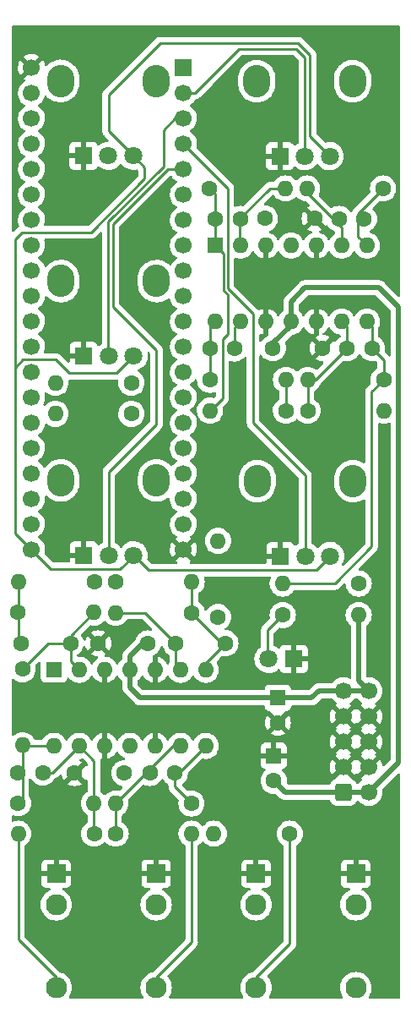
<source format=gbr>
%TF.GenerationSoftware,KiCad,Pcbnew,6.0.9+dfsg-1~bpo11+1*%
%TF.CreationDate,2023-01-13T02:31:34+08:00*%
%TF.ProjectId,MiniVerb - Back,4d696e69-5665-4726-9220-2d204261636b,rev?*%
%TF.SameCoordinates,Original*%
%TF.FileFunction,Copper,L1,Top*%
%TF.FilePolarity,Positive*%
%FSLAX46Y46*%
G04 Gerber Fmt 4.6, Leading zero omitted, Abs format (unit mm)*
G04 Created by KiCad (PCBNEW 6.0.9+dfsg-1~bpo11+1) date 2023-01-13 02:31:34*
%MOMM*%
%LPD*%
G01*
G04 APERTURE LIST*
G04 Aperture macros list*
%AMRoundRect*
0 Rectangle with rounded corners*
0 $1 Rounding radius*
0 $2 $3 $4 $5 $6 $7 $8 $9 X,Y pos of 4 corners*
0 Add a 4 corners polygon primitive as box body*
4,1,4,$2,$3,$4,$5,$6,$7,$8,$9,$2,$3,0*
0 Add four circle primitives for the rounded corners*
1,1,$1+$1,$2,$3*
1,1,$1+$1,$4,$5*
1,1,$1+$1,$6,$7*
1,1,$1+$1,$8,$9*
0 Add four rect primitives between the rounded corners*
20,1,$1+$1,$2,$3,$4,$5,0*
20,1,$1+$1,$4,$5,$6,$7,0*
20,1,$1+$1,$6,$7,$8,$9,0*
20,1,$1+$1,$8,$9,$2,$3,0*%
G04 Aperture macros list end*
%TA.AperFunction,ComponentPad*%
%ADD10R,1.930000X1.830000*%
%TD*%
%TA.AperFunction,ComponentPad*%
%ADD11C,2.130000*%
%TD*%
%TA.AperFunction,ComponentPad*%
%ADD12O,2.720000X3.240000*%
%TD*%
%TA.AperFunction,ComponentPad*%
%ADD13R,1.800000X1.800000*%
%TD*%
%TA.AperFunction,ComponentPad*%
%ADD14C,1.800000*%
%TD*%
%TA.AperFunction,ComponentPad*%
%ADD15C,1.600000*%
%TD*%
%TA.AperFunction,ComponentPad*%
%ADD16O,1.600000X1.600000*%
%TD*%
%TA.AperFunction,ComponentPad*%
%ADD17R,1.600000X1.600000*%
%TD*%
%TA.AperFunction,ComponentPad*%
%ADD18RoundRect,0.250000X-0.600000X-0.600000X0.600000X-0.600000X0.600000X0.600000X-0.600000X0.600000X0*%
%TD*%
%TA.AperFunction,ComponentPad*%
%ADD19C,1.700000*%
%TD*%
%TA.AperFunction,ComponentPad*%
%ADD20R,1.700000X1.700000*%
%TD*%
%TA.AperFunction,ViaPad*%
%ADD21C,0.800000*%
%TD*%
%TA.AperFunction,Conductor*%
%ADD22C,0.250000*%
%TD*%
%TA.AperFunction,Conductor*%
%ADD23C,0.500000*%
%TD*%
G04 APERTURE END LIST*
D10*
%TO.P,AUDIO_OUT1,S*%
%TO.N,GND*%
X99995000Y-135414000D03*
D11*
%TO.P,AUDIO_OUT1,T*%
%TO.N,Net-(AUDIO_OUT1-PadT)*%
X99995000Y-146814000D03*
%TO.P,AUDIO_OUT1,TN*%
%TO.N,unconnected-(AUDIO_OUT1-PadTN)*%
X99995000Y-138514000D03*
%TD*%
D12*
%TO.P,POT_FBK1,*%
%TO.N,*%
X80400000Y-76075000D03*
X90000000Y-76075000D03*
D13*
%TO.P,POT_FBK1,1,1*%
%TO.N,GND*%
X82700000Y-83575000D03*
D14*
%TO.P,POT_FBK1,2,2*%
%TO.N,FEEDBACK*%
X85200000Y-83575000D03*
%TO.P,POT_FBK1,3,3*%
%TO.N,3V3_A*%
X87700000Y-83575000D03*
%TD*%
D12*
%TO.P,POT_DRY1,*%
%TO.N,*%
X89975000Y-56025000D03*
X80375000Y-56025000D03*
D13*
%TO.P,POT_DRY1,1,1*%
%TO.N,GND*%
X82675000Y-63525000D03*
D14*
%TO.P,POT_DRY1,2,2*%
%TO.N,DRY*%
X85175000Y-63525000D03*
%TO.P,POT_DRY1,3,3*%
%TO.N,3V3_A*%
X87675000Y-63525000D03*
%TD*%
D15*
%TO.P,R1,1*%
%TO.N,Net-(C1-Pad2)*%
X87485000Y-86250000D03*
D16*
%TO.P,R1,2*%
%TO.N,INT_AUDIO_OUT1*%
X79865000Y-86250000D03*
%TD*%
D10*
%TO.P,AUDIO_IN2,S*%
%TO.N,GND*%
X89971000Y-135414000D03*
D11*
%TO.P,AUDIO_IN2,T*%
%TO.N,Net-(AUDIO_IN2-PadT)*%
X89971000Y-146814000D03*
%TO.P,AUDIO_IN2,TN*%
%TO.N,unconnected-(AUDIO_IN2-PadTN)*%
X89971000Y-138514000D03*
%TD*%
D10*
%TO.P,AUDIO_IN1,S*%
%TO.N,GND*%
X79945000Y-135414000D03*
D11*
%TO.P,AUDIO_IN1,T*%
%TO.N,Net-(AUDIO_IN1-PadT)*%
X79945000Y-146814000D03*
%TO.P,AUDIO_IN1,TN*%
%TO.N,unconnected-(AUDIO_IN1-PadTN)*%
X79945000Y-138514000D03*
%TD*%
D12*
%TO.P,POT_WET1,*%
%TO.N,*%
X100075000Y-56050000D03*
X109675000Y-56050000D03*
D13*
%TO.P,POT_WET1,1,1*%
%TO.N,GND*%
X102375000Y-63550000D03*
D14*
%TO.P,POT_WET1,2,2*%
%TO.N,WET*%
X104875000Y-63550000D03*
%TO.P,POT_WET1,3,3*%
%TO.N,3V3_A*%
X107375000Y-63550000D03*
%TD*%
D12*
%TO.P,POT_LPF1,*%
%TO.N,*%
X90000000Y-96025000D03*
X80400000Y-96025000D03*
D13*
%TO.P,POT_LPF1,1,1*%
%TO.N,GND*%
X82700000Y-103525000D03*
D14*
%TO.P,POT_LPF1,2,2*%
%TO.N,LPF*%
X85200000Y-103525000D03*
%TO.P,POT_LPF1,3,3*%
%TO.N,3V3_A*%
X87700000Y-103525000D03*
%TD*%
D10*
%TO.P,AUDIO_OUT2,S*%
%TO.N,GND*%
X109995000Y-135420000D03*
D11*
%TO.P,AUDIO_OUT2,T*%
%TO.N,Net-(AUDIO_OUT2-PadT)*%
X109995000Y-146820000D03*
%TO.P,AUDIO_OUT2,TN*%
%TO.N,unconnected-(AUDIO_OUT2-PadTN)*%
X109995000Y-138520000D03*
%TD*%
D12*
%TO.P,POT_MOD1,*%
%TO.N,*%
X100125000Y-96096088D03*
X109725000Y-96096088D03*
D13*
%TO.P,POT_MOD1,1,1*%
%TO.N,GND*%
X102425000Y-103596088D03*
D14*
%TO.P,POT_MOD1,2,2*%
%TO.N,MOD*%
X104925000Y-103596088D03*
%TO.P,POT_MOD1,3,3*%
%TO.N,3V3_A*%
X107425000Y-103596088D03*
%TD*%
D15*
%TO.P,R16,1*%
%TO.N,Net-(C7-Pad2)*%
X87485000Y-89350000D03*
D16*
%TO.P,R16,2*%
%TO.N,INT_AUDIO_OUT2*%
X79865000Y-89350000D03*
%TD*%
D13*
%TO.P,D1,1,K*%
%TO.N,GND*%
X103775000Y-113900000D03*
D14*
%TO.P,D1,2,A*%
%TO.N,Net-(D1-Pad2)*%
X101235000Y-113900000D03*
%TD*%
D15*
%TO.P,R3,1*%
%TO.N,Net-(C1-Pad1)*%
X95325000Y-66795000D03*
D16*
%TO.P,R3,2*%
%TO.N,Net-(C1-Pad2)*%
X102945000Y-66795000D03*
%TD*%
D15*
%TO.P,C3,1*%
%TO.N,Net-(C3-Pad1)*%
X76395000Y-112320000D03*
%TO.P,C3,2*%
%TO.N,Net-(C3-Pad2)*%
X81395000Y-112320000D03*
%TD*%
%TO.P,R14,1*%
%TO.N,Net-(C6-Pad1)*%
X93535000Y-109270000D03*
D16*
%TO.P,R14,2*%
%TO.N,Net-(C6-Pad2)*%
X85915000Y-109270000D03*
%TD*%
D17*
%TO.P,U1,1*%
%TO.N,Net-(C3-Pad1)*%
X79711088Y-114984903D03*
D16*
%TO.P,U1,2,-*%
%TO.N,Net-(C3-Pad2)*%
X82251088Y-114984903D03*
%TO.P,U1,3,+*%
%TO.N,GND*%
X84791088Y-114984903D03*
%TO.P,U1,4,V+*%
%TO.N,+12V*%
X87331088Y-114984903D03*
%TO.P,U1,5,+*%
%TO.N,GND*%
X89871088Y-114984903D03*
%TO.P,U1,6,-*%
%TO.N,Net-(C6-Pad2)*%
X92411088Y-114984903D03*
%TO.P,U1,7*%
%TO.N,Net-(C6-Pad1)*%
X94951088Y-114984903D03*
%TO.P,U1,8*%
%TO.N,Net-(C5-Pad1)*%
X94951088Y-122604903D03*
%TO.P,U1,9,-*%
%TO.N,Net-(C5-Pad2)*%
X92411088Y-122604903D03*
%TO.P,U1,10,+*%
%TO.N,GND*%
X89871088Y-122604903D03*
%TO.P,U1,11,V-*%
%TO.N,-12V*%
X87331088Y-122604903D03*
%TO.P,U1,12,+*%
%TO.N,GND*%
X84791088Y-122604903D03*
%TO.P,U1,13,-*%
%TO.N,Net-(C2-Pad2)*%
X82251088Y-122604903D03*
%TO.P,U1,14*%
%TO.N,Net-(C2-Pad1)*%
X79711088Y-122604903D03*
%TD*%
D15*
%TO.P,C14,1*%
%TO.N,GND*%
X106675000Y-82780000D03*
%TO.P,C14,2*%
%TO.N,-12V*%
X101675000Y-82780000D03*
%TD*%
%TO.P,R6,1*%
%TO.N,Net-(C4-Pad2)*%
X102985000Y-89050000D03*
D16*
%TO.P,R6,2*%
%TO.N,Net-(C1-Pad1)*%
X95365000Y-89050000D03*
%TD*%
D15*
%TO.P,C5,1*%
%TO.N,Net-(C5-Pad1)*%
X91836088Y-125324903D03*
%TO.P,C5,2*%
%TO.N,Net-(C5-Pad2)*%
X89336088Y-125324903D03*
%TD*%
%TO.P,R5,1*%
%TO.N,Net-(C3-Pad2)*%
X76561088Y-114924903D03*
D16*
%TO.P,R5,2*%
%TO.N,Net-(C2-Pad1)*%
X76561088Y-122544903D03*
%TD*%
D15*
%TO.P,R12,1*%
%TO.N,Net-(C5-Pad1)*%
X93511088Y-128374903D03*
D16*
%TO.P,R12,2*%
%TO.N,Net-(C5-Pad2)*%
X85891088Y-128374903D03*
%TD*%
D15*
%TO.P,R8,1*%
%TO.N,Net-(C4-Pad1)*%
X95375000Y-85950000D03*
D16*
%TO.P,R8,2*%
%TO.N,Net-(C4-Pad2)*%
X102995000Y-85950000D03*
%TD*%
D15*
%TO.P,C8,1*%
%TO.N,Net-(C8-Pad1)*%
X111625000Y-82800000D03*
%TO.P,C8,2*%
%TO.N,Net-(C8-Pad2)*%
X109125000Y-82800000D03*
%TD*%
%TO.P,R10,1*%
%TO.N,INT_AUDIO_IN1*%
X83745000Y-106180000D03*
D16*
%TO.P,R10,2*%
%TO.N,Net-(C3-Pad1)*%
X76125000Y-106180000D03*
%TD*%
D15*
%TO.P,C2,1*%
%TO.N,Net-(C2-Pad1)*%
X76086088Y-125274903D03*
%TO.P,C2,2*%
%TO.N,Net-(C2-Pad2)*%
X78586088Y-125274903D03*
%TD*%
%TO.P,R13,1*%
%TO.N,Net-(C6-Pad2)*%
X96175000Y-109710000D03*
D16*
%TO.P,R13,2*%
%TO.N,Net-(C5-Pad1)*%
X96175000Y-102090000D03*
%TD*%
D15*
%TO.P,R15,1*%
%TO.N,INT_AUDIO_IN2*%
X85915000Y-106200000D03*
D16*
%TO.P,R15,2*%
%TO.N,Net-(C6-Pad1)*%
X93535000Y-106200000D03*
%TD*%
D15*
%TO.P,R4,1*%
%TO.N,Net-(C2-Pad1)*%
X76116088Y-128349903D03*
D16*
%TO.P,R4,2*%
%TO.N,Net-(C2-Pad2)*%
X83736088Y-128349903D03*
%TD*%
D15*
%TO.P,R7,1*%
%TO.N,Net-(C3-Pad1)*%
X76115000Y-109260000D03*
D16*
%TO.P,R7,2*%
%TO.N,Net-(C3-Pad2)*%
X83735000Y-109260000D03*
%TD*%
D15*
%TO.P,R9,1*%
%TO.N,Net-(AUDIO_OUT1-PadT)*%
X103385000Y-131400000D03*
D16*
%TO.P,R9,2*%
%TO.N,Net-(C4-Pad1)*%
X95765000Y-131400000D03*
%TD*%
D17*
%TO.P,C9,1*%
%TO.N,+12V*%
X102175000Y-117794888D03*
D15*
%TO.P,C9,2*%
%TO.N,GND*%
X102175000Y-120294888D03*
%TD*%
%TO.P,R21,1*%
%TO.N,Net-(D1-Pad2)*%
X102665000Y-109500000D03*
D16*
%TO.P,R21,2*%
%TO.N,+12V*%
X110285000Y-109500000D03*
%TD*%
D15*
%TO.P,R19,1*%
%TO.N,Net-(C8-Pad1)*%
X112785000Y-85950000D03*
D16*
%TO.P,R19,2*%
%TO.N,Net-(C8-Pad2)*%
X105165000Y-85950000D03*
%TD*%
D15*
%TO.P,C6,1*%
%TO.N,Net-(C6-Pad1)*%
X96925000Y-112330000D03*
%TO.P,C6,2*%
%TO.N,Net-(C6-Pad2)*%
X91925000Y-112330000D03*
%TD*%
%TO.P,R17,1*%
%TO.N,Net-(C7-Pad1)*%
X112735000Y-66795000D03*
D16*
%TO.P,R17,2*%
%TO.N,Net-(C7-Pad2)*%
X105115000Y-66795000D03*
%TD*%
D15*
%TO.P,R11,1*%
%TO.N,Net-(C5-Pad2)*%
X85901088Y-131399903D03*
D16*
%TO.P,R11,2*%
%TO.N,Net-(AUDIO_IN2-PadT)*%
X93521088Y-131399903D03*
%TD*%
D15*
%TO.P,R20,1*%
%TO.N,Net-(AUDIO_OUT2-PadT)*%
X110285000Y-106350000D03*
D16*
%TO.P,R20,2*%
%TO.N,Net-(C8-Pad1)*%
X102665000Y-106350000D03*
%TD*%
D17*
%TO.P,C10,1*%
%TO.N,GND*%
X101759000Y-123600000D03*
D15*
%TO.P,C10,2*%
%TO.N,-12V*%
X101759000Y-126100000D03*
%TD*%
%TO.P,C13,1*%
%TO.N,+12V*%
X100875000Y-69800000D03*
%TO.P,C13,2*%
%TO.N,GND*%
X105875000Y-69800000D03*
%TD*%
D17*
%TO.P,U2,1*%
%TO.N,Net-(C1-Pad1)*%
X95875000Y-72500000D03*
D16*
%TO.P,U2,2,-*%
%TO.N,Net-(C1-Pad2)*%
X98415000Y-72500000D03*
%TO.P,U2,3,+*%
%TO.N,GND*%
X100955000Y-72500000D03*
%TO.P,U2,4,V+*%
%TO.N,+12V*%
X103495000Y-72500000D03*
%TO.P,U2,5,+*%
%TO.N,GND*%
X106035000Y-72500000D03*
%TO.P,U2,6,-*%
%TO.N,Net-(C7-Pad2)*%
X108575000Y-72500000D03*
%TO.P,U2,7*%
%TO.N,Net-(C7-Pad1)*%
X111115000Y-72500000D03*
%TO.P,U2,8*%
%TO.N,Net-(C8-Pad1)*%
X111115000Y-80120000D03*
%TO.P,U2,9,-*%
%TO.N,Net-(C8-Pad2)*%
X108575000Y-80120000D03*
%TO.P,U2,10,+*%
%TO.N,GND*%
X106035000Y-80120000D03*
%TO.P,U2,11,V-*%
%TO.N,-12V*%
X103495000Y-80120000D03*
%TO.P,U2,12,+*%
%TO.N,GND*%
X100955000Y-80120000D03*
%TO.P,U2,13,-*%
%TO.N,Net-(C4-Pad2)*%
X98415000Y-80120000D03*
%TO.P,U2,14*%
%TO.N,Net-(C4-Pad1)*%
X95875000Y-80120000D03*
%TD*%
D18*
%TO.P,J1,1,Pin_1*%
%TO.N,-12V*%
X108747500Y-127255000D03*
D19*
%TO.P,J1,2,Pin_2*%
X111287500Y-127255000D03*
%TO.P,J1,3,Pin_3*%
%TO.N,GND*%
X108747500Y-124715000D03*
%TO.P,J1,4,Pin_4*%
X111287500Y-124715000D03*
%TO.P,J1,5,Pin_5*%
X108747500Y-122175000D03*
%TO.P,J1,6,Pin_6*%
X111287500Y-122175000D03*
%TO.P,J1,7,Pin_7*%
X108747500Y-119635000D03*
%TO.P,J1,8,Pin_8*%
X111287500Y-119635000D03*
%TO.P,J1,9,Pin_9*%
%TO.N,+12V*%
X108747500Y-117095000D03*
%TO.P,J1,10,Pin_10*%
X111287500Y-117095000D03*
%TD*%
D15*
%TO.P,C11,1*%
%TO.N,+12V*%
X89155000Y-112340000D03*
%TO.P,C11,2*%
%TO.N,GND*%
X84155000Y-112340000D03*
%TD*%
%TO.P,C4,1*%
%TO.N,Net-(C4-Pad1)*%
X95355000Y-82810000D03*
%TO.P,C4,2*%
%TO.N,Net-(C4-Pad2)*%
X97855000Y-82810000D03*
%TD*%
%TO.P,C12,1*%
%TO.N,GND*%
X81786088Y-125324903D03*
%TO.P,C12,2*%
%TO.N,-12V*%
X86786088Y-125324903D03*
%TD*%
%TO.P,C7,1*%
%TO.N,Net-(C7-Pad1)*%
X110825000Y-69850000D03*
%TO.P,C7,2*%
%TO.N,Net-(C7-Pad2)*%
X108325000Y-69850000D03*
%TD*%
D20*
%TO.P,A1,1,USB_HS_ID*%
%TO.N,DRY*%
X92702500Y-54700000D03*
D19*
%TO.P,A1,2,SDMMC1_D3*%
%TO.N,WET*%
X92702500Y-57240000D03*
%TO.P,A1,3,SDMMC1_D2*%
%TO.N,FEEDBACK*%
X92702500Y-59780000D03*
%TO.P,A1,4,SDMMC1_D1*%
%TO.N,MOD*%
X92702500Y-62320000D03*
%TO.P,A1,5,SDMMC1_D0*%
%TO.N,LPF*%
X92702500Y-64860000D03*
%TO.P,A1,6,SDMMC1_CMD*%
%TO.N,unconnected-(A1-Pad6)*%
X92702500Y-67400000D03*
%TO.P,A1,7,SDMMC1_CK*%
%TO.N,unconnected-(A1-Pad7)*%
X92702500Y-69940000D03*
%TO.P,A1,8,SPI1_NSS*%
%TO.N,unconnected-(A1-Pad8)*%
X92702500Y-72480000D03*
%TO.P,A1,9,SPI1_SCK*%
%TO.N,unconnected-(A1-Pad9)*%
X92702500Y-75020000D03*
%TO.P,A1,10,SPI1_MISO*%
%TO.N,unconnected-(A1-Pad10)*%
X92702500Y-77560000D03*
%TO.P,A1,11,SPI1_MOSI*%
%TO.N,unconnected-(A1-Pad11)*%
X92702500Y-80100000D03*
%TO.P,A1,12,I2C1_SCL*%
%TO.N,unconnected-(A1-Pad12)*%
X92702500Y-82640000D03*
%TO.P,A1,13,I2C1_SDA*%
%TO.N,unconnected-(A1-Pad13)*%
X92702500Y-85180000D03*
%TO.P,A1,14,USART1_TX*%
%TO.N,unconnected-(A1-Pad14)*%
X92702500Y-87720000D03*
%TO.P,A1,15,USART1_RX*%
%TO.N,unconnected-(A1-Pad15)*%
X92702500Y-90260000D03*
%TO.P,A1,16,AUDIO_IN_L*%
%TO.N,INT_AUDIO_IN1*%
X92702500Y-92800000D03*
%TO.P,A1,17,AUDIO_IN_R*%
%TO.N,INT_AUDIO_IN2*%
X92702500Y-95340000D03*
%TO.P,A1,18,AUDIO_OUT_L*%
%TO.N,INT_AUDIO_OUT1*%
X92702500Y-97880000D03*
%TO.P,A1,19,AUDIO_OUT_R*%
%TO.N,INT_AUDIO_OUT2*%
X92702500Y-100420000D03*
%TO.P,A1,20,AGND*%
%TO.N,GND*%
X92702500Y-102960000D03*
%TO.P,A1,21,3V3_A*%
%TO.N,3V3_A*%
X77462500Y-102960000D03*
%TO.P,A1,22,ADC_INP10*%
%TO.N,unconnected-(A1-Pad22)*%
X77462500Y-100420000D03*
%TO.P,A1,23,ADC_INP15*%
%TO.N,unconnected-(A1-Pad23)*%
X77462500Y-97880000D03*
%TO.P,A1,24,ADC_INP5*%
%TO.N,unconnected-(A1-Pad24)*%
X77462500Y-95340000D03*
%TO.P,A1,25,ADC_INP7*%
%TO.N,unconnected-(A1-Pad25)*%
X77462500Y-92800000D03*
%TO.P,A1,26,ADC_INP3*%
%TO.N,unconnected-(A1-Pad26)*%
X77462500Y-90260000D03*
%TO.P,A1,27,ADC_INP11*%
%TO.N,unconnected-(A1-Pad27)*%
X77462500Y-87720000D03*
%TO.P,A1,28,ADC1_INP4*%
%TO.N,unconnected-(A1-Pad28)*%
X77462500Y-85180000D03*
%TO.P,A1,29,DAC1_OUT2*%
%TO.N,unconnected-(A1-Pad29)*%
X77462500Y-82640000D03*
%TO.P,A1,30,DAC1_OUT1*%
%TO.N,unconnected-(A1-Pad30)*%
X77462500Y-80100000D03*
%TO.P,A1,31,SAI2_MCLK_B*%
%TO.N,unconnected-(A1-Pad31)*%
X77462500Y-77560000D03*
%TO.P,A1,32,SAI2_SD_B*%
%TO.N,unconnected-(A1-Pad32)*%
X77462500Y-75020000D03*
%TO.P,A1,33,SAI2_SD_A*%
%TO.N,unconnected-(A1-Pad33)*%
X77462500Y-72480000D03*
%TO.P,A1,34,SAI2_FS_B*%
%TO.N,unconnected-(A1-Pad34)*%
X77462500Y-69940000D03*
%TO.P,A1,35,SAI2_SCK_B*%
%TO.N,unconnected-(A1-Pad35)*%
X77462500Y-67400000D03*
%TO.P,A1,36,USB_HS_D_-*%
%TO.N,unconnected-(A1-Pad36)*%
X77462500Y-64860000D03*
%TO.P,A1,37,USB_HS_D_+*%
%TO.N,unconnected-(A1-Pad37)*%
X77462500Y-62320000D03*
%TO.P,A1,38,3V3_D*%
%TO.N,3V3_D*%
X77462500Y-59780000D03*
%TO.P,A1,39,VIN*%
%TO.N,+12V*%
X77462500Y-57240000D03*
%TO.P,A1,40,GND*%
%TO.N,GND*%
X77462500Y-54700000D03*
%TD*%
D15*
%TO.P,R18,1*%
%TO.N,Net-(C8-Pad2)*%
X105165000Y-89050000D03*
D16*
%TO.P,R18,2*%
%TO.N,Net-(C7-Pad1)*%
X112785000Y-89050000D03*
%TD*%
D15*
%TO.P,R2,1*%
%TO.N,Net-(C2-Pad2)*%
X83746088Y-131399903D03*
D16*
%TO.P,R2,2*%
%TO.N,Net-(AUDIO_IN1-PadT)*%
X76126088Y-131399903D03*
%TD*%
D15*
%TO.P,C1,1*%
%TO.N,Net-(C1-Pad1)*%
X95925000Y-69850000D03*
%TO.P,C1,2*%
%TO.N,Net-(C1-Pad2)*%
X98425000Y-69850000D03*
%TD*%
D21*
%TO.N,GND*%
X78800000Y-51400000D03*
X83100000Y-69600000D03*
X95700000Y-119800000D03*
X112600000Y-59500000D03*
X108700000Y-61200000D03*
X104700000Y-108000000D03*
X87200000Y-52100000D03*
X109900000Y-91700000D03*
X89100000Y-132900000D03*
X83200000Y-55500000D03*
X84500000Y-88800000D03*
X113500000Y-134700000D03*
X86700000Y-145100000D03*
X86900000Y-139800000D03*
X86400000Y-137600000D03*
X81700000Y-61400000D03*
X82900000Y-118500000D03*
X109400000Y-89100000D03*
X82900000Y-53500000D03*
X104900000Y-134400000D03*
X97300000Y-90000000D03*
X96500000Y-97300000D03*
X111600000Y-63200000D03*
X112600000Y-111900000D03*
X99700000Y-106800000D03*
X108600000Y-100700000D03*
X97400000Y-134500000D03*
X108300000Y-67100000D03*
X83500000Y-140700000D03*
X93600000Y-120000000D03*
X97300000Y-61400000D03*
X107400000Y-61100000D03*
X110900000Y-59600000D03*
X86500000Y-111900000D03*
X89200000Y-79300000D03*
X86900000Y-99900000D03*
X81800000Y-79000000D03*
X77700000Y-134700000D03*
X83900000Y-59600000D03*
X87000000Y-75500000D03*
X79800000Y-91800000D03*
X110700000Y-141300000D03*
X95500000Y-59600000D03*
X80200000Y-64000000D03*
X100300000Y-75900000D03*
X101100000Y-88000000D03*
X96900000Y-128200000D03*
X109000000Y-85100000D03*
X109600000Y-86500000D03*
X84000000Y-75600000D03*
X83500000Y-99300000D03*
X79000000Y-141500000D03*
X86600000Y-101200000D03*
X82100000Y-144000000D03*
X111900000Y-114000000D03*
X94300000Y-144600000D03*
X88900000Y-131200000D03*
X106200000Y-93600000D03*
X82400000Y-66900000D03*
X80000000Y-103000000D03*
X89800000Y-70200000D03*
X97600000Y-94600000D03*
X86700000Y-98200000D03*
X85500000Y-92000000D03*
X98100000Y-86500000D03*
X90800000Y-119600000D03*
X112500000Y-136300000D03*
X91000000Y-101500000D03*
X111700000Y-75300000D03*
X110100000Y-65200000D03*
X112700000Y-107300000D03*
X101800000Y-78200000D03*
X84900000Y-143600000D03*
X101600000Y-132900000D03*
X107700000Y-86300000D03*
X112300000Y-109600000D03*
X106900000Y-54200000D03*
X105000000Y-138100000D03*
X95000000Y-58700000D03*
X90500000Y-68000000D03*
X95800000Y-134200000D03*
X80000000Y-81800000D03*
X80000000Y-99000000D03*
X81700000Y-127800000D03*
X81400000Y-72600000D03*
X81700000Y-73700000D03*
X80700000Y-101000000D03*
X99000000Y-59400000D03*
X97400000Y-63800000D03*
X112500000Y-129500000D03*
X107200000Y-56600000D03*
X97200000Y-140000000D03*
X113000000Y-144200000D03*
X108600000Y-60200000D03*
X85000000Y-52000000D03*
X82600000Y-86700000D03*
X86400000Y-135100000D03*
X107300000Y-88100000D03*
X78500000Y-128200000D03*
X83800000Y-72200000D03*
X80100000Y-52100000D03*
X105400000Y-146700000D03*
X88000000Y-99800000D03*
X107100000Y-59500000D03*
X80600000Y-68400000D03*
X105300000Y-142900000D03*
X103400000Y-75900000D03*
X80400000Y-131400000D03*
X77800000Y-118700000D03*
X83000000Y-74700000D03*
X85500000Y-65600000D03*
X107960068Y-114986771D03*
X101100000Y-86800000D03*
X112400000Y-63400000D03*
X96100000Y-125000000D03*
X103000000Y-101200000D03*
X87500000Y-72900000D03*
X88400000Y-130200000D03*
X104500000Y-110900000D03*
X109600000Y-66900000D03*
X88600000Y-72800000D03*
X107200000Y-90100000D03*
X99700000Y-61900000D03*
X79400000Y-79800000D03*
X96000000Y-92900000D03*
X96100000Y-147000000D03*
X98800000Y-64400000D03*
X80300000Y-129700000D03*
X77500000Y-51200000D03*
X77600000Y-52200000D03*
X95300000Y-91500000D03*
X78900000Y-131800000D03*
X86000000Y-119800000D03*
X107800000Y-99100000D03*
X100900000Y-100400000D03*
X79500000Y-117500000D03*
X97100000Y-143900000D03*
X96700000Y-57000000D03*
X97800000Y-126600000D03*
X82900000Y-77300000D03*
X109100000Y-130500000D03*
X88800000Y-101200000D03*
X81400000Y-120200000D03*
X84700000Y-137900000D03*
X81400000Y-69500000D03*
X101100000Y-89300000D03*
X108800000Y-92900000D03*
X84600000Y-86900000D03*
X90600000Y-103600000D03*
X100900000Y-107900000D03*
X76900000Y-117700000D03*
X101800000Y-76800000D03*
X103700000Y-125100000D03*
X83300000Y-60500000D03*
X108000000Y-112200000D03*
X110300000Y-85100000D03*
X97700000Y-124100000D03*
X112200000Y-103900000D03*
X100000000Y-109700000D03*
X90200000Y-73300000D03*
X83200000Y-134700000D03*
X108400000Y-75200000D03*
X82700000Y-146200000D03*
X83600000Y-80900000D03*
X81800000Y-93400000D03*
X113800000Y-127400000D03*
X83000000Y-52500000D03*
X110100000Y-88000000D03*
X107500000Y-91900000D03*
X80600000Y-60600000D03*
X101600000Y-59600000D03*
X90300000Y-92100000D03*
X104600000Y-82200000D03*
X79600000Y-72900000D03*
X90900000Y-131500000D03*
X104100000Y-122000000D03*
X94700000Y-125700000D03*
X84800000Y-53800000D03*
X103100000Y-97500000D03*
X97300000Y-58500000D03*
X103878106Y-83327556D03*
X85600000Y-118100000D03*
X112900000Y-130700000D03*
X103600000Y-56500000D03*
X79500000Y-101000000D03*
X104500000Y-123300000D03*
X83700000Y-73500000D03*
X106600000Y-145200000D03*
X81900000Y-80900000D03*
X103200000Y-145500000D03*
X101800000Y-98700000D03*
X84900000Y-90000000D03*
X107000000Y-65800000D03*
X98200000Y-99500000D03*
X107100000Y-95000000D03*
X80200000Y-65600000D03*
X99100000Y-102100000D03*
X103400000Y-98900000D03*
X99700000Y-111300000D03*
X103000000Y-96400000D03*
X107800000Y-140400000D03*
X83100000Y-66000000D03*
X87800000Y-78700000D03*
X97900000Y-92400000D03*
X112900000Y-53900000D03*
X87500000Y-111000000D03*
X80800000Y-118400000D03*
X83400000Y-98000000D03*
X104400000Y-91300000D03*
X109700000Y-141300000D03*
X98100000Y-122300000D03*
X93200000Y-146100000D03*
X84300000Y-91200000D03*
X78900000Y-119900000D03*
X83600000Y-79500000D03*
X112700000Y-105300000D03*
X98100000Y-85300000D03*
X100400000Y-142000000D03*
X81600000Y-99200000D03*
X96000000Y-62300000D03*
X103300000Y-58500000D03*
X84900000Y-67500000D03*
X90300000Y-93100000D03*
X79000000Y-52900000D03*
X109900000Y-74900000D03*
X108300000Y-110600000D03*
X109000000Y-113800000D03*
X95300000Y-141100000D03*
X111400000Y-131400000D03*
X91400000Y-120400000D03*
X83500000Y-95100000D03*
X88600000Y-120100000D03*
X109700000Y-100000000D03*
X82700000Y-100700000D03*
X102000000Y-75500000D03*
X96100000Y-138600000D03*
X87800000Y-94500000D03*
%TD*%
D22*
%TO.N,Net-(AUDIO_IN1-PadT)*%
X76126088Y-131399903D02*
X76126088Y-141992176D01*
X76126088Y-141992176D02*
X79945000Y-145811088D01*
%TO.N,Net-(AUDIO_IN2-PadT)*%
X93521088Y-131399903D02*
X93521088Y-142261000D01*
X93521088Y-142261000D02*
X89971000Y-145811088D01*
%TO.N,Net-(AUDIO_OUT1-PadT)*%
X103385000Y-142421088D02*
X99995000Y-145811088D01*
X103385000Y-131400000D02*
X103385000Y-142421088D01*
%TO.N,Net-(C1-Pad2)*%
X98375000Y-69800000D02*
X98375000Y-72460000D01*
X98375000Y-72460000D02*
X98415000Y-72500000D01*
X101380000Y-66795000D02*
X98375000Y-69800000D01*
X102945000Y-66795000D02*
X101380000Y-66795000D01*
%TO.N,Net-(C1-Pad1)*%
X95325000Y-66795000D02*
X95875000Y-67345000D01*
X96625000Y-87790000D02*
X96625000Y-81920284D01*
X95875000Y-67345000D02*
X95875000Y-72500000D01*
X95365000Y-89050000D02*
X96625000Y-87790000D01*
X97200000Y-81345284D02*
X97200000Y-77500000D01*
X96700000Y-73325000D02*
X95875000Y-72500000D01*
X97200000Y-77500000D02*
X96700000Y-77000000D01*
X96625000Y-81920284D02*
X97200000Y-81345284D01*
X96700000Y-77000000D02*
X96700000Y-73325000D01*
%TO.N,Net-(C2-Pad2)*%
X82251088Y-122604903D02*
X83736088Y-124089903D01*
X83736088Y-128349903D02*
X83736088Y-131389903D01*
X79581088Y-125274903D02*
X78586088Y-125274903D01*
X83736088Y-124089903D02*
X83736088Y-128349903D01*
X82251088Y-122604903D02*
X79581088Y-125274903D01*
X83736088Y-131389903D02*
X83746088Y-131399903D01*
%TO.N,Net-(C2-Pad1)*%
X79711088Y-122604903D02*
X76621088Y-122604903D01*
X76561088Y-122544903D02*
X76561088Y-127904903D01*
X76621088Y-122604903D02*
X76561088Y-122544903D01*
X76561088Y-127904903D02*
X76116088Y-128349903D01*
%TO.N,Net-(C3-Pad1)*%
X76125000Y-106180000D02*
X76125000Y-112050000D01*
X76125000Y-112050000D02*
X76395000Y-112320000D01*
%TO.N,Net-(C4-Pad2)*%
X98415000Y-80120000D02*
X97855000Y-80680000D01*
X102995000Y-89040000D02*
X102985000Y-89050000D01*
X102995000Y-85950000D02*
X102995000Y-89040000D01*
X97855000Y-80680000D02*
X97855000Y-82810000D01*
%TO.N,Net-(C4-Pad1)*%
X95375000Y-85950000D02*
X95375000Y-82830000D01*
X95355000Y-82810000D02*
X95355000Y-80640000D01*
X95355000Y-80640000D02*
X95875000Y-80120000D01*
X95375000Y-82830000D02*
X95355000Y-82810000D01*
%TO.N,Net-(C5-Pad2)*%
X85891088Y-128374903D02*
X85891088Y-131389903D01*
X85891088Y-131389903D02*
X85901088Y-131399903D01*
X85891088Y-128374903D02*
X91661088Y-122604903D01*
X91661088Y-122604903D02*
X92411088Y-122604903D01*
%TO.N,Net-(C5-Pad1)*%
X91836088Y-126699903D02*
X93511088Y-128374903D01*
X94951088Y-122604903D02*
X92231088Y-125324903D01*
X91836088Y-125324903D02*
X91836088Y-126699903D01*
X92231088Y-125324903D02*
X91836088Y-125324903D01*
%TO.N,Net-(C6-Pad1)*%
X96595000Y-112330000D02*
X96925000Y-112330000D01*
X93535000Y-109270000D02*
X96595000Y-112330000D01*
X93535000Y-106200000D02*
X93535000Y-109270000D01*
X96925000Y-112330000D02*
X94951088Y-114303912D01*
X94951088Y-114303912D02*
X94951088Y-114984903D01*
%TO.N,Net-(C7-Pad2)*%
X108575000Y-72500000D02*
X108575000Y-70700000D01*
X107725000Y-69850000D02*
X105115000Y-67240000D01*
X108575000Y-70700000D02*
X107725000Y-69850000D01*
X105115000Y-67240000D02*
X105115000Y-66795000D01*
%TO.N,Net-(C7-Pad1)*%
X112735000Y-66795000D02*
X110225000Y-69305000D01*
X110225000Y-69305000D02*
X110225000Y-69850000D01*
X110225000Y-71610000D02*
X111115000Y-72500000D01*
X110225000Y-69850000D02*
X110225000Y-71610000D01*
%TO.N,Net-(C8-Pad1)*%
X111625000Y-82800000D02*
X112785000Y-83960000D01*
X111575000Y-102650000D02*
X107875000Y-106350000D01*
X111575000Y-87160000D02*
X111575000Y-102650000D01*
X107875000Y-106350000D02*
X102665000Y-106350000D01*
X112785000Y-83960000D02*
X112785000Y-85950000D01*
X111115000Y-80120000D02*
X111625000Y-80630000D01*
X111625000Y-80630000D02*
X111625000Y-82800000D01*
X112785000Y-85950000D02*
X111575000Y-87160000D01*
D23*
%TO.N,+12V*%
X110285000Y-109500000D02*
X110285000Y-116092500D01*
X87331088Y-116756088D02*
X88369888Y-117794888D01*
X111287500Y-117095000D02*
X106280000Y-117095000D01*
X106280000Y-117095000D02*
X105575000Y-117800000D01*
X88635000Y-112340000D02*
X87331088Y-113643912D01*
X110285000Y-116092500D02*
X111287500Y-117095000D01*
X87331088Y-114984903D02*
X87331088Y-116756088D01*
X87331088Y-113643912D02*
X87331088Y-114984903D01*
X105575000Y-117800000D02*
X102180112Y-117800000D01*
X89155000Y-112340000D02*
X88635000Y-112340000D01*
X88369888Y-117794888D02*
X102175000Y-117794888D01*
%TO.N,-12V*%
X103495000Y-80120000D02*
X103495000Y-78130000D01*
X111287500Y-127255000D02*
X102914000Y-127255000D01*
X114275000Y-78700000D02*
X114275000Y-124267500D01*
X101675000Y-82325000D02*
X101675000Y-82780000D01*
X104875000Y-76750000D02*
X112325000Y-76750000D01*
X103495000Y-78130000D02*
X104875000Y-76750000D01*
X112325000Y-76750000D02*
X114275000Y-78700000D01*
X114275000Y-124267500D02*
X111287500Y-127255000D01*
X102914000Y-127255000D02*
X101759000Y-126100000D01*
X103495000Y-80505000D02*
X101675000Y-82325000D01*
X103495000Y-80310000D02*
X103495000Y-80505000D01*
D22*
%TO.N,Net-(D1-Pad2)*%
X102665000Y-109500000D02*
X101125000Y-111040000D01*
X101125000Y-113790000D02*
X101160000Y-113825000D01*
X101125000Y-111040000D02*
X101125000Y-113790000D01*
%TO.N,3V3_A*%
X83425000Y-71200000D02*
X88800000Y-65825000D01*
X76625000Y-83950000D02*
X79925000Y-83950000D01*
X77462500Y-102960000D02*
X75825000Y-101322500D01*
X86350000Y-104900000D02*
X79402500Y-104900000D01*
X85200000Y-61050000D02*
X85200000Y-57425000D01*
X75825000Y-84750000D02*
X76625000Y-83950000D01*
X107425000Y-103596088D02*
X106021088Y-105000000D01*
X85200000Y-57425000D02*
X90375000Y-52250000D01*
X87625000Y-83675000D02*
X87625000Y-83575000D01*
X79925000Y-83950000D02*
X81275000Y-85300000D01*
X79402500Y-104900000D02*
X77462500Y-102960000D01*
X87675000Y-63525000D02*
X85200000Y-61050000D01*
X81275000Y-85300000D02*
X86000000Y-85300000D01*
X75825000Y-84800000D02*
X75825000Y-71900000D01*
X104225000Y-52250000D02*
X105400000Y-53425000D01*
X105400000Y-61600000D02*
X107375000Y-63575000D01*
X106021088Y-105000000D02*
X89200000Y-105000000D01*
X88800000Y-65825000D02*
X88800000Y-64650000D01*
X88800000Y-64650000D02*
X87675000Y-63525000D01*
X76525000Y-71200000D02*
X83425000Y-71200000D01*
X75825000Y-71900000D02*
X76525000Y-71200000D01*
X105400000Y-53425000D02*
X105400000Y-61600000D01*
X86000000Y-85300000D02*
X87625000Y-83675000D01*
X89200000Y-105000000D02*
X87725000Y-103525000D01*
X75825000Y-101322500D02*
X75825000Y-84750000D01*
X90375000Y-52250000D02*
X104225000Y-52250000D01*
X87725000Y-103525000D02*
X86350000Y-104900000D01*
%TO.N,FEEDBACK*%
X85125000Y-83575000D02*
X85175000Y-83525000D01*
X90700000Y-60925000D02*
X91845000Y-59780000D01*
X90700000Y-64575000D02*
X90700000Y-60925000D01*
X85175000Y-83525000D02*
X85175000Y-70100000D01*
X91845000Y-59780000D02*
X92702500Y-59780000D01*
X85175000Y-70100000D02*
X90700000Y-64575000D01*
%TO.N,LPF*%
X91140000Y-64860000D02*
X85625000Y-70375000D01*
X85625000Y-70375000D02*
X85625000Y-78625000D01*
X85625000Y-78625000D02*
X90000000Y-83000000D01*
X85225000Y-95175000D02*
X85225000Y-103525000D01*
X90000000Y-83000000D02*
X90000000Y-90400000D01*
X92702500Y-64860000D02*
X91140000Y-64860000D01*
X90000000Y-90400000D02*
X85225000Y-95175000D01*
%TO.N,MOD*%
X92702500Y-62320000D02*
X97149501Y-66767001D01*
X97149501Y-66767001D02*
X97149501Y-76813811D01*
X104925000Y-95525000D02*
X104925000Y-103596088D01*
X99700000Y-90300000D02*
X104925000Y-95525000D01*
X99700000Y-79364310D02*
X99700000Y-90300000D01*
X97149501Y-76813811D02*
X99700000Y-79364310D01*
%TO.N,WET*%
X104875000Y-53675000D02*
X104875000Y-63575000D01*
X98300000Y-52800000D02*
X104000000Y-52800000D01*
X104000000Y-52800000D02*
X104875000Y-53675000D01*
X92702500Y-57240000D02*
X93860000Y-57240000D01*
X93860000Y-57240000D02*
X98300000Y-52800000D01*
%TO.N,Net-(C3-Pad2)*%
X81395000Y-114128815D02*
X82251088Y-114984903D01*
X83735000Y-109260000D02*
X81395000Y-111600000D01*
X81395000Y-112320000D02*
X79165991Y-112320000D01*
X79165991Y-112320000D02*
X76561088Y-114924903D01*
X81395000Y-111600000D02*
X81395000Y-112320000D01*
X81395000Y-112320000D02*
X81395000Y-114128815D01*
%TO.N,Net-(C6-Pad2)*%
X85915000Y-109270000D02*
X88865000Y-109270000D01*
X88865000Y-109270000D02*
X91925000Y-112330000D01*
X91925000Y-114498815D02*
X92411088Y-114984903D01*
X91925000Y-112330000D02*
X91925000Y-114498815D01*
%TO.N,Net-(C8-Pad2)*%
X105975000Y-85950000D02*
X109125000Y-82800000D01*
X105165000Y-85950000D02*
X105165000Y-89050000D01*
X109125000Y-82800000D02*
X109125000Y-80670000D01*
X105165000Y-85950000D02*
X105975000Y-85950000D01*
X109125000Y-80670000D02*
X108575000Y-80120000D01*
%TD*%
%TA.AperFunction,Conductor*%
%TO.N,GND*%
G36*
X113472254Y-90254570D02*
G01*
X113511111Y-90313990D01*
X113516500Y-90350446D01*
X113516500Y-123901129D01*
X113496498Y-123969250D01*
X113479595Y-123990224D01*
X112850484Y-124619335D01*
X112788172Y-124653361D01*
X112717357Y-124648296D01*
X112660521Y-124605749D01*
X112635813Y-124540564D01*
X112632281Y-124497603D01*
X112630596Y-124487424D01*
X112578714Y-124280875D01*
X112575394Y-124271124D01*
X112490472Y-124075814D01*
X112485605Y-124066739D01*
X112420563Y-123966197D01*
X112409877Y-123956995D01*
X112400312Y-123961398D01*
X110534237Y-125827473D01*
X110527477Y-125839853D01*
X110532758Y-125846907D01*
X110579469Y-125874203D01*
X110628193Y-125925841D01*
X110641264Y-125995624D01*
X110614533Y-126061396D01*
X110574084Y-126094752D01*
X110561107Y-126101507D01*
X110556974Y-126104610D01*
X110556971Y-126104612D01*
X110386600Y-126232530D01*
X110382465Y-126235635D01*
X110283487Y-126339210D01*
X110248527Y-126375793D01*
X110187003Y-126411223D01*
X110116090Y-126407766D01*
X110058304Y-126366520D01*
X110043333Y-126342194D01*
X110041365Y-126337993D01*
X110039050Y-126331054D01*
X109945978Y-126180652D01*
X109820803Y-126055695D01*
X109805740Y-126046410D01*
X109676468Y-125966725D01*
X109676466Y-125966724D01*
X109670238Y-125962885D01*
X109602927Y-125940559D01*
X109595140Y-125937976D01*
X109536780Y-125897545D01*
X109526229Y-125872146D01*
X109523924Y-125873370D01*
X109498160Y-125824870D01*
X108760312Y-125087022D01*
X108746368Y-125079408D01*
X108744535Y-125079539D01*
X108737920Y-125083790D01*
X107994237Y-125827473D01*
X107971485Y-125869139D01*
X107969277Y-125879287D01*
X107919074Y-125929488D01*
X107898567Y-125938424D01*
X107823554Y-125963450D01*
X107673152Y-126056522D01*
X107548195Y-126181697D01*
X107544355Y-126187927D01*
X107544354Y-126187928D01*
X107459966Y-126324831D01*
X107455385Y-126332262D01*
X107436251Y-126389949D01*
X107429545Y-126410167D01*
X107389114Y-126468527D01*
X107323550Y-126495764D01*
X107309952Y-126496500D01*
X103280371Y-126496500D01*
X103212250Y-126476498D01*
X103191276Y-126459595D01*
X103094671Y-126362990D01*
X103060645Y-126300678D01*
X103058245Y-126262913D01*
X103072019Y-126105475D01*
X103072498Y-126100000D01*
X103052543Y-125871913D01*
X103049598Y-125860921D01*
X102994707Y-125656067D01*
X102994706Y-125656065D01*
X102993284Y-125650757D01*
X102990961Y-125645775D01*
X102898849Y-125448238D01*
X102898846Y-125448233D01*
X102896523Y-125443251D01*
X102799107Y-125304127D01*
X102768357Y-125260211D01*
X102768355Y-125260208D01*
X102765198Y-125255700D01*
X102619078Y-125109580D01*
X102585052Y-125047268D01*
X102590117Y-124976453D01*
X102632664Y-124919617D01*
X102669606Y-124902317D01*
X102669207Y-124901252D01*
X102797054Y-124853324D01*
X102812649Y-124844786D01*
X102914724Y-124768285D01*
X102927285Y-124755724D01*
X102978893Y-124686863D01*
X107385550Y-124686863D01*
X107397809Y-124899477D01*
X107399245Y-124909697D01*
X107446065Y-125117446D01*
X107449145Y-125127275D01*
X107529270Y-125324603D01*
X107533913Y-125333794D01*
X107613960Y-125464420D01*
X107624416Y-125473880D01*
X107633194Y-125470096D01*
X108375478Y-124727812D01*
X108381856Y-124716132D01*
X109111908Y-124716132D01*
X109112039Y-124717965D01*
X109116290Y-124724580D01*
X109857974Y-125466264D01*
X109869984Y-125472823D01*
X109881723Y-125463855D01*
X109915522Y-125416819D01*
X109916649Y-125417629D01*
X109964159Y-125373881D01*
X110034096Y-125361661D01*
X110099538Y-125389191D01*
X110127370Y-125421029D01*
X110153959Y-125464419D01*
X110164416Y-125473880D01*
X110173194Y-125470096D01*
X110915478Y-124727812D01*
X110923092Y-124713868D01*
X110922961Y-124712035D01*
X110918710Y-124705420D01*
X110177349Y-123964059D01*
X110165813Y-123957759D01*
X110153528Y-123967384D01*
X110120692Y-124015520D01*
X110065781Y-124060523D01*
X109995256Y-124068694D01*
X109931509Y-124037440D01*
X109910811Y-124012955D01*
X109880562Y-123966197D01*
X109869877Y-123956995D01*
X109860312Y-123961398D01*
X109119522Y-124702188D01*
X109111908Y-124716132D01*
X108381856Y-124716132D01*
X108383092Y-124713868D01*
X108382961Y-124712035D01*
X108378710Y-124705420D01*
X107637349Y-123964059D01*
X107625813Y-123957759D01*
X107613531Y-123967382D01*
X107565589Y-124037662D01*
X107560504Y-124046613D01*
X107470838Y-124239783D01*
X107467275Y-124249470D01*
X107410364Y-124454681D01*
X107408433Y-124464800D01*
X107385802Y-124676574D01*
X107385550Y-124686863D01*
X102978893Y-124686863D01*
X103003786Y-124653649D01*
X103012324Y-124638054D01*
X103057478Y-124517606D01*
X103061105Y-124502351D01*
X103066631Y-124451486D01*
X103067000Y-124444672D01*
X103067000Y-123872115D01*
X103062525Y-123856876D01*
X103061135Y-123855671D01*
X103053452Y-123854000D01*
X100469116Y-123854000D01*
X100453877Y-123858475D01*
X100452672Y-123859865D01*
X100451001Y-123867548D01*
X100451001Y-124444669D01*
X100451371Y-124451490D01*
X100456895Y-124502352D01*
X100460521Y-124517604D01*
X100505676Y-124638054D01*
X100514214Y-124653649D01*
X100590715Y-124755724D01*
X100603276Y-124768285D01*
X100705351Y-124844786D01*
X100720946Y-124853324D01*
X100848793Y-124901252D01*
X100848096Y-124903112D01*
X100900628Y-124933131D01*
X100933442Y-124996090D01*
X100927008Y-125066794D01*
X100898922Y-125109580D01*
X100752802Y-125255700D01*
X100749645Y-125260208D01*
X100749643Y-125260211D01*
X100718893Y-125304127D01*
X100621477Y-125443251D01*
X100619154Y-125448233D01*
X100619151Y-125448238D01*
X100527039Y-125645775D01*
X100524716Y-125650757D01*
X100523294Y-125656065D01*
X100523293Y-125656067D01*
X100468402Y-125860921D01*
X100465457Y-125871913D01*
X100445502Y-126100000D01*
X100465457Y-126328087D01*
X100466881Y-126333400D01*
X100466881Y-126333402D01*
X100516262Y-126517691D01*
X100524716Y-126549243D01*
X100527039Y-126554224D01*
X100527039Y-126554225D01*
X100619151Y-126751762D01*
X100619154Y-126751767D01*
X100621477Y-126756749D01*
X100665235Y-126819242D01*
X100729517Y-126911045D01*
X100752802Y-126944300D01*
X100914700Y-127106198D01*
X100919208Y-127109355D01*
X100919211Y-127109357D01*
X100967176Y-127142942D01*
X101102251Y-127237523D01*
X101107233Y-127239846D01*
X101107238Y-127239849D01*
X101275350Y-127318240D01*
X101309757Y-127334284D01*
X101315065Y-127335706D01*
X101315067Y-127335707D01*
X101525598Y-127392119D01*
X101525600Y-127392119D01*
X101530913Y-127393543D01*
X101759000Y-127413498D01*
X101764475Y-127413019D01*
X101921913Y-127399245D01*
X101991518Y-127413234D01*
X102021990Y-127435671D01*
X102330230Y-127743911D01*
X102342616Y-127758323D01*
X102351149Y-127769918D01*
X102351154Y-127769923D01*
X102355492Y-127775818D01*
X102361070Y-127780557D01*
X102361073Y-127780560D01*
X102395768Y-127810035D01*
X102403284Y-127816965D01*
X102408980Y-127822661D01*
X102411841Y-127824924D01*
X102411846Y-127824929D01*
X102431266Y-127840293D01*
X102434667Y-127843082D01*
X102490285Y-127890333D01*
X102496798Y-127893659D01*
X102501837Y-127897020D01*
X102506979Y-127900196D01*
X102512716Y-127904734D01*
X102578875Y-127935655D01*
X102582769Y-127937558D01*
X102647808Y-127970769D01*
X102654917Y-127972508D01*
X102660551Y-127974604D01*
X102666321Y-127976523D01*
X102672950Y-127979622D01*
X102680113Y-127981112D01*
X102680116Y-127981113D01*
X102730830Y-127991661D01*
X102744435Y-127994491D01*
X102748701Y-127995457D01*
X102819610Y-128012808D01*
X102825212Y-128013156D01*
X102825215Y-128013156D01*
X102830764Y-128013500D01*
X102830762Y-128013535D01*
X102834734Y-128013775D01*
X102838955Y-128014152D01*
X102846115Y-128015641D01*
X102923542Y-128013546D01*
X102926950Y-128013500D01*
X107309962Y-128013500D01*
X107378083Y-128033502D01*
X107424576Y-128087158D01*
X107429486Y-128099624D01*
X107443455Y-128141494D01*
X107455950Y-128178946D01*
X107549022Y-128329348D01*
X107674197Y-128454305D01*
X107680427Y-128458145D01*
X107680428Y-128458146D01*
X107817590Y-128542694D01*
X107824762Y-128547115D01*
X107878871Y-128565062D01*
X107986111Y-128600632D01*
X107986113Y-128600632D01*
X107992639Y-128602797D01*
X107999475Y-128603497D01*
X107999478Y-128603498D01*
X108038872Y-128607534D01*
X108097100Y-128613500D01*
X109397900Y-128613500D01*
X109401146Y-128613163D01*
X109401150Y-128613163D01*
X109496808Y-128603238D01*
X109496812Y-128603237D01*
X109503666Y-128602526D01*
X109510202Y-128600345D01*
X109510204Y-128600345D01*
X109642306Y-128556272D01*
X109671446Y-128546550D01*
X109821848Y-128453478D01*
X109946805Y-128328303D01*
X110039615Y-128177738D01*
X110041918Y-128170795D01*
X110044263Y-128165766D01*
X110091180Y-128112481D01*
X110159458Y-128093021D01*
X110227418Y-128113564D01*
X110253694Y-128136520D01*
X110330360Y-128225025D01*
X110333750Y-128228938D01*
X110505626Y-128371632D01*
X110698500Y-128484338D01*
X110907192Y-128564030D01*
X110912260Y-128565061D01*
X110912263Y-128565062D01*
X110975807Y-128577990D01*
X111126097Y-128608567D01*
X111131272Y-128608757D01*
X111131274Y-128608757D01*
X111344173Y-128616564D01*
X111344177Y-128616564D01*
X111349337Y-128616753D01*
X111354457Y-128616097D01*
X111354459Y-128616097D01*
X111565788Y-128589025D01*
X111565789Y-128589025D01*
X111570916Y-128588368D01*
X111587792Y-128583305D01*
X111779929Y-128525661D01*
X111779934Y-128525659D01*
X111784884Y-128524174D01*
X111985494Y-128425896D01*
X112167360Y-128296173D01*
X112325596Y-128138489D01*
X112455953Y-127957077D01*
X112465599Y-127937561D01*
X112552636Y-127761453D01*
X112552637Y-127761451D01*
X112554930Y-127756811D01*
X112619870Y-127543069D01*
X112649029Y-127321590D01*
X112650656Y-127255000D01*
X112633370Y-127044747D01*
X112647723Y-126975219D01*
X112669851Y-126945330D01*
X114251405Y-125363776D01*
X114313717Y-125329750D01*
X114384532Y-125334815D01*
X114441368Y-125377362D01*
X114466179Y-125443882D01*
X114466500Y-125452871D01*
X114466500Y-147765500D01*
X114446498Y-147833621D01*
X114392842Y-147880114D01*
X114340500Y-147891500D01*
X111408818Y-147891500D01*
X111340697Y-147871498D01*
X111294204Y-147817842D01*
X111284100Y-147747568D01*
X111301385Y-147699665D01*
X111398748Y-147540783D01*
X111401334Y-147536563D01*
X111403820Y-147530563D01*
X111494221Y-147312315D01*
X111494222Y-147312313D01*
X111496115Y-147307742D01*
X111516501Y-147222830D01*
X111552779Y-147071724D01*
X111552780Y-147071718D01*
X111553934Y-147066911D01*
X111573366Y-146820000D01*
X111553934Y-146573089D01*
X111552780Y-146568282D01*
X111552779Y-146568276D01*
X111497270Y-146337070D01*
X111496115Y-146332258D01*
X111401334Y-146103437D01*
X111271925Y-145892260D01*
X111111073Y-145703927D01*
X110922740Y-145543075D01*
X110711563Y-145413666D01*
X110706993Y-145411773D01*
X110706989Y-145411771D01*
X110487315Y-145320779D01*
X110487313Y-145320778D01*
X110482742Y-145318885D01*
X110397830Y-145298499D01*
X110246724Y-145262221D01*
X110246718Y-145262220D01*
X110241911Y-145261066D01*
X109995000Y-145241634D01*
X109748089Y-145261066D01*
X109743282Y-145262220D01*
X109743276Y-145262221D01*
X109592170Y-145298499D01*
X109507258Y-145318885D01*
X109502687Y-145320778D01*
X109502685Y-145320779D01*
X109283011Y-145411771D01*
X109283007Y-145411773D01*
X109278437Y-145413666D01*
X109067260Y-145543075D01*
X108878927Y-145703927D01*
X108718075Y-145892260D01*
X108588666Y-146103437D01*
X108493885Y-146332258D01*
X108492730Y-146337070D01*
X108437221Y-146568276D01*
X108437220Y-146568282D01*
X108436066Y-146573089D01*
X108416634Y-146820000D01*
X108436066Y-147066911D01*
X108437220Y-147071718D01*
X108437221Y-147071724D01*
X108473499Y-147222830D01*
X108493885Y-147307742D01*
X108495778Y-147312313D01*
X108495779Y-147312315D01*
X108586181Y-147530563D01*
X108588666Y-147536563D01*
X108591252Y-147540783D01*
X108688615Y-147699665D01*
X108707153Y-147768199D01*
X108685697Y-147835875D01*
X108631057Y-147881208D01*
X108581182Y-147891500D01*
X101405142Y-147891500D01*
X101337021Y-147871498D01*
X101290528Y-147817842D01*
X101280424Y-147747568D01*
X101297709Y-147699666D01*
X101398745Y-147534789D01*
X101398748Y-147534782D01*
X101401334Y-147530563D01*
X101496115Y-147301742D01*
X101552494Y-147066911D01*
X101552779Y-147065724D01*
X101552780Y-147065718D01*
X101553934Y-147060911D01*
X101573366Y-146814000D01*
X101553934Y-146567089D01*
X101552780Y-146562282D01*
X101552779Y-146562276D01*
X101497270Y-146331070D01*
X101496115Y-146326258D01*
X101405714Y-146108011D01*
X101403229Y-146102011D01*
X101403227Y-146102007D01*
X101401334Y-146097437D01*
X101271925Y-145886260D01*
X101137423Y-145728779D01*
X101108392Y-145663989D01*
X101118997Y-145593789D01*
X101144139Y-145557853D01*
X103777253Y-142924740D01*
X103785539Y-142917200D01*
X103792018Y-142913088D01*
X103838644Y-142863436D01*
X103841398Y-142860595D01*
X103861135Y-142840858D01*
X103863615Y-142837661D01*
X103871320Y-142828639D01*
X103896159Y-142802188D01*
X103901586Y-142796409D01*
X103905405Y-142789463D01*
X103905407Y-142789460D01*
X103911348Y-142778654D01*
X103922199Y-142762135D01*
X103926439Y-142756668D01*
X103934614Y-142746129D01*
X103937759Y-142738860D01*
X103937762Y-142738856D01*
X103952174Y-142705551D01*
X103957391Y-142694901D01*
X103978695Y-142656148D01*
X103983733Y-142636525D01*
X103990137Y-142617822D01*
X103995033Y-142606508D01*
X103995033Y-142606507D01*
X103998181Y-142599233D01*
X103999420Y-142591410D01*
X103999423Y-142591400D01*
X104005099Y-142555564D01*
X104007505Y-142543944D01*
X104016528Y-142508799D01*
X104016528Y-142508798D01*
X104018500Y-142501118D01*
X104018500Y-142480864D01*
X104020051Y-142461153D01*
X104021980Y-142448974D01*
X104023220Y-142441145D01*
X104019059Y-142397126D01*
X104018500Y-142385269D01*
X104018500Y-138520000D01*
X108416634Y-138520000D01*
X108436066Y-138766911D01*
X108437220Y-138771718D01*
X108437221Y-138771724D01*
X108473499Y-138922830D01*
X108493885Y-139007742D01*
X108495778Y-139012313D01*
X108495779Y-139012315D01*
X108586181Y-139230563D01*
X108588666Y-139236563D01*
X108718075Y-139447740D01*
X108858138Y-139611733D01*
X108873803Y-139630073D01*
X108878927Y-139636073D01*
X109067260Y-139796925D01*
X109278437Y-139926334D01*
X109283007Y-139928227D01*
X109283011Y-139928229D01*
X109495561Y-140016270D01*
X109507258Y-140021115D01*
X109592170Y-140041501D01*
X109743276Y-140077779D01*
X109743282Y-140077780D01*
X109748089Y-140078934D01*
X109995000Y-140098366D01*
X110241911Y-140078934D01*
X110246718Y-140077780D01*
X110246724Y-140077779D01*
X110397830Y-140041501D01*
X110482742Y-140021115D01*
X110494439Y-140016270D01*
X110706989Y-139928229D01*
X110706993Y-139928227D01*
X110711563Y-139926334D01*
X110922740Y-139796925D01*
X111111073Y-139636073D01*
X111116198Y-139630073D01*
X111131862Y-139611733D01*
X111271925Y-139447740D01*
X111401334Y-139236563D01*
X111403820Y-139230563D01*
X111494221Y-139012315D01*
X111494222Y-139012313D01*
X111496115Y-139007742D01*
X111516501Y-138922830D01*
X111552779Y-138771724D01*
X111552780Y-138771718D01*
X111553934Y-138766911D01*
X111573366Y-138520000D01*
X111553934Y-138273089D01*
X111552780Y-138268282D01*
X111552779Y-138268276D01*
X111497270Y-138037070D01*
X111496115Y-138032258D01*
X111401334Y-137803437D01*
X111271925Y-137592260D01*
X111111073Y-137403927D01*
X110922740Y-137243075D01*
X110711563Y-137113666D01*
X110643342Y-137085408D01*
X110588062Y-137040859D01*
X110565641Y-136973496D01*
X110583199Y-136904705D01*
X110635162Y-136856326D01*
X110691561Y-136842999D01*
X111004669Y-136842999D01*
X111011490Y-136842629D01*
X111062352Y-136837105D01*
X111077604Y-136833479D01*
X111198054Y-136788324D01*
X111213649Y-136779786D01*
X111315724Y-136703285D01*
X111328285Y-136690724D01*
X111404786Y-136588649D01*
X111413324Y-136573054D01*
X111458478Y-136452606D01*
X111462105Y-136437351D01*
X111467631Y-136386486D01*
X111468000Y-136379672D01*
X111468000Y-135692115D01*
X111463525Y-135676876D01*
X111462135Y-135675671D01*
X111454452Y-135674000D01*
X108540116Y-135674000D01*
X108524877Y-135678475D01*
X108523672Y-135679865D01*
X108522001Y-135687548D01*
X108522001Y-136379669D01*
X108522371Y-136386490D01*
X108527895Y-136437352D01*
X108531521Y-136452604D01*
X108576676Y-136573054D01*
X108585214Y-136588649D01*
X108661715Y-136690724D01*
X108674276Y-136703285D01*
X108776351Y-136779786D01*
X108791946Y-136788324D01*
X108912394Y-136833478D01*
X108927649Y-136837105D01*
X108978514Y-136842631D01*
X108985328Y-136843000D01*
X109298438Y-136843000D01*
X109366559Y-136863002D01*
X109413052Y-136916658D01*
X109423156Y-136986932D01*
X109393662Y-137051512D01*
X109346657Y-137085408D01*
X109318360Y-137097129D01*
X109283011Y-137111771D01*
X109283007Y-137111773D01*
X109278437Y-137113666D01*
X109067260Y-137243075D01*
X108878927Y-137403927D01*
X108718075Y-137592260D01*
X108588666Y-137803437D01*
X108493885Y-138032258D01*
X108492730Y-138037070D01*
X108437221Y-138268276D01*
X108437220Y-138268282D01*
X108436066Y-138273089D01*
X108416634Y-138520000D01*
X104018500Y-138520000D01*
X104018500Y-135147885D01*
X108522000Y-135147885D01*
X108526475Y-135163124D01*
X108527865Y-135164329D01*
X108535548Y-135166000D01*
X109722885Y-135166000D01*
X109738124Y-135161525D01*
X109739329Y-135160135D01*
X109741000Y-135152452D01*
X109741000Y-135147885D01*
X110249000Y-135147885D01*
X110253475Y-135163124D01*
X110254865Y-135164329D01*
X110262548Y-135166000D01*
X111449884Y-135166000D01*
X111465123Y-135161525D01*
X111466328Y-135160135D01*
X111467999Y-135152452D01*
X111467999Y-134460331D01*
X111467629Y-134453510D01*
X111462105Y-134402648D01*
X111458479Y-134387396D01*
X111413324Y-134266946D01*
X111404786Y-134251351D01*
X111328285Y-134149276D01*
X111315724Y-134136715D01*
X111213649Y-134060214D01*
X111198054Y-134051676D01*
X111077606Y-134006522D01*
X111062351Y-134002895D01*
X111011486Y-133997369D01*
X111004672Y-133997000D01*
X110267115Y-133997000D01*
X110251876Y-134001475D01*
X110250671Y-134002865D01*
X110249000Y-134010548D01*
X110249000Y-135147885D01*
X109741000Y-135147885D01*
X109741000Y-134015116D01*
X109736525Y-133999877D01*
X109735135Y-133998672D01*
X109727452Y-133997001D01*
X108985331Y-133997001D01*
X108978510Y-133997371D01*
X108927648Y-134002895D01*
X108912396Y-134006521D01*
X108791946Y-134051676D01*
X108776351Y-134060214D01*
X108674276Y-134136715D01*
X108661715Y-134149276D01*
X108585214Y-134251351D01*
X108576676Y-134266946D01*
X108531522Y-134387394D01*
X108527895Y-134402649D01*
X108522369Y-134453514D01*
X108522000Y-134460328D01*
X108522000Y-135147885D01*
X104018500Y-135147885D01*
X104018500Y-132619394D01*
X104038502Y-132551273D01*
X104072229Y-132516181D01*
X104224789Y-132409357D01*
X104224792Y-132409355D01*
X104229300Y-132406198D01*
X104391198Y-132244300D01*
X104402633Y-132227970D01*
X104519366Y-132061257D01*
X104522523Y-132056749D01*
X104524846Y-132051767D01*
X104524849Y-132051762D01*
X104616961Y-131854225D01*
X104616961Y-131854224D01*
X104619284Y-131849243D01*
X104678543Y-131628087D01*
X104698498Y-131400000D01*
X104678543Y-131171913D01*
X104619284Y-130950757D01*
X104616916Y-130945678D01*
X104524849Y-130748238D01*
X104524846Y-130748233D01*
X104522523Y-130743251D01*
X104434748Y-130617896D01*
X104394357Y-130560211D01*
X104394355Y-130560208D01*
X104391198Y-130555700D01*
X104229300Y-130393802D01*
X104224792Y-130390645D01*
X104224789Y-130390643D01*
X104146611Y-130335902D01*
X104041749Y-130262477D01*
X104036767Y-130260154D01*
X104036762Y-130260151D01*
X103839225Y-130168039D01*
X103839224Y-130168039D01*
X103834243Y-130165716D01*
X103828935Y-130164294D01*
X103828933Y-130164293D01*
X103618402Y-130107881D01*
X103618400Y-130107881D01*
X103613087Y-130106457D01*
X103385000Y-130086502D01*
X103156913Y-130106457D01*
X103151600Y-130107881D01*
X103151598Y-130107881D01*
X102941067Y-130164293D01*
X102941065Y-130164294D01*
X102935757Y-130165716D01*
X102930776Y-130168039D01*
X102930775Y-130168039D01*
X102733238Y-130260151D01*
X102733233Y-130260154D01*
X102728251Y-130262477D01*
X102623389Y-130335902D01*
X102545211Y-130390643D01*
X102545208Y-130390645D01*
X102540700Y-130393802D01*
X102378802Y-130555700D01*
X102375645Y-130560208D01*
X102375643Y-130560211D01*
X102335252Y-130617896D01*
X102247477Y-130743251D01*
X102245154Y-130748233D01*
X102245151Y-130748238D01*
X102153084Y-130945678D01*
X102150716Y-130950757D01*
X102091457Y-131171913D01*
X102071502Y-131400000D01*
X102091457Y-131628087D01*
X102150716Y-131849243D01*
X102153039Y-131854224D01*
X102153039Y-131854225D01*
X102245151Y-132051762D01*
X102245154Y-132051767D01*
X102247477Y-132056749D01*
X102250634Y-132061257D01*
X102367368Y-132227970D01*
X102378802Y-132244300D01*
X102540700Y-132406198D01*
X102545208Y-132409355D01*
X102545211Y-132409357D01*
X102697771Y-132516181D01*
X102742099Y-132571638D01*
X102751500Y-132619394D01*
X102751500Y-142106494D01*
X102731498Y-142174615D01*
X102714595Y-142195589D01*
X99650873Y-145259310D01*
X99591192Y-145292734D01*
X99555897Y-145301208D01*
X99507258Y-145312885D01*
X99502687Y-145314778D01*
X99502685Y-145314779D01*
X99283011Y-145405771D01*
X99283007Y-145405773D01*
X99278437Y-145407666D01*
X99067260Y-145537075D01*
X98878927Y-145697927D01*
X98875719Y-145701683D01*
X98870595Y-145707683D01*
X98718075Y-145886260D01*
X98588666Y-146097437D01*
X98586773Y-146102007D01*
X98586771Y-146102011D01*
X98584286Y-146108011D01*
X98493885Y-146326258D01*
X98492730Y-146331070D01*
X98437221Y-146562276D01*
X98437220Y-146562282D01*
X98436066Y-146567089D01*
X98416634Y-146814000D01*
X98436066Y-147060911D01*
X98437220Y-147065718D01*
X98437221Y-147065724D01*
X98437506Y-147066911D01*
X98493885Y-147301742D01*
X98588666Y-147530563D01*
X98591252Y-147534782D01*
X98591255Y-147534789D01*
X98692291Y-147699666D01*
X98710829Y-147768199D01*
X98689372Y-147835876D01*
X98634733Y-147881209D01*
X98584858Y-147891500D01*
X91381142Y-147891500D01*
X91313021Y-147871498D01*
X91266528Y-147817842D01*
X91256424Y-147747568D01*
X91273709Y-147699666D01*
X91374745Y-147534789D01*
X91374748Y-147534782D01*
X91377334Y-147530563D01*
X91472115Y-147301742D01*
X91528494Y-147066911D01*
X91528779Y-147065724D01*
X91528780Y-147065718D01*
X91529934Y-147060911D01*
X91549366Y-146814000D01*
X91529934Y-146567089D01*
X91528780Y-146562282D01*
X91528779Y-146562276D01*
X91473270Y-146331070D01*
X91472115Y-146326258D01*
X91381714Y-146108011D01*
X91379229Y-146102011D01*
X91379227Y-146102007D01*
X91377334Y-146097437D01*
X91247925Y-145886260D01*
X91113423Y-145728779D01*
X91084392Y-145663989D01*
X91094997Y-145593789D01*
X91120139Y-145557853D01*
X93913335Y-142764657D01*
X93921625Y-142757113D01*
X93928106Y-142753000D01*
X93974747Y-142703332D01*
X93977501Y-142700491D01*
X93997223Y-142680769D01*
X93999700Y-142677576D01*
X94007405Y-142668555D01*
X94032247Y-142642100D01*
X94037674Y-142636321D01*
X94042841Y-142626922D01*
X94047434Y-142618568D01*
X94058290Y-142602041D01*
X94065845Y-142592302D01*
X94065846Y-142592300D01*
X94070702Y-142586040D01*
X94088262Y-142545460D01*
X94093479Y-142534812D01*
X94110963Y-142503009D01*
X94110964Y-142503007D01*
X94114783Y-142496060D01*
X94119821Y-142476437D01*
X94126225Y-142457734D01*
X94131121Y-142446420D01*
X94131121Y-142446419D01*
X94134269Y-142439145D01*
X94135508Y-142431322D01*
X94135511Y-142431312D01*
X94141187Y-142395476D01*
X94143593Y-142383856D01*
X94152616Y-142348711D01*
X94152616Y-142348710D01*
X94154588Y-142341030D01*
X94154588Y-142320776D01*
X94156139Y-142301065D01*
X94156341Y-142299793D01*
X94159308Y-142281057D01*
X94155147Y-142237038D01*
X94154588Y-142225181D01*
X94154588Y-138514000D01*
X98416634Y-138514000D01*
X98436066Y-138760911D01*
X98437220Y-138765718D01*
X98437221Y-138765724D01*
X98437506Y-138766911D01*
X98493885Y-139001742D01*
X98588666Y-139230563D01*
X98718075Y-139441740D01*
X98878927Y-139630073D01*
X99067260Y-139790925D01*
X99278437Y-139920334D01*
X99283007Y-139922227D01*
X99283011Y-139922229D01*
X99502685Y-140013221D01*
X99507258Y-140015115D01*
X99592170Y-140035501D01*
X99743276Y-140071779D01*
X99743282Y-140071780D01*
X99748089Y-140072934D01*
X99995000Y-140092366D01*
X100241911Y-140072934D01*
X100246718Y-140071780D01*
X100246724Y-140071779D01*
X100397830Y-140035501D01*
X100482742Y-140015115D01*
X100487315Y-140013221D01*
X100706989Y-139922229D01*
X100706993Y-139922227D01*
X100711563Y-139920334D01*
X100922740Y-139790925D01*
X101111073Y-139630073D01*
X101271925Y-139441740D01*
X101401334Y-139230563D01*
X101496115Y-139001742D01*
X101552494Y-138766911D01*
X101552779Y-138765724D01*
X101552780Y-138765718D01*
X101553934Y-138760911D01*
X101573366Y-138514000D01*
X101553934Y-138267089D01*
X101552780Y-138262282D01*
X101552779Y-138262276D01*
X101497270Y-138031070D01*
X101496115Y-138026258D01*
X101405714Y-137808011D01*
X101403229Y-137802011D01*
X101403227Y-137802007D01*
X101401334Y-137797437D01*
X101271925Y-137586260D01*
X101119405Y-137407683D01*
X101114281Y-137401683D01*
X101111073Y-137397927D01*
X100922740Y-137237075D01*
X100711563Y-137107666D01*
X100643342Y-137079408D01*
X100588062Y-137034859D01*
X100565641Y-136967496D01*
X100583199Y-136898705D01*
X100635162Y-136850326D01*
X100691561Y-136836999D01*
X101004669Y-136836999D01*
X101011490Y-136836629D01*
X101062352Y-136831105D01*
X101077604Y-136827479D01*
X101198054Y-136782324D01*
X101213649Y-136773786D01*
X101315724Y-136697285D01*
X101328285Y-136684724D01*
X101404786Y-136582649D01*
X101413324Y-136567054D01*
X101458478Y-136446606D01*
X101462105Y-136431351D01*
X101467631Y-136380486D01*
X101468000Y-136373672D01*
X101468000Y-135686115D01*
X101463525Y-135670876D01*
X101462135Y-135669671D01*
X101454452Y-135668000D01*
X98540116Y-135668000D01*
X98524877Y-135672475D01*
X98523672Y-135673865D01*
X98522001Y-135681548D01*
X98522001Y-136373669D01*
X98522371Y-136380490D01*
X98527895Y-136431352D01*
X98531521Y-136446604D01*
X98576676Y-136567054D01*
X98585214Y-136582649D01*
X98661715Y-136684724D01*
X98674276Y-136697285D01*
X98776351Y-136773786D01*
X98791946Y-136782324D01*
X98912394Y-136827478D01*
X98927649Y-136831105D01*
X98978514Y-136836631D01*
X98985328Y-136837000D01*
X99298438Y-136837000D01*
X99366559Y-136857002D01*
X99413052Y-136910658D01*
X99423156Y-136980932D01*
X99393662Y-137045512D01*
X99346657Y-137079408D01*
X99332170Y-137085409D01*
X99283011Y-137105771D01*
X99283007Y-137105773D01*
X99278437Y-137107666D01*
X99067260Y-137237075D01*
X98878927Y-137397927D01*
X98875719Y-137401683D01*
X98870595Y-137407683D01*
X98718075Y-137586260D01*
X98588666Y-137797437D01*
X98586773Y-137802007D01*
X98586771Y-137802011D01*
X98584286Y-137808011D01*
X98493885Y-138026258D01*
X98492730Y-138031070D01*
X98437221Y-138262276D01*
X98437220Y-138262282D01*
X98436066Y-138267089D01*
X98416634Y-138514000D01*
X94154588Y-138514000D01*
X94154588Y-135141885D01*
X98522000Y-135141885D01*
X98526475Y-135157124D01*
X98527865Y-135158329D01*
X98535548Y-135160000D01*
X99722885Y-135160000D01*
X99738124Y-135155525D01*
X99739329Y-135154135D01*
X99741000Y-135146452D01*
X99741000Y-135141885D01*
X100249000Y-135141885D01*
X100253475Y-135157124D01*
X100254865Y-135158329D01*
X100262548Y-135160000D01*
X101449884Y-135160000D01*
X101465123Y-135155525D01*
X101466328Y-135154135D01*
X101467999Y-135146452D01*
X101467999Y-134454331D01*
X101467629Y-134447510D01*
X101462105Y-134396648D01*
X101458479Y-134381396D01*
X101413324Y-134260946D01*
X101404786Y-134245351D01*
X101328285Y-134143276D01*
X101315724Y-134130715D01*
X101213649Y-134054214D01*
X101198054Y-134045676D01*
X101077606Y-134000522D01*
X101062351Y-133996895D01*
X101011486Y-133991369D01*
X101004672Y-133991000D01*
X100267115Y-133991000D01*
X100251876Y-133995475D01*
X100250671Y-133996865D01*
X100249000Y-134004548D01*
X100249000Y-135141885D01*
X99741000Y-135141885D01*
X99741000Y-134009116D01*
X99736525Y-133993877D01*
X99735135Y-133992672D01*
X99727452Y-133991001D01*
X98985331Y-133991001D01*
X98978510Y-133991371D01*
X98927648Y-133996895D01*
X98912396Y-134000521D01*
X98791946Y-134045676D01*
X98776351Y-134054214D01*
X98674276Y-134130715D01*
X98661715Y-134143276D01*
X98585214Y-134245351D01*
X98576676Y-134260946D01*
X98531522Y-134381394D01*
X98527895Y-134396649D01*
X98522369Y-134447514D01*
X98522000Y-134454328D01*
X98522000Y-135141885D01*
X94154588Y-135141885D01*
X94154588Y-132619297D01*
X94174590Y-132551176D01*
X94208317Y-132516084D01*
X94360877Y-132409260D01*
X94360880Y-132409258D01*
X94365388Y-132406101D01*
X94527286Y-132244203D01*
X94530445Y-132239692D01*
X94530447Y-132239690D01*
X94539796Y-132226337D01*
X94595253Y-132182007D01*
X94665872Y-132174697D01*
X94729233Y-132206728D01*
X94746221Y-132226333D01*
X94758802Y-132244300D01*
X94920700Y-132406198D01*
X94925208Y-132409355D01*
X94925211Y-132409357D01*
X95003389Y-132464098D01*
X95108251Y-132537523D01*
X95113233Y-132539846D01*
X95113238Y-132539849D01*
X95283617Y-132619297D01*
X95315757Y-132634284D01*
X95321065Y-132635706D01*
X95321067Y-132635707D01*
X95531598Y-132692119D01*
X95531600Y-132692119D01*
X95536913Y-132693543D01*
X95765000Y-132713498D01*
X95993087Y-132693543D01*
X95998400Y-132692119D01*
X95998402Y-132692119D01*
X96208933Y-132635707D01*
X96208935Y-132635706D01*
X96214243Y-132634284D01*
X96246383Y-132619297D01*
X96416762Y-132539849D01*
X96416767Y-132539846D01*
X96421749Y-132537523D01*
X96526611Y-132464098D01*
X96604789Y-132409357D01*
X96604792Y-132409355D01*
X96609300Y-132406198D01*
X96771198Y-132244300D01*
X96782633Y-132227970D01*
X96899366Y-132061257D01*
X96902523Y-132056749D01*
X96904846Y-132051767D01*
X96904849Y-132051762D01*
X96996961Y-131854225D01*
X96996961Y-131854224D01*
X96999284Y-131849243D01*
X97058543Y-131628087D01*
X97078498Y-131400000D01*
X97058543Y-131171913D01*
X96999284Y-130950757D01*
X96996916Y-130945678D01*
X96904849Y-130748238D01*
X96904846Y-130748233D01*
X96902523Y-130743251D01*
X96814748Y-130617896D01*
X96774357Y-130560211D01*
X96774355Y-130560208D01*
X96771198Y-130555700D01*
X96609300Y-130393802D01*
X96604792Y-130390645D01*
X96604789Y-130390643D01*
X96526611Y-130335902D01*
X96421749Y-130262477D01*
X96416767Y-130260154D01*
X96416762Y-130260151D01*
X96219225Y-130168039D01*
X96219224Y-130168039D01*
X96214243Y-130165716D01*
X96208935Y-130164294D01*
X96208933Y-130164293D01*
X95998402Y-130107881D01*
X95998400Y-130107881D01*
X95993087Y-130106457D01*
X95765000Y-130086502D01*
X95536913Y-130106457D01*
X95531600Y-130107881D01*
X95531598Y-130107881D01*
X95321067Y-130164293D01*
X95321065Y-130164294D01*
X95315757Y-130165716D01*
X95310776Y-130168039D01*
X95310775Y-130168039D01*
X95113238Y-130260151D01*
X95113233Y-130260154D01*
X95108251Y-130262477D01*
X95003389Y-130335902D01*
X94925211Y-130390643D01*
X94925208Y-130390645D01*
X94920700Y-130393802D01*
X94758802Y-130555700D01*
X94755647Y-130560206D01*
X94755641Y-130560213D01*
X94746292Y-130573566D01*
X94690835Y-130617896D01*
X94620216Y-130625206D01*
X94556855Y-130593175D01*
X94539867Y-130573570D01*
X94527286Y-130555603D01*
X94365388Y-130393705D01*
X94360880Y-130390548D01*
X94360877Y-130390546D01*
X94218316Y-130290724D01*
X94177837Y-130262380D01*
X94172855Y-130260057D01*
X94172850Y-130260054D01*
X93975313Y-130167942D01*
X93975308Y-130167940D01*
X93970331Y-130165619D01*
X93965023Y-130164197D01*
X93965021Y-130164196D01*
X93754490Y-130107784D01*
X93754488Y-130107784D01*
X93749175Y-130106360D01*
X93521088Y-130086405D01*
X93293001Y-130106360D01*
X93287688Y-130107784D01*
X93287686Y-130107784D01*
X93077155Y-130164196D01*
X93077153Y-130164197D01*
X93071845Y-130165619D01*
X93066868Y-130167940D01*
X93066863Y-130167942D01*
X92869326Y-130260054D01*
X92869321Y-130260057D01*
X92864339Y-130262380D01*
X92823860Y-130290724D01*
X92681299Y-130390546D01*
X92681296Y-130390548D01*
X92676788Y-130393705D01*
X92514890Y-130555603D01*
X92383565Y-130743154D01*
X92381242Y-130748136D01*
X92381239Y-130748141D01*
X92381194Y-130748238D01*
X92286804Y-130950660D01*
X92227545Y-131171816D01*
X92207590Y-131399903D01*
X92227545Y-131627990D01*
X92286804Y-131849146D01*
X92289127Y-131854127D01*
X92289127Y-131854128D01*
X92381239Y-132051665D01*
X92381242Y-132051670D01*
X92383565Y-132056652D01*
X92399166Y-132078932D01*
X92488650Y-132206728D01*
X92514890Y-132244203D01*
X92676788Y-132406101D01*
X92681296Y-132409258D01*
X92681299Y-132409260D01*
X92833859Y-132516084D01*
X92878187Y-132571541D01*
X92887588Y-132619297D01*
X92887588Y-141946406D01*
X92867586Y-142014527D01*
X92850683Y-142035501D01*
X89626873Y-145259310D01*
X89567192Y-145292734D01*
X89531897Y-145301208D01*
X89483258Y-145312885D01*
X89478687Y-145314778D01*
X89478685Y-145314779D01*
X89259011Y-145405771D01*
X89259007Y-145405773D01*
X89254437Y-145407666D01*
X89043260Y-145537075D01*
X88854927Y-145697927D01*
X88851719Y-145701683D01*
X88846595Y-145707683D01*
X88694075Y-145886260D01*
X88564666Y-146097437D01*
X88562773Y-146102007D01*
X88562771Y-146102011D01*
X88560286Y-146108011D01*
X88469885Y-146326258D01*
X88468730Y-146331070D01*
X88413221Y-146562276D01*
X88413220Y-146562282D01*
X88412066Y-146567089D01*
X88392634Y-146814000D01*
X88412066Y-147060911D01*
X88413220Y-147065718D01*
X88413221Y-147065724D01*
X88413506Y-147066911D01*
X88469885Y-147301742D01*
X88564666Y-147530563D01*
X88567252Y-147534782D01*
X88567255Y-147534789D01*
X88668291Y-147699666D01*
X88686829Y-147768199D01*
X88665372Y-147835876D01*
X88610733Y-147881209D01*
X88560858Y-147891500D01*
X81355142Y-147891500D01*
X81287021Y-147871498D01*
X81240528Y-147817842D01*
X81230424Y-147747568D01*
X81247709Y-147699666D01*
X81348745Y-147534789D01*
X81348748Y-147534782D01*
X81351334Y-147530563D01*
X81446115Y-147301742D01*
X81502494Y-147066911D01*
X81502779Y-147065724D01*
X81502780Y-147065718D01*
X81503934Y-147060911D01*
X81523366Y-146814000D01*
X81503934Y-146567089D01*
X81502780Y-146562282D01*
X81502779Y-146562276D01*
X81447270Y-146331070D01*
X81446115Y-146326258D01*
X81355714Y-146108011D01*
X81353229Y-146102011D01*
X81353227Y-146102007D01*
X81351334Y-146097437D01*
X81221925Y-145886260D01*
X81069405Y-145707683D01*
X81064281Y-145701683D01*
X81061073Y-145697927D01*
X80872740Y-145537075D01*
X80661563Y-145407666D01*
X80656993Y-145405773D01*
X80656989Y-145405771D01*
X80515385Y-145347117D01*
X80432742Y-145312885D01*
X80427601Y-145311651D01*
X80348806Y-145292733D01*
X80289126Y-145259310D01*
X76796493Y-141766676D01*
X76762467Y-141704364D01*
X76759588Y-141677581D01*
X76759588Y-138514000D01*
X78366634Y-138514000D01*
X78386066Y-138760911D01*
X78387220Y-138765718D01*
X78387221Y-138765724D01*
X78387506Y-138766911D01*
X78443885Y-139001742D01*
X78538666Y-139230563D01*
X78668075Y-139441740D01*
X78828927Y-139630073D01*
X79017260Y-139790925D01*
X79228437Y-139920334D01*
X79233007Y-139922227D01*
X79233011Y-139922229D01*
X79452685Y-140013221D01*
X79457258Y-140015115D01*
X79542170Y-140035501D01*
X79693276Y-140071779D01*
X79693282Y-140071780D01*
X79698089Y-140072934D01*
X79945000Y-140092366D01*
X80191911Y-140072934D01*
X80196718Y-140071780D01*
X80196724Y-140071779D01*
X80347830Y-140035501D01*
X80432742Y-140015115D01*
X80437315Y-140013221D01*
X80656989Y-139922229D01*
X80656993Y-139922227D01*
X80661563Y-139920334D01*
X80872740Y-139790925D01*
X81061073Y-139630073D01*
X81221925Y-139441740D01*
X81351334Y-139230563D01*
X81446115Y-139001742D01*
X81502494Y-138766911D01*
X81502779Y-138765724D01*
X81502780Y-138765718D01*
X81503934Y-138760911D01*
X81523366Y-138514000D01*
X88392634Y-138514000D01*
X88412066Y-138760911D01*
X88413220Y-138765718D01*
X88413221Y-138765724D01*
X88413506Y-138766911D01*
X88469885Y-139001742D01*
X88564666Y-139230563D01*
X88694075Y-139441740D01*
X88854927Y-139630073D01*
X89043260Y-139790925D01*
X89254437Y-139920334D01*
X89259007Y-139922227D01*
X89259011Y-139922229D01*
X89478685Y-140013221D01*
X89483258Y-140015115D01*
X89568170Y-140035501D01*
X89719276Y-140071779D01*
X89719282Y-140071780D01*
X89724089Y-140072934D01*
X89971000Y-140092366D01*
X90217911Y-140072934D01*
X90222718Y-140071780D01*
X90222724Y-140071779D01*
X90373830Y-140035501D01*
X90458742Y-140015115D01*
X90463315Y-140013221D01*
X90682989Y-139922229D01*
X90682993Y-139922227D01*
X90687563Y-139920334D01*
X90898740Y-139790925D01*
X91087073Y-139630073D01*
X91247925Y-139441740D01*
X91377334Y-139230563D01*
X91472115Y-139001742D01*
X91528494Y-138766911D01*
X91528779Y-138765724D01*
X91528780Y-138765718D01*
X91529934Y-138760911D01*
X91549366Y-138514000D01*
X91529934Y-138267089D01*
X91528780Y-138262282D01*
X91528779Y-138262276D01*
X91473270Y-138031070D01*
X91472115Y-138026258D01*
X91381714Y-137808011D01*
X91379229Y-137802011D01*
X91379227Y-137802007D01*
X91377334Y-137797437D01*
X91247925Y-137586260D01*
X91095405Y-137407683D01*
X91090281Y-137401683D01*
X91087073Y-137397927D01*
X90898740Y-137237075D01*
X90687563Y-137107666D01*
X90619342Y-137079408D01*
X90564062Y-137034859D01*
X90541641Y-136967496D01*
X90559199Y-136898705D01*
X90611162Y-136850326D01*
X90667561Y-136836999D01*
X90980669Y-136836999D01*
X90987490Y-136836629D01*
X91038352Y-136831105D01*
X91053604Y-136827479D01*
X91174054Y-136782324D01*
X91189649Y-136773786D01*
X91291724Y-136697285D01*
X91304285Y-136684724D01*
X91380786Y-136582649D01*
X91389324Y-136567054D01*
X91434478Y-136446606D01*
X91438105Y-136431351D01*
X91443631Y-136380486D01*
X91444000Y-136373672D01*
X91444000Y-135686115D01*
X91439525Y-135670876D01*
X91438135Y-135669671D01*
X91430452Y-135668000D01*
X88516116Y-135668000D01*
X88500877Y-135672475D01*
X88499672Y-135673865D01*
X88498001Y-135681548D01*
X88498001Y-136373669D01*
X88498371Y-136380490D01*
X88503895Y-136431352D01*
X88507521Y-136446604D01*
X88552676Y-136567054D01*
X88561214Y-136582649D01*
X88637715Y-136684724D01*
X88650276Y-136697285D01*
X88752351Y-136773786D01*
X88767946Y-136782324D01*
X88888394Y-136827478D01*
X88903649Y-136831105D01*
X88954514Y-136836631D01*
X88961328Y-136837000D01*
X89274438Y-136837000D01*
X89342559Y-136857002D01*
X89389052Y-136910658D01*
X89399156Y-136980932D01*
X89369662Y-137045512D01*
X89322657Y-137079408D01*
X89308170Y-137085409D01*
X89259011Y-137105771D01*
X89259007Y-137105773D01*
X89254437Y-137107666D01*
X89043260Y-137237075D01*
X88854927Y-137397927D01*
X88851719Y-137401683D01*
X88846595Y-137407683D01*
X88694075Y-137586260D01*
X88564666Y-137797437D01*
X88562773Y-137802007D01*
X88562771Y-137802011D01*
X88560286Y-137808011D01*
X88469885Y-138026258D01*
X88468730Y-138031070D01*
X88413221Y-138262276D01*
X88413220Y-138262282D01*
X88412066Y-138267089D01*
X88392634Y-138514000D01*
X81523366Y-138514000D01*
X81503934Y-138267089D01*
X81502780Y-138262282D01*
X81502779Y-138262276D01*
X81447270Y-138031070D01*
X81446115Y-138026258D01*
X81355714Y-137808011D01*
X81353229Y-137802011D01*
X81353227Y-137802007D01*
X81351334Y-137797437D01*
X81221925Y-137586260D01*
X81069405Y-137407683D01*
X81064281Y-137401683D01*
X81061073Y-137397927D01*
X80872740Y-137237075D01*
X80661563Y-137107666D01*
X80593342Y-137079408D01*
X80538062Y-137034859D01*
X80515641Y-136967496D01*
X80533199Y-136898705D01*
X80585162Y-136850326D01*
X80641561Y-136836999D01*
X80954669Y-136836999D01*
X80961490Y-136836629D01*
X81012352Y-136831105D01*
X81027604Y-136827479D01*
X81148054Y-136782324D01*
X81163649Y-136773786D01*
X81265724Y-136697285D01*
X81278285Y-136684724D01*
X81354786Y-136582649D01*
X81363324Y-136567054D01*
X81408478Y-136446606D01*
X81412105Y-136431351D01*
X81417631Y-136380486D01*
X81418000Y-136373672D01*
X81418000Y-135686115D01*
X81413525Y-135670876D01*
X81412135Y-135669671D01*
X81404452Y-135668000D01*
X78490116Y-135668000D01*
X78474877Y-135672475D01*
X78473672Y-135673865D01*
X78472001Y-135681548D01*
X78472001Y-136373669D01*
X78472371Y-136380490D01*
X78477895Y-136431352D01*
X78481521Y-136446604D01*
X78526676Y-136567054D01*
X78535214Y-136582649D01*
X78611715Y-136684724D01*
X78624276Y-136697285D01*
X78726351Y-136773786D01*
X78741946Y-136782324D01*
X78862394Y-136827478D01*
X78877649Y-136831105D01*
X78928514Y-136836631D01*
X78935328Y-136837000D01*
X79248438Y-136837000D01*
X79316559Y-136857002D01*
X79363052Y-136910658D01*
X79373156Y-136980932D01*
X79343662Y-137045512D01*
X79296657Y-137079408D01*
X79282170Y-137085409D01*
X79233011Y-137105771D01*
X79233007Y-137105773D01*
X79228437Y-137107666D01*
X79017260Y-137237075D01*
X78828927Y-137397927D01*
X78825719Y-137401683D01*
X78820595Y-137407683D01*
X78668075Y-137586260D01*
X78538666Y-137797437D01*
X78536773Y-137802007D01*
X78536771Y-137802011D01*
X78534286Y-137808011D01*
X78443885Y-138026258D01*
X78442730Y-138031070D01*
X78387221Y-138262276D01*
X78387220Y-138262282D01*
X78386066Y-138267089D01*
X78366634Y-138514000D01*
X76759588Y-138514000D01*
X76759588Y-135141885D01*
X78472000Y-135141885D01*
X78476475Y-135157124D01*
X78477865Y-135158329D01*
X78485548Y-135160000D01*
X79672885Y-135160000D01*
X79688124Y-135155525D01*
X79689329Y-135154135D01*
X79691000Y-135146452D01*
X79691000Y-135141885D01*
X80199000Y-135141885D01*
X80203475Y-135157124D01*
X80204865Y-135158329D01*
X80212548Y-135160000D01*
X81399884Y-135160000D01*
X81415123Y-135155525D01*
X81416328Y-135154135D01*
X81417999Y-135146452D01*
X81417999Y-135141885D01*
X88498000Y-135141885D01*
X88502475Y-135157124D01*
X88503865Y-135158329D01*
X88511548Y-135160000D01*
X89698885Y-135160000D01*
X89714124Y-135155525D01*
X89715329Y-135154135D01*
X89717000Y-135146452D01*
X89717000Y-135141885D01*
X90225000Y-135141885D01*
X90229475Y-135157124D01*
X90230865Y-135158329D01*
X90238548Y-135160000D01*
X91425884Y-135160000D01*
X91441123Y-135155525D01*
X91442328Y-135154135D01*
X91443999Y-135146452D01*
X91443999Y-134454331D01*
X91443629Y-134447510D01*
X91438105Y-134396648D01*
X91434479Y-134381396D01*
X91389324Y-134260946D01*
X91380786Y-134245351D01*
X91304285Y-134143276D01*
X91291724Y-134130715D01*
X91189649Y-134054214D01*
X91174054Y-134045676D01*
X91053606Y-134000522D01*
X91038351Y-133996895D01*
X90987486Y-133991369D01*
X90980672Y-133991000D01*
X90243115Y-133991000D01*
X90227876Y-133995475D01*
X90226671Y-133996865D01*
X90225000Y-134004548D01*
X90225000Y-135141885D01*
X89717000Y-135141885D01*
X89717000Y-134009116D01*
X89712525Y-133993877D01*
X89711135Y-133992672D01*
X89703452Y-133991001D01*
X88961331Y-133991001D01*
X88954510Y-133991371D01*
X88903648Y-133996895D01*
X88888396Y-134000521D01*
X88767946Y-134045676D01*
X88752351Y-134054214D01*
X88650276Y-134130715D01*
X88637715Y-134143276D01*
X88561214Y-134245351D01*
X88552676Y-134260946D01*
X88507522Y-134381394D01*
X88503895Y-134396649D01*
X88498369Y-134447514D01*
X88498000Y-134454328D01*
X88498000Y-135141885D01*
X81417999Y-135141885D01*
X81417999Y-134454331D01*
X81417629Y-134447510D01*
X81412105Y-134396648D01*
X81408479Y-134381396D01*
X81363324Y-134260946D01*
X81354786Y-134245351D01*
X81278285Y-134143276D01*
X81265724Y-134130715D01*
X81163649Y-134054214D01*
X81148054Y-134045676D01*
X81027606Y-134000522D01*
X81012351Y-133996895D01*
X80961486Y-133991369D01*
X80954672Y-133991000D01*
X80217115Y-133991000D01*
X80201876Y-133995475D01*
X80200671Y-133996865D01*
X80199000Y-134004548D01*
X80199000Y-135141885D01*
X79691000Y-135141885D01*
X79691000Y-134009116D01*
X79686525Y-133993877D01*
X79685135Y-133992672D01*
X79677452Y-133991001D01*
X78935331Y-133991001D01*
X78928510Y-133991371D01*
X78877648Y-133996895D01*
X78862396Y-134000521D01*
X78741946Y-134045676D01*
X78726351Y-134054214D01*
X78624276Y-134130715D01*
X78611715Y-134143276D01*
X78535214Y-134245351D01*
X78526676Y-134260946D01*
X78481522Y-134381394D01*
X78477895Y-134396649D01*
X78472369Y-134447514D01*
X78472000Y-134454328D01*
X78472000Y-135141885D01*
X76759588Y-135141885D01*
X76759588Y-132619297D01*
X76779590Y-132551176D01*
X76813317Y-132516084D01*
X76965877Y-132409260D01*
X76965880Y-132409258D01*
X76970388Y-132406101D01*
X77132286Y-132244203D01*
X77158527Y-132206728D01*
X77248010Y-132078932D01*
X77263611Y-132056652D01*
X77265934Y-132051670D01*
X77265937Y-132051665D01*
X77358049Y-131854128D01*
X77358049Y-131854127D01*
X77360372Y-131849146D01*
X77419631Y-131627990D01*
X77439586Y-131399903D01*
X77419631Y-131171816D01*
X77360372Y-130950660D01*
X77265982Y-130748238D01*
X77265937Y-130748141D01*
X77265934Y-130748136D01*
X77263611Y-130743154D01*
X77132286Y-130555603D01*
X76970388Y-130393705D01*
X76965880Y-130390548D01*
X76965877Y-130390546D01*
X76823316Y-130290724D01*
X76782837Y-130262380D01*
X76777855Y-130260057D01*
X76777850Y-130260054D01*
X76580313Y-130167942D01*
X76580308Y-130167940D01*
X76575331Y-130165619D01*
X76570023Y-130164197D01*
X76570021Y-130164196D01*
X76359490Y-130107784D01*
X76359488Y-130107784D01*
X76354175Y-130106360D01*
X76126088Y-130086405D01*
X75898001Y-130106360D01*
X75892688Y-130107784D01*
X75892686Y-130107784D01*
X75682155Y-130164196D01*
X75682153Y-130164197D01*
X75676845Y-130165619D01*
X75662750Y-130172191D01*
X75592561Y-130182853D01*
X75527748Y-130153875D01*
X75488890Y-130094456D01*
X75483500Y-130057997D01*
X75483500Y-129696472D01*
X75503502Y-129628351D01*
X75557158Y-129581858D01*
X75627432Y-129571754D01*
X75656528Y-129580425D01*
X75656690Y-129579981D01*
X75661863Y-129581864D01*
X75666845Y-129584187D01*
X75672153Y-129585609D01*
X75672155Y-129585610D01*
X75882686Y-129642022D01*
X75882688Y-129642022D01*
X75888001Y-129643446D01*
X76116088Y-129663401D01*
X76344175Y-129643446D01*
X76349488Y-129642022D01*
X76349490Y-129642022D01*
X76560021Y-129585610D01*
X76560023Y-129585609D01*
X76565331Y-129584187D01*
X76646064Y-129546541D01*
X76767850Y-129489752D01*
X76767855Y-129489749D01*
X76772837Y-129487426D01*
X76920173Y-129384260D01*
X76955877Y-129359260D01*
X76955880Y-129359258D01*
X76960388Y-129356101D01*
X77122286Y-129194203D01*
X77253611Y-129006652D01*
X77255934Y-129001670D01*
X77255937Y-129001665D01*
X77348049Y-128804128D01*
X77348049Y-128804127D01*
X77350372Y-128799146D01*
X77399245Y-128616753D01*
X77408207Y-128583305D01*
X77408207Y-128583303D01*
X77409631Y-128577990D01*
X77429586Y-128349903D01*
X77409631Y-128121816D01*
X77403685Y-128099624D01*
X77351795Y-127905970D01*
X77351794Y-127905968D01*
X77350372Y-127900660D01*
X77348049Y-127895678D01*
X77255937Y-127698141D01*
X77255934Y-127698136D01*
X77253611Y-127693154D01*
X77217375Y-127641404D01*
X77194588Y-127569133D01*
X77194588Y-126012829D01*
X77217375Y-125940559D01*
X77220453Y-125936162D01*
X77220454Y-125936160D01*
X77223611Y-125931652D01*
X77225934Y-125926669D01*
X77226970Y-125924876D01*
X77278354Y-125875884D01*
X77348067Y-125862449D01*
X77413978Y-125888837D01*
X77445206Y-125924876D01*
X77446242Y-125926670D01*
X77448565Y-125931652D01*
X77497057Y-126000906D01*
X77570278Y-126105475D01*
X77579890Y-126119203D01*
X77741788Y-126281101D01*
X77746296Y-126284258D01*
X77746299Y-126284260D01*
X77804241Y-126324831D01*
X77929339Y-126412426D01*
X77934321Y-126414749D01*
X77934326Y-126414752D01*
X78131863Y-126506864D01*
X78136845Y-126509187D01*
X78142153Y-126510609D01*
X78142155Y-126510610D01*
X78352686Y-126567022D01*
X78352688Y-126567022D01*
X78358001Y-126568446D01*
X78586088Y-126588401D01*
X78814175Y-126568446D01*
X78819488Y-126567022D01*
X78819490Y-126567022D01*
X79030021Y-126510610D01*
X79030023Y-126510609D01*
X79035331Y-126509187D01*
X79040313Y-126506864D01*
X79237850Y-126414752D01*
X79237855Y-126414749D01*
X79242837Y-126412426D01*
X79244924Y-126410965D01*
X81064581Y-126410965D01*
X81073877Y-126422980D01*
X81125082Y-126458834D01*
X81134577Y-126464317D01*
X81332035Y-126556393D01*
X81342327Y-126560139D01*
X81552776Y-126616528D01*
X81563569Y-126618431D01*
X81780613Y-126637420D01*
X81791563Y-126637420D01*
X82008607Y-126618431D01*
X82019400Y-126616528D01*
X82229849Y-126560139D01*
X82240141Y-126556393D01*
X82437599Y-126464317D01*
X82447094Y-126458834D01*
X82499136Y-126422394D01*
X82507512Y-126411915D01*
X82500444Y-126398469D01*
X81798900Y-125696925D01*
X81784956Y-125689311D01*
X81783123Y-125689442D01*
X81776508Y-125693693D01*
X81071011Y-126399190D01*
X81064581Y-126410965D01*
X79244924Y-126410965D01*
X79367935Y-126324831D01*
X79425877Y-126284260D01*
X79425880Y-126284258D01*
X79430388Y-126281101D01*
X79592286Y-126119203D01*
X79595445Y-126114692D01*
X79720455Y-125936160D01*
X79720458Y-125936156D01*
X79723611Y-125931652D01*
X79724867Y-125928958D01*
X79775682Y-125880504D01*
X79798260Y-125871502D01*
X79834681Y-125860921D01*
X79841500Y-125856888D01*
X79841505Y-125856886D01*
X79852116Y-125850610D01*
X79869864Y-125841915D01*
X79888705Y-125834455D01*
X79924475Y-125808467D01*
X79934395Y-125801951D01*
X79965623Y-125783483D01*
X79965626Y-125783481D01*
X79972450Y-125779445D01*
X79986771Y-125765124D01*
X80001805Y-125752283D01*
X80011782Y-125745034D01*
X80018195Y-125740375D01*
X80046386Y-125706298D01*
X80054376Y-125697519D01*
X80278317Y-125473578D01*
X80340629Y-125439552D01*
X80411444Y-125444617D01*
X80468280Y-125487164D01*
X80489384Y-125542394D01*
X80491604Y-125542003D01*
X80494463Y-125558215D01*
X80550852Y-125768664D01*
X80554598Y-125778956D01*
X80646674Y-125976414D01*
X80652157Y-125985909D01*
X80688597Y-126037951D01*
X80699076Y-126046327D01*
X80712522Y-126039259D01*
X82501165Y-124250616D01*
X82507595Y-124238841D01*
X82498299Y-124226826D01*
X82447094Y-124190972D01*
X82437599Y-124185489D01*
X82352030Y-124145588D01*
X82298745Y-124098671D01*
X82279284Y-124030393D01*
X82299826Y-123962433D01*
X82353849Y-123916368D01*
X82394298Y-123905872D01*
X82431794Y-123902591D01*
X82479175Y-123898446D01*
X82484486Y-123897023D01*
X82484497Y-123897021D01*
X82542629Y-123881444D01*
X82613605Y-123883133D01*
X82664336Y-123914055D01*
X83065683Y-124315402D01*
X83099709Y-124377714D01*
X83102588Y-124404497D01*
X83102588Y-124525011D01*
X83082586Y-124593132D01*
X83028930Y-124639625D01*
X82958656Y-124649729D01*
X82898469Y-124622241D01*
X82897730Y-124623166D01*
X82873100Y-124603479D01*
X82859654Y-124610547D01*
X82158110Y-125312091D01*
X82150496Y-125326035D01*
X82150627Y-125327868D01*
X82154878Y-125334483D01*
X82860375Y-126039980D01*
X82872150Y-126046410D01*
X82899300Y-126025405D01*
X82902359Y-126029359D01*
X82928933Y-126008155D01*
X82999558Y-126000906D01*
X83062891Y-126032992D01*
X83098823Y-126094224D01*
X83102588Y-126124795D01*
X83102588Y-127130509D01*
X83082586Y-127198630D01*
X83048859Y-127233722D01*
X82896299Y-127340546D01*
X82896296Y-127340548D01*
X82891788Y-127343705D01*
X82729890Y-127505603D01*
X82726733Y-127510111D01*
X82726731Y-127510114D01*
X82709771Y-127534336D01*
X82598565Y-127693154D01*
X82596242Y-127698136D01*
X82596239Y-127698141D01*
X82504127Y-127895678D01*
X82501804Y-127900660D01*
X82500382Y-127905968D01*
X82500381Y-127905970D01*
X82448491Y-128099624D01*
X82442545Y-128121816D01*
X82422590Y-128349903D01*
X82442545Y-128577990D01*
X82443969Y-128583303D01*
X82443969Y-128583305D01*
X82452932Y-128616753D01*
X82501804Y-128799146D01*
X82504127Y-128804127D01*
X82504127Y-128804128D01*
X82596239Y-129001665D01*
X82596242Y-129001670D01*
X82598565Y-129006652D01*
X82729890Y-129194203D01*
X82891788Y-129356101D01*
X82896296Y-129359258D01*
X82896299Y-129359260D01*
X83048859Y-129466084D01*
X83093187Y-129521541D01*
X83102588Y-129569297D01*
X83102588Y-130187511D01*
X83082586Y-130255632D01*
X83048859Y-130290724D01*
X82906299Y-130390546D01*
X82906296Y-130390548D01*
X82901788Y-130393705D01*
X82739890Y-130555603D01*
X82608565Y-130743154D01*
X82606242Y-130748136D01*
X82606239Y-130748141D01*
X82606194Y-130748238D01*
X82511804Y-130950660D01*
X82452545Y-131171816D01*
X82432590Y-131399903D01*
X82452545Y-131627990D01*
X82511804Y-131849146D01*
X82514127Y-131854127D01*
X82514127Y-131854128D01*
X82606239Y-132051665D01*
X82606242Y-132051670D01*
X82608565Y-132056652D01*
X82624166Y-132078932D01*
X82713650Y-132206728D01*
X82739890Y-132244203D01*
X82901788Y-132406101D01*
X82906296Y-132409258D01*
X82906299Y-132409260D01*
X82906438Y-132409357D01*
X83089339Y-132537426D01*
X83094321Y-132539749D01*
X83094326Y-132539752D01*
X83162707Y-132571638D01*
X83296845Y-132634187D01*
X83302153Y-132635609D01*
X83302155Y-132635610D01*
X83512686Y-132692022D01*
X83512688Y-132692022D01*
X83518001Y-132693446D01*
X83746088Y-132713401D01*
X83974175Y-132693446D01*
X83979488Y-132692022D01*
X83979490Y-132692022D01*
X84190021Y-132635610D01*
X84190023Y-132635609D01*
X84195331Y-132634187D01*
X84329469Y-132571638D01*
X84397850Y-132539752D01*
X84397855Y-132539749D01*
X84402837Y-132537426D01*
X84585738Y-132409357D01*
X84585877Y-132409260D01*
X84585880Y-132409258D01*
X84590388Y-132406101D01*
X84734493Y-132261996D01*
X84796805Y-132227970D01*
X84867620Y-132233035D01*
X84912683Y-132261996D01*
X85056788Y-132406101D01*
X85061296Y-132409258D01*
X85061299Y-132409260D01*
X85061438Y-132409357D01*
X85244339Y-132537426D01*
X85249321Y-132539749D01*
X85249326Y-132539752D01*
X85317707Y-132571638D01*
X85451845Y-132634187D01*
X85457153Y-132635609D01*
X85457155Y-132635610D01*
X85667686Y-132692022D01*
X85667688Y-132692022D01*
X85673001Y-132693446D01*
X85901088Y-132713401D01*
X86129175Y-132693446D01*
X86134488Y-132692022D01*
X86134490Y-132692022D01*
X86345021Y-132635610D01*
X86345023Y-132635609D01*
X86350331Y-132634187D01*
X86484469Y-132571638D01*
X86552850Y-132539752D01*
X86552855Y-132539749D01*
X86557837Y-132537426D01*
X86740738Y-132409357D01*
X86740877Y-132409260D01*
X86740880Y-132409258D01*
X86745388Y-132406101D01*
X86907286Y-132244203D01*
X86933527Y-132206728D01*
X87023010Y-132078932D01*
X87038611Y-132056652D01*
X87040934Y-132051670D01*
X87040937Y-132051665D01*
X87133049Y-131854128D01*
X87133049Y-131854127D01*
X87135372Y-131849146D01*
X87194631Y-131627990D01*
X87214586Y-131399903D01*
X87194631Y-131171816D01*
X87135372Y-130950660D01*
X87040982Y-130748238D01*
X87040937Y-130748141D01*
X87040934Y-130748136D01*
X87038611Y-130743154D01*
X86907286Y-130555603D01*
X86745388Y-130393705D01*
X86740880Y-130390548D01*
X86740877Y-130390546D01*
X86578317Y-130276720D01*
X86533989Y-130221263D01*
X86524588Y-130173507D01*
X86524588Y-129594297D01*
X86544590Y-129526176D01*
X86578317Y-129491084D01*
X86730877Y-129384260D01*
X86730880Y-129384258D01*
X86735388Y-129381101D01*
X86897286Y-129219203D01*
X86914792Y-129194203D01*
X87025454Y-129036160D01*
X87028611Y-129031652D01*
X87030934Y-129026670D01*
X87030937Y-129026665D01*
X87123049Y-128829128D01*
X87123049Y-128829127D01*
X87125372Y-128824146D01*
X87184631Y-128602990D01*
X87204586Y-128374903D01*
X87184631Y-128146816D01*
X87183207Y-128141501D01*
X87183206Y-128141494D01*
X87167629Y-128083362D01*
X87169318Y-128012386D01*
X87200240Y-127961655D01*
X88630682Y-126531213D01*
X88692994Y-126497187D01*
X88763809Y-126502252D01*
X88773026Y-126506113D01*
X88881856Y-126556861D01*
X88881860Y-126556862D01*
X88886845Y-126559187D01*
X88994085Y-126587922D01*
X89102686Y-126617022D01*
X89102688Y-126617022D01*
X89108001Y-126618446D01*
X89336088Y-126638401D01*
X89564175Y-126618446D01*
X89569488Y-126617022D01*
X89569490Y-126617022D01*
X89780021Y-126560610D01*
X89780023Y-126560609D01*
X89785331Y-126559187D01*
X89845322Y-126531213D01*
X89987850Y-126464752D01*
X89987855Y-126464749D01*
X89992837Y-126462426D01*
X90097699Y-126389001D01*
X90175877Y-126334260D01*
X90175882Y-126334256D01*
X90180388Y-126331101D01*
X90342286Y-126169203D01*
X90377297Y-126119203D01*
X90442975Y-126025405D01*
X90473611Y-125981652D01*
X90475934Y-125976670D01*
X90476970Y-125974876D01*
X90528354Y-125925884D01*
X90598067Y-125912449D01*
X90663978Y-125938837D01*
X90695206Y-125974876D01*
X90696242Y-125976670D01*
X90698565Y-125981652D01*
X90729201Y-126025405D01*
X90794880Y-126119203D01*
X90829890Y-126169203D01*
X90991788Y-126331101D01*
X90996294Y-126334256D01*
X90996299Y-126334260D01*
X91148859Y-126441084D01*
X91193187Y-126496541D01*
X91202588Y-126544297D01*
X91202588Y-126621136D01*
X91202061Y-126632319D01*
X91200386Y-126639812D01*
X91200635Y-126647738D01*
X91200635Y-126647739D01*
X91202526Y-126707889D01*
X91202588Y-126711848D01*
X91202588Y-126739759D01*
X91203085Y-126743693D01*
X91203085Y-126743694D01*
X91203093Y-126743759D01*
X91204026Y-126755596D01*
X91205415Y-126799792D01*
X91209451Y-126813684D01*
X91211066Y-126819242D01*
X91215075Y-126838603D01*
X91217614Y-126858700D01*
X91220533Y-126866071D01*
X91220533Y-126866073D01*
X91233892Y-126899815D01*
X91237737Y-126911045D01*
X91247859Y-126945886D01*
X91250070Y-126953496D01*
X91254103Y-126960315D01*
X91254105Y-126960320D01*
X91260381Y-126970931D01*
X91269076Y-126988679D01*
X91276536Y-127007520D01*
X91281198Y-127013936D01*
X91281198Y-127013937D01*
X91302524Y-127043290D01*
X91309040Y-127053210D01*
X91326531Y-127082785D01*
X91331546Y-127091265D01*
X91345867Y-127105586D01*
X91358707Y-127120619D01*
X91370616Y-127137010D01*
X91376722Y-127142061D01*
X91404693Y-127165201D01*
X91413472Y-127173191D01*
X92201936Y-127961655D01*
X92235962Y-128023967D01*
X92234547Y-128083362D01*
X92218970Y-128141494D01*
X92218969Y-128141501D01*
X92217545Y-128146816D01*
X92197590Y-128374903D01*
X92217545Y-128602990D01*
X92276804Y-128824146D01*
X92279127Y-128829127D01*
X92279127Y-128829128D01*
X92371239Y-129026665D01*
X92371242Y-129026670D01*
X92373565Y-129031652D01*
X92376722Y-129036160D01*
X92487385Y-129194203D01*
X92504890Y-129219203D01*
X92666788Y-129381101D01*
X92671296Y-129384258D01*
X92671299Y-129384260D01*
X92749477Y-129439001D01*
X92854339Y-129512426D01*
X92859321Y-129514749D01*
X92859326Y-129514752D01*
X93029913Y-129594297D01*
X93061845Y-129609187D01*
X93067153Y-129610609D01*
X93067155Y-129610610D01*
X93277686Y-129667022D01*
X93277688Y-129667022D01*
X93283001Y-129668446D01*
X93511088Y-129688401D01*
X93739175Y-129668446D01*
X93744488Y-129667022D01*
X93744490Y-129667022D01*
X93955021Y-129610610D01*
X93955023Y-129610609D01*
X93960331Y-129609187D01*
X93992263Y-129594297D01*
X94162850Y-129514752D01*
X94162855Y-129514749D01*
X94167837Y-129512426D01*
X94272699Y-129439001D01*
X94350877Y-129384260D01*
X94350880Y-129384258D01*
X94355388Y-129381101D01*
X94517286Y-129219203D01*
X94534792Y-129194203D01*
X94645454Y-129036160D01*
X94648611Y-129031652D01*
X94650934Y-129026670D01*
X94650937Y-129026665D01*
X94743049Y-128829128D01*
X94743049Y-128829127D01*
X94745372Y-128824146D01*
X94804631Y-128602990D01*
X94824586Y-128374903D01*
X94804631Y-128146816D01*
X94788646Y-128087158D01*
X94746795Y-127930970D01*
X94746794Y-127930968D01*
X94745372Y-127925660D01*
X94737057Y-127907829D01*
X94650937Y-127723141D01*
X94650934Y-127723136D01*
X94648611Y-127718154D01*
X94517286Y-127530603D01*
X94355388Y-127368705D01*
X94350880Y-127365548D01*
X94350877Y-127365546D01*
X94272699Y-127310805D01*
X94167837Y-127237380D01*
X94162855Y-127235057D01*
X94162850Y-127235054D01*
X93965313Y-127142942D01*
X93965312Y-127142942D01*
X93960331Y-127140619D01*
X93955023Y-127139197D01*
X93955021Y-127139196D01*
X93744490Y-127082784D01*
X93744488Y-127082784D01*
X93739175Y-127081360D01*
X93511088Y-127061405D01*
X93283001Y-127081360D01*
X93277690Y-127082783D01*
X93277679Y-127082785D01*
X93219547Y-127098362D01*
X93148571Y-127096673D01*
X93097840Y-127065751D01*
X92600004Y-126567915D01*
X92565978Y-126505603D01*
X92571043Y-126434788D01*
X92616827Y-126375607D01*
X92634846Y-126362990D01*
X92680388Y-126331101D01*
X92842286Y-126169203D01*
X92877297Y-126119203D01*
X92917773Y-126061396D01*
X92973611Y-125981652D01*
X92975934Y-125976670D01*
X92975937Y-125976665D01*
X93068049Y-125779128D01*
X93068049Y-125779127D01*
X93070372Y-125774146D01*
X93072790Y-125765124D01*
X93128207Y-125558305D01*
X93128207Y-125558303D01*
X93129631Y-125552990D01*
X93130110Y-125547514D01*
X93130111Y-125547509D01*
X93141544Y-125416819D01*
X93147755Y-125345827D01*
X93173618Y-125279709D01*
X93184181Y-125267714D01*
X94537840Y-123914055D01*
X94600152Y-123880029D01*
X94659547Y-123881444D01*
X94717679Y-123897021D01*
X94717690Y-123897023D01*
X94723001Y-123898446D01*
X94951088Y-123918401D01*
X95179175Y-123898446D01*
X95184488Y-123897022D01*
X95184490Y-123897022D01*
X95395021Y-123840610D01*
X95395023Y-123840609D01*
X95400331Y-123839187D01*
X95430050Y-123825329D01*
X95602850Y-123744752D01*
X95602855Y-123744749D01*
X95607837Y-123742426D01*
X95746621Y-123645248D01*
X95790877Y-123614260D01*
X95790880Y-123614258D01*
X95795388Y-123611101D01*
X95957286Y-123449203D01*
X96042234Y-123327885D01*
X100451000Y-123327885D01*
X100455475Y-123343124D01*
X100456865Y-123344329D01*
X100464548Y-123346000D01*
X101486885Y-123346000D01*
X101502124Y-123341525D01*
X101503329Y-123340135D01*
X101505000Y-123332452D01*
X101505000Y-123327885D01*
X102013000Y-123327885D01*
X102017475Y-123343124D01*
X102018865Y-123344329D01*
X102026548Y-123346000D01*
X103048884Y-123346000D01*
X103064123Y-123341525D01*
X103065328Y-123340135D01*
X103066999Y-123332452D01*
X103066999Y-123299853D01*
X107987477Y-123299853D01*
X107992758Y-123306907D01*
X108039979Y-123334501D01*
X108088703Y-123386139D01*
X108101774Y-123455922D01*
X108075043Y-123521694D01*
X108034587Y-123555053D01*
X108025966Y-123559541D01*
X108017234Y-123565039D01*
X107997177Y-123580099D01*
X107988723Y-123591427D01*
X107995468Y-123603758D01*
X108734688Y-124342978D01*
X108748632Y-124350592D01*
X108750465Y-124350461D01*
X108757080Y-124346210D01*
X109500889Y-123602401D01*
X109507910Y-123589544D01*
X109501111Y-123580213D01*
X109497059Y-123577521D01*
X109459616Y-123556852D01*
X109409645Y-123506420D01*
X109394873Y-123436977D01*
X109419989Y-123370572D01*
X109447340Y-123343965D01*
X109496747Y-123308723D01*
X109503711Y-123299853D01*
X110527477Y-123299853D01*
X110532758Y-123306907D01*
X110579979Y-123334501D01*
X110628703Y-123386139D01*
X110641774Y-123455922D01*
X110615043Y-123521694D01*
X110574587Y-123555053D01*
X110565966Y-123559541D01*
X110557234Y-123565039D01*
X110537177Y-123580099D01*
X110528723Y-123591427D01*
X110535468Y-123603758D01*
X111274688Y-124342978D01*
X111288632Y-124350592D01*
X111290465Y-124350461D01*
X111297080Y-124346210D01*
X112040889Y-123602401D01*
X112047910Y-123589544D01*
X112041111Y-123580213D01*
X112037059Y-123577521D01*
X111999616Y-123556852D01*
X111949645Y-123506420D01*
X111934873Y-123436977D01*
X111959989Y-123370572D01*
X111987340Y-123343965D01*
X112036747Y-123308723D01*
X112045148Y-123298023D01*
X112038160Y-123284870D01*
X111300312Y-122547022D01*
X111286368Y-122539408D01*
X111284535Y-122539539D01*
X111277920Y-122543790D01*
X110534237Y-123287473D01*
X110527477Y-123299853D01*
X109503711Y-123299853D01*
X109505148Y-123298023D01*
X109498160Y-123284870D01*
X108760312Y-122547022D01*
X108746368Y-122539408D01*
X108744535Y-122539539D01*
X108737920Y-122543790D01*
X107994237Y-123287473D01*
X107987477Y-123299853D01*
X103066999Y-123299853D01*
X103066999Y-122755331D01*
X103066629Y-122748510D01*
X103061105Y-122697648D01*
X103057479Y-122682396D01*
X103012324Y-122561946D01*
X103003786Y-122546351D01*
X102927285Y-122444276D01*
X102914724Y-122431715D01*
X102812649Y-122355214D01*
X102797054Y-122346676D01*
X102676606Y-122301522D01*
X102661351Y-122297895D01*
X102610486Y-122292369D01*
X102603672Y-122292000D01*
X102031115Y-122292000D01*
X102015876Y-122296475D01*
X102014671Y-122297865D01*
X102013000Y-122305548D01*
X102013000Y-123327885D01*
X101505000Y-123327885D01*
X101505000Y-122310116D01*
X101500525Y-122294877D01*
X101499135Y-122293672D01*
X101491452Y-122292001D01*
X100914331Y-122292001D01*
X100907510Y-122292371D01*
X100856648Y-122297895D01*
X100841396Y-122301521D01*
X100720946Y-122346676D01*
X100705351Y-122355214D01*
X100603276Y-122431715D01*
X100590715Y-122444276D01*
X100514214Y-122546351D01*
X100505676Y-122561946D01*
X100460522Y-122682394D01*
X100456895Y-122697649D01*
X100451369Y-122748514D01*
X100451000Y-122755328D01*
X100451000Y-123327885D01*
X96042234Y-123327885D01*
X96088611Y-123261652D01*
X96090934Y-123256670D01*
X96090937Y-123256665D01*
X96183049Y-123059128D01*
X96183049Y-123059127D01*
X96185372Y-123054146D01*
X96217598Y-122933880D01*
X96243207Y-122838305D01*
X96243207Y-122838303D01*
X96244631Y-122832990D01*
X96264586Y-122604903D01*
X96244631Y-122376816D01*
X96243207Y-122371501D01*
X96186795Y-122160970D01*
X96186794Y-122160968D01*
X96185372Y-122155660D01*
X96181270Y-122146863D01*
X107385550Y-122146863D01*
X107397809Y-122359477D01*
X107399245Y-122369697D01*
X107446065Y-122577446D01*
X107449145Y-122587275D01*
X107529270Y-122784603D01*
X107533913Y-122793794D01*
X107613960Y-122924420D01*
X107624416Y-122933880D01*
X107633194Y-122930096D01*
X108375478Y-122187812D01*
X108381856Y-122176132D01*
X109111908Y-122176132D01*
X109112039Y-122177965D01*
X109116290Y-122184580D01*
X109857974Y-122926264D01*
X109869984Y-122932823D01*
X109881723Y-122923855D01*
X109915522Y-122876819D01*
X109916649Y-122877629D01*
X109964159Y-122833881D01*
X110034096Y-122821661D01*
X110099538Y-122849191D01*
X110127370Y-122881029D01*
X110153959Y-122924419D01*
X110164416Y-122933880D01*
X110173194Y-122930096D01*
X110915478Y-122187812D01*
X110921856Y-122176132D01*
X111651908Y-122176132D01*
X111652039Y-122177965D01*
X111656290Y-122184580D01*
X112397974Y-122926264D01*
X112409984Y-122932823D01*
X112421723Y-122923855D01*
X112452504Y-122881019D01*
X112457815Y-122872180D01*
X112552170Y-122681267D01*
X112555969Y-122671672D01*
X112617876Y-122467915D01*
X112620055Y-122457834D01*
X112648090Y-122244887D01*
X112648609Y-122238212D01*
X112650072Y-122178364D01*
X112649878Y-122171646D01*
X112632281Y-121957604D01*
X112630596Y-121947424D01*
X112578714Y-121740875D01*
X112575394Y-121731124D01*
X112490472Y-121535814D01*
X112485605Y-121526739D01*
X112420563Y-121426197D01*
X112409877Y-121416995D01*
X112400312Y-121421398D01*
X111659522Y-122162188D01*
X111651908Y-122176132D01*
X110921856Y-122176132D01*
X110923092Y-122173868D01*
X110922961Y-122172035D01*
X110918710Y-122165420D01*
X110177349Y-121424059D01*
X110165813Y-121417759D01*
X110153528Y-121427384D01*
X110120692Y-121475520D01*
X110065781Y-121520523D01*
X109995256Y-121528694D01*
X109931509Y-121497440D01*
X109910811Y-121472955D01*
X109880562Y-121426197D01*
X109869877Y-121416995D01*
X109860312Y-121421398D01*
X109119522Y-122162188D01*
X109111908Y-122176132D01*
X108381856Y-122176132D01*
X108383092Y-122173868D01*
X108382961Y-122172035D01*
X108378710Y-122165420D01*
X107637349Y-121424059D01*
X107625813Y-121417759D01*
X107613531Y-121427382D01*
X107565589Y-121497662D01*
X107560504Y-121506613D01*
X107470838Y-121699783D01*
X107467275Y-121709470D01*
X107410364Y-121914681D01*
X107408433Y-121924800D01*
X107385802Y-122136574D01*
X107385550Y-122146863D01*
X96181270Y-122146863D01*
X96106893Y-121987360D01*
X96090937Y-121953141D01*
X96090934Y-121953136D01*
X96088611Y-121948154D01*
X95992197Y-121810461D01*
X95960445Y-121765114D01*
X95960443Y-121765111D01*
X95957286Y-121760603D01*
X95795388Y-121598705D01*
X95790880Y-121595548D01*
X95790877Y-121595546D01*
X95650767Y-121497440D01*
X95607837Y-121467380D01*
X95602855Y-121465057D01*
X95602850Y-121465054D01*
X95422486Y-121380950D01*
X101453493Y-121380950D01*
X101462789Y-121392965D01*
X101513994Y-121428819D01*
X101523489Y-121434302D01*
X101720947Y-121526378D01*
X101731239Y-121530124D01*
X101941688Y-121586513D01*
X101952481Y-121588416D01*
X102169525Y-121607405D01*
X102180475Y-121607405D01*
X102397519Y-121588416D01*
X102408312Y-121586513D01*
X102618761Y-121530124D01*
X102629053Y-121526378D01*
X102826511Y-121434302D01*
X102836006Y-121428819D01*
X102888048Y-121392379D01*
X102896424Y-121381900D01*
X102889356Y-121368454D01*
X102187812Y-120666910D01*
X102173868Y-120659296D01*
X102172035Y-120659427D01*
X102165420Y-120663678D01*
X101459923Y-121369175D01*
X101453493Y-121380950D01*
X95422486Y-121380950D01*
X95405313Y-121372942D01*
X95405312Y-121372942D01*
X95400331Y-121370619D01*
X95395023Y-121369197D01*
X95395021Y-121369196D01*
X95184490Y-121312784D01*
X95184488Y-121312784D01*
X95179175Y-121311360D01*
X94951088Y-121291405D01*
X94723001Y-121311360D01*
X94717688Y-121312784D01*
X94717686Y-121312784D01*
X94507155Y-121369196D01*
X94507153Y-121369197D01*
X94501845Y-121370619D01*
X94496864Y-121372942D01*
X94496863Y-121372942D01*
X94299326Y-121465054D01*
X94299321Y-121465057D01*
X94294339Y-121467380D01*
X94251409Y-121497440D01*
X94111299Y-121595546D01*
X94111296Y-121595548D01*
X94106788Y-121598705D01*
X93944890Y-121760603D01*
X93941733Y-121765111D01*
X93941731Y-121765114D01*
X93909979Y-121810461D01*
X93813565Y-121948154D01*
X93811242Y-121953136D01*
X93811239Y-121953141D01*
X93795283Y-121987360D01*
X93748366Y-122040645D01*
X93680089Y-122060106D01*
X93612129Y-122039564D01*
X93566893Y-121987360D01*
X93550937Y-121953141D01*
X93550934Y-121953136D01*
X93548611Y-121948154D01*
X93452197Y-121810461D01*
X93420445Y-121765114D01*
X93420443Y-121765111D01*
X93417286Y-121760603D01*
X93255388Y-121598705D01*
X93250880Y-121595548D01*
X93250877Y-121595546D01*
X93110767Y-121497440D01*
X93067837Y-121467380D01*
X93062855Y-121465057D01*
X93062850Y-121465054D01*
X92865313Y-121372942D01*
X92865312Y-121372942D01*
X92860331Y-121370619D01*
X92855023Y-121369197D01*
X92855021Y-121369196D01*
X92644490Y-121312784D01*
X92644488Y-121312784D01*
X92639175Y-121311360D01*
X92411088Y-121291405D01*
X92183001Y-121311360D01*
X92177688Y-121312784D01*
X92177686Y-121312784D01*
X91967155Y-121369196D01*
X91967153Y-121369197D01*
X91961845Y-121370619D01*
X91956864Y-121372942D01*
X91956863Y-121372942D01*
X91759326Y-121465054D01*
X91759321Y-121465057D01*
X91754339Y-121467380D01*
X91711409Y-121497440D01*
X91571299Y-121595546D01*
X91571296Y-121595548D01*
X91566788Y-121598705D01*
X91404890Y-121760603D01*
X91401733Y-121765111D01*
X91401731Y-121765114D01*
X91369979Y-121810461D01*
X91273565Y-121948154D01*
X91271242Y-121953136D01*
X91271239Y-121953141D01*
X91255007Y-121987952D01*
X91208090Y-122041237D01*
X91139813Y-122060698D01*
X91071853Y-122040156D01*
X91026617Y-121987952D01*
X91010502Y-121953392D01*
X91005019Y-121943896D01*
X90880060Y-121765436D01*
X90873004Y-121757028D01*
X90718963Y-121602987D01*
X90710555Y-121595931D01*
X90532095Y-121470972D01*
X90522599Y-121465489D01*
X90325141Y-121373413D01*
X90314849Y-121369667D01*
X90142585Y-121323509D01*
X90128489Y-121323845D01*
X90125088Y-121331787D01*
X90125088Y-122732903D01*
X90105086Y-122801024D01*
X90051430Y-122847517D01*
X89999088Y-122858903D01*
X89743088Y-122858903D01*
X89674967Y-122838901D01*
X89628474Y-122785245D01*
X89617088Y-122732903D01*
X89617088Y-121336936D01*
X89613115Y-121323405D01*
X89604566Y-121322176D01*
X89427327Y-121369667D01*
X89417035Y-121373413D01*
X89219577Y-121465489D01*
X89210081Y-121470972D01*
X89031621Y-121595931D01*
X89023213Y-121602987D01*
X88869172Y-121757028D01*
X88862116Y-121765436D01*
X88737157Y-121943896D01*
X88731674Y-121953392D01*
X88715559Y-121987952D01*
X88668642Y-122041237D01*
X88600365Y-122060698D01*
X88532405Y-122040156D01*
X88487169Y-121987952D01*
X88470937Y-121953141D01*
X88470934Y-121953136D01*
X88468611Y-121948154D01*
X88372197Y-121810461D01*
X88340445Y-121765114D01*
X88340443Y-121765111D01*
X88337286Y-121760603D01*
X88175388Y-121598705D01*
X88170880Y-121595548D01*
X88170877Y-121595546D01*
X88030767Y-121497440D01*
X87987837Y-121467380D01*
X87982855Y-121465057D01*
X87982850Y-121465054D01*
X87785313Y-121372942D01*
X87785312Y-121372942D01*
X87780331Y-121370619D01*
X87775023Y-121369197D01*
X87775021Y-121369196D01*
X87564490Y-121312784D01*
X87564488Y-121312784D01*
X87559175Y-121311360D01*
X87331088Y-121291405D01*
X87103001Y-121311360D01*
X87097688Y-121312784D01*
X87097686Y-121312784D01*
X86887155Y-121369196D01*
X86887153Y-121369197D01*
X86881845Y-121370619D01*
X86876864Y-121372942D01*
X86876863Y-121372942D01*
X86679326Y-121465054D01*
X86679321Y-121465057D01*
X86674339Y-121467380D01*
X86631409Y-121497440D01*
X86491299Y-121595546D01*
X86491296Y-121595548D01*
X86486788Y-121598705D01*
X86324890Y-121760603D01*
X86321733Y-121765111D01*
X86321731Y-121765114D01*
X86289979Y-121810461D01*
X86193565Y-121948154D01*
X86191242Y-121953136D01*
X86191239Y-121953141D01*
X86175007Y-121987952D01*
X86128090Y-122041237D01*
X86059813Y-122060698D01*
X85991853Y-122040156D01*
X85946617Y-121987952D01*
X85930502Y-121953392D01*
X85925019Y-121943896D01*
X85800060Y-121765436D01*
X85793004Y-121757028D01*
X85638963Y-121602987D01*
X85630555Y-121595931D01*
X85452095Y-121470972D01*
X85442599Y-121465489D01*
X85245141Y-121373413D01*
X85234849Y-121369667D01*
X85062585Y-121323509D01*
X85048489Y-121323845D01*
X85045088Y-121331787D01*
X85045088Y-123872870D01*
X85049061Y-123886401D01*
X85057610Y-123887630D01*
X85234849Y-123840139D01*
X85245141Y-123836393D01*
X85442599Y-123744317D01*
X85452095Y-123738834D01*
X85630555Y-123613875D01*
X85638963Y-123606819D01*
X85793004Y-123452778D01*
X85800060Y-123444370D01*
X85925019Y-123265910D01*
X85930502Y-123256414D01*
X85946617Y-123221854D01*
X85993534Y-123168569D01*
X86061811Y-123149108D01*
X86129771Y-123169650D01*
X86175007Y-123221854D01*
X86191239Y-123256665D01*
X86191242Y-123256670D01*
X86193565Y-123261652D01*
X86324890Y-123449203D01*
X86486788Y-123611101D01*
X86491296Y-123614258D01*
X86491299Y-123614260D01*
X86535555Y-123645248D01*
X86674339Y-123742426D01*
X86679324Y-123744750D01*
X86679330Y-123744754D01*
X86751511Y-123778412D01*
X86804797Y-123825329D01*
X86824258Y-123893606D01*
X86803716Y-123961566D01*
X86749694Y-124007632D01*
X86709244Y-124018128D01*
X86558001Y-124031360D01*
X86552688Y-124032784D01*
X86552686Y-124032784D01*
X86342155Y-124089196D01*
X86342153Y-124089197D01*
X86336845Y-124090619D01*
X86331864Y-124092942D01*
X86331863Y-124092942D01*
X86134326Y-124185054D01*
X86134321Y-124185057D01*
X86129339Y-124187380D01*
X86055845Y-124238841D01*
X85946299Y-124315546D01*
X85946296Y-124315548D01*
X85941788Y-124318705D01*
X85779890Y-124480603D01*
X85776733Y-124485111D01*
X85776731Y-124485114D01*
X85753980Y-124517606D01*
X85648565Y-124668154D01*
X85646242Y-124673136D01*
X85646239Y-124673141D01*
X85575119Y-124825660D01*
X85551804Y-124875660D01*
X85550382Y-124880968D01*
X85550381Y-124880970D01*
X85511088Y-125027613D01*
X85492545Y-125096816D01*
X85472590Y-125324903D01*
X85492545Y-125552990D01*
X85493969Y-125558303D01*
X85493969Y-125558305D01*
X85549387Y-125765124D01*
X85551804Y-125774146D01*
X85554127Y-125779127D01*
X85554127Y-125779128D01*
X85646239Y-125976665D01*
X85646242Y-125976670D01*
X85648565Y-125981652D01*
X85704403Y-126061396D01*
X85744880Y-126119203D01*
X85779890Y-126169203D01*
X85941788Y-126331101D01*
X85946294Y-126334256D01*
X85946299Y-126334260D01*
X86024477Y-126389001D01*
X86129339Y-126462426D01*
X86134321Y-126464749D01*
X86134326Y-126464752D01*
X86276854Y-126531213D01*
X86336845Y-126559187D01*
X86342153Y-126560609D01*
X86342155Y-126560610D01*
X86366085Y-126567022D01*
X86499920Y-126602883D01*
X86560541Y-126639834D01*
X86591562Y-126703694D01*
X86583134Y-126774189D01*
X86556402Y-126813684D01*
X86304335Y-127065751D01*
X86242023Y-127099777D01*
X86182630Y-127098363D01*
X86119175Y-127081360D01*
X85891088Y-127061405D01*
X85663001Y-127081360D01*
X85657688Y-127082784D01*
X85657686Y-127082784D01*
X85447155Y-127139196D01*
X85447153Y-127139197D01*
X85441845Y-127140619D01*
X85436864Y-127142942D01*
X85436863Y-127142942D01*
X85239326Y-127235054D01*
X85239321Y-127235057D01*
X85234339Y-127237380D01*
X85129477Y-127310805D01*
X85051299Y-127365546D01*
X85051296Y-127365548D01*
X85046788Y-127368705D01*
X84915183Y-127500310D01*
X84852871Y-127534336D01*
X84782056Y-127529271D01*
X84736993Y-127500310D01*
X84580388Y-127343705D01*
X84575880Y-127340548D01*
X84575877Y-127340546D01*
X84423317Y-127233722D01*
X84378989Y-127178265D01*
X84369588Y-127130509D01*
X84369588Y-124168670D01*
X84370115Y-124157487D01*
X84371790Y-124149994D01*
X84371394Y-124137380D01*
X84369650Y-124081917D01*
X84369588Y-124077958D01*
X84369588Y-124050047D01*
X84369083Y-124046047D01*
X84368150Y-124034200D01*
X84367506Y-124013690D01*
X84385360Y-123944975D01*
X84437530Y-123896822D01*
X84507453Y-123884517D01*
X84517182Y-123886354D01*
X84533687Y-123885961D01*
X84537088Y-123878019D01*
X84537088Y-121336936D01*
X84533115Y-121323405D01*
X84524566Y-121322176D01*
X84347327Y-121369667D01*
X84337035Y-121373413D01*
X84139577Y-121465489D01*
X84130081Y-121470972D01*
X83951621Y-121595931D01*
X83943213Y-121602987D01*
X83789172Y-121757028D01*
X83782116Y-121765436D01*
X83657157Y-121943896D01*
X83651674Y-121953392D01*
X83635559Y-121987952D01*
X83588642Y-122041237D01*
X83520365Y-122060698D01*
X83452405Y-122040156D01*
X83407169Y-121987952D01*
X83390937Y-121953141D01*
X83390934Y-121953136D01*
X83388611Y-121948154D01*
X83292197Y-121810461D01*
X83260445Y-121765114D01*
X83260443Y-121765111D01*
X83257286Y-121760603D01*
X83095388Y-121598705D01*
X83090880Y-121595548D01*
X83090877Y-121595546D01*
X82950767Y-121497440D01*
X82907837Y-121467380D01*
X82902855Y-121465057D01*
X82902850Y-121465054D01*
X82705313Y-121372942D01*
X82705312Y-121372942D01*
X82700331Y-121370619D01*
X82695023Y-121369197D01*
X82695021Y-121369196D01*
X82484490Y-121312784D01*
X82484488Y-121312784D01*
X82479175Y-121311360D01*
X82251088Y-121291405D01*
X82023001Y-121311360D01*
X82017688Y-121312784D01*
X82017686Y-121312784D01*
X81807155Y-121369196D01*
X81807153Y-121369197D01*
X81801845Y-121370619D01*
X81796864Y-121372942D01*
X81796863Y-121372942D01*
X81599326Y-121465054D01*
X81599321Y-121465057D01*
X81594339Y-121467380D01*
X81551409Y-121497440D01*
X81411299Y-121595546D01*
X81411296Y-121595548D01*
X81406788Y-121598705D01*
X81244890Y-121760603D01*
X81241733Y-121765111D01*
X81241731Y-121765114D01*
X81209979Y-121810461D01*
X81113565Y-121948154D01*
X81111242Y-121953136D01*
X81111239Y-121953141D01*
X81095283Y-121987360D01*
X81048366Y-122040645D01*
X80980089Y-122060106D01*
X80912129Y-122039564D01*
X80866893Y-121987360D01*
X80850937Y-121953141D01*
X80850934Y-121953136D01*
X80848611Y-121948154D01*
X80752197Y-121810461D01*
X80720445Y-121765114D01*
X80720443Y-121765111D01*
X80717286Y-121760603D01*
X80555388Y-121598705D01*
X80550880Y-121595548D01*
X80550877Y-121595546D01*
X80410767Y-121497440D01*
X80367837Y-121467380D01*
X80362855Y-121465057D01*
X80362850Y-121465054D01*
X80165313Y-121372942D01*
X80165312Y-121372942D01*
X80160331Y-121370619D01*
X80155023Y-121369197D01*
X80155021Y-121369196D01*
X79944490Y-121312784D01*
X79944488Y-121312784D01*
X79939175Y-121311360D01*
X79711088Y-121291405D01*
X79483001Y-121311360D01*
X79477688Y-121312784D01*
X79477686Y-121312784D01*
X79267155Y-121369196D01*
X79267153Y-121369197D01*
X79261845Y-121370619D01*
X79256864Y-121372942D01*
X79256863Y-121372942D01*
X79059326Y-121465054D01*
X79059321Y-121465057D01*
X79054339Y-121467380D01*
X79011409Y-121497440D01*
X78871299Y-121595546D01*
X78871296Y-121595548D01*
X78866788Y-121598705D01*
X78704890Y-121760603D01*
X78701733Y-121765111D01*
X78701731Y-121765114D01*
X78594907Y-121917674D01*
X78539450Y-121962002D01*
X78491694Y-121971403D01*
X77817701Y-121971403D01*
X77749580Y-121951401D01*
X77703505Y-121898650D01*
X77698611Y-121888154D01*
X77609299Y-121760603D01*
X77570445Y-121705114D01*
X77570443Y-121705111D01*
X77567286Y-121700603D01*
X77405388Y-121538705D01*
X77400880Y-121535548D01*
X77400877Y-121535546D01*
X77315151Y-121475520D01*
X77217837Y-121407380D01*
X77212855Y-121405057D01*
X77212850Y-121405054D01*
X77015313Y-121312942D01*
X77015312Y-121312942D01*
X77010331Y-121310619D01*
X77005023Y-121309197D01*
X77005021Y-121309196D01*
X76794490Y-121252784D01*
X76794488Y-121252784D01*
X76789175Y-121251360D01*
X76561088Y-121231405D01*
X76333001Y-121251360D01*
X76327688Y-121252784D01*
X76327686Y-121252784D01*
X76117155Y-121309196D01*
X76117153Y-121309197D01*
X76111845Y-121310619D01*
X76106864Y-121312942D01*
X76106863Y-121312942D01*
X75909326Y-121405054D01*
X75909321Y-121405057D01*
X75904339Y-121407380D01*
X75807025Y-121475520D01*
X75721299Y-121535546D01*
X75721296Y-121535548D01*
X75716788Y-121538705D01*
X75698595Y-121556898D01*
X75636283Y-121590924D01*
X75565468Y-121585859D01*
X75508632Y-121543312D01*
X75483821Y-121476792D01*
X75483500Y-121467803D01*
X75483500Y-120300363D01*
X100862483Y-120300363D01*
X100881472Y-120517407D01*
X100883375Y-120528200D01*
X100939764Y-120738649D01*
X100943510Y-120748941D01*
X101035586Y-120946399D01*
X101041069Y-120955894D01*
X101077509Y-121007936D01*
X101087988Y-121016312D01*
X101101434Y-121009244D01*
X101802978Y-120307700D01*
X101809356Y-120296020D01*
X102539408Y-120296020D01*
X102539539Y-120297853D01*
X102543790Y-120304468D01*
X103249287Y-121009965D01*
X103261062Y-121016395D01*
X103273077Y-121007099D01*
X103308931Y-120955894D01*
X103314414Y-120946399D01*
X103401402Y-120759853D01*
X107987477Y-120759853D01*
X107992758Y-120766907D01*
X108039979Y-120794501D01*
X108088703Y-120846139D01*
X108101774Y-120915922D01*
X108075043Y-120981694D01*
X108034587Y-121015053D01*
X108025966Y-121019541D01*
X108017234Y-121025039D01*
X107997177Y-121040099D01*
X107988723Y-121051427D01*
X107995468Y-121063758D01*
X108734688Y-121802978D01*
X108748632Y-121810592D01*
X108750465Y-121810461D01*
X108757080Y-121806210D01*
X109500889Y-121062401D01*
X109507910Y-121049544D01*
X109501111Y-121040213D01*
X109497059Y-121037521D01*
X109459616Y-121016852D01*
X109409645Y-120966420D01*
X109394873Y-120896977D01*
X109419989Y-120830572D01*
X109447340Y-120803965D01*
X109496747Y-120768723D01*
X109503711Y-120759853D01*
X110527477Y-120759853D01*
X110532758Y-120766907D01*
X110579979Y-120794501D01*
X110628703Y-120846139D01*
X110641774Y-120915922D01*
X110615043Y-120981694D01*
X110574587Y-121015053D01*
X110565966Y-121019541D01*
X110557234Y-121025039D01*
X110537177Y-121040099D01*
X110528723Y-121051427D01*
X110535468Y-121063758D01*
X111274688Y-121802978D01*
X111288632Y-121810592D01*
X111290465Y-121810461D01*
X111297080Y-121806210D01*
X112040889Y-121062401D01*
X112047910Y-121049544D01*
X112041111Y-121040213D01*
X112037059Y-121037521D01*
X111999616Y-121016852D01*
X111949645Y-120966420D01*
X111934873Y-120896977D01*
X111959989Y-120830572D01*
X111987340Y-120803965D01*
X112036747Y-120768723D01*
X112045148Y-120758023D01*
X112038160Y-120744870D01*
X111300312Y-120007022D01*
X111286368Y-119999408D01*
X111284535Y-119999539D01*
X111277920Y-120003790D01*
X110534237Y-120747473D01*
X110527477Y-120759853D01*
X109503711Y-120759853D01*
X109505148Y-120758023D01*
X109498160Y-120744870D01*
X108760312Y-120007022D01*
X108746368Y-119999408D01*
X108744535Y-119999539D01*
X108737920Y-120003790D01*
X107994237Y-120747473D01*
X107987477Y-120759853D01*
X103401402Y-120759853D01*
X103406490Y-120748941D01*
X103410236Y-120738649D01*
X103466625Y-120528200D01*
X103468528Y-120517407D01*
X103487517Y-120300363D01*
X103487517Y-120289413D01*
X103468528Y-120072369D01*
X103466625Y-120061576D01*
X103410236Y-119851127D01*
X103406490Y-119840835D01*
X103314414Y-119643377D01*
X103308931Y-119633882D01*
X103290012Y-119606863D01*
X107385550Y-119606863D01*
X107397809Y-119819477D01*
X107399245Y-119829697D01*
X107446065Y-120037446D01*
X107449145Y-120047275D01*
X107529270Y-120244603D01*
X107533913Y-120253794D01*
X107613960Y-120384420D01*
X107624416Y-120393880D01*
X107633194Y-120390096D01*
X108375478Y-119647812D01*
X108381856Y-119636132D01*
X109111908Y-119636132D01*
X109112039Y-119637965D01*
X109116290Y-119644580D01*
X109857974Y-120386264D01*
X109869984Y-120392823D01*
X109881723Y-120383855D01*
X109915522Y-120336819D01*
X109916649Y-120337629D01*
X109964159Y-120293881D01*
X110034096Y-120281661D01*
X110099538Y-120309191D01*
X110127370Y-120341029D01*
X110153959Y-120384419D01*
X110164416Y-120393880D01*
X110173194Y-120390096D01*
X110915478Y-119647812D01*
X110921856Y-119636132D01*
X111651908Y-119636132D01*
X111652039Y-119637965D01*
X111656290Y-119644580D01*
X112397974Y-120386264D01*
X112409984Y-120392823D01*
X112421723Y-120383855D01*
X112452504Y-120341019D01*
X112457815Y-120332180D01*
X112552170Y-120141267D01*
X112555969Y-120131672D01*
X112617876Y-119927915D01*
X112620055Y-119917834D01*
X112648090Y-119704887D01*
X112648609Y-119698212D01*
X112650072Y-119638364D01*
X112649878Y-119631646D01*
X112632281Y-119417604D01*
X112630596Y-119407424D01*
X112578714Y-119200875D01*
X112575394Y-119191124D01*
X112490472Y-118995814D01*
X112485605Y-118986739D01*
X112420563Y-118886197D01*
X112409877Y-118876995D01*
X112400312Y-118881398D01*
X111659522Y-119622188D01*
X111651908Y-119636132D01*
X110921856Y-119636132D01*
X110923092Y-119633868D01*
X110922961Y-119632035D01*
X110918710Y-119625420D01*
X110177349Y-118884059D01*
X110165813Y-118877759D01*
X110153528Y-118887384D01*
X110120692Y-118935520D01*
X110065781Y-118980523D01*
X109995256Y-118988694D01*
X109931509Y-118957440D01*
X109910811Y-118932955D01*
X109880562Y-118886197D01*
X109869877Y-118876995D01*
X109860312Y-118881398D01*
X109119522Y-119622188D01*
X109111908Y-119636132D01*
X108381856Y-119636132D01*
X108383092Y-119633868D01*
X108382961Y-119632035D01*
X108378710Y-119625420D01*
X107637349Y-118884059D01*
X107625813Y-118877759D01*
X107613531Y-118887382D01*
X107565589Y-118957662D01*
X107560504Y-118966613D01*
X107470838Y-119159783D01*
X107467275Y-119169470D01*
X107410364Y-119374681D01*
X107408433Y-119384800D01*
X107385802Y-119596574D01*
X107385550Y-119606863D01*
X103290012Y-119606863D01*
X103272491Y-119581840D01*
X103262012Y-119573464D01*
X103248566Y-119580532D01*
X102547022Y-120282076D01*
X102539408Y-120296020D01*
X101809356Y-120296020D01*
X101810592Y-120293756D01*
X101810461Y-120291923D01*
X101806210Y-120285308D01*
X101100713Y-119579811D01*
X101088938Y-119573381D01*
X101076923Y-119582677D01*
X101041069Y-119633882D01*
X101035586Y-119643377D01*
X100943510Y-119840835D01*
X100939764Y-119851127D01*
X100883375Y-120061576D01*
X100881472Y-120072369D01*
X100862483Y-120289413D01*
X100862483Y-120300363D01*
X75483500Y-120300363D01*
X75483500Y-116002003D01*
X75503502Y-115933882D01*
X75557158Y-115887389D01*
X75627432Y-115877285D01*
X75692012Y-115906779D01*
X75698595Y-115912908D01*
X75716788Y-115931101D01*
X75721296Y-115934258D01*
X75721299Y-115934260D01*
X75785277Y-115979058D01*
X75904339Y-116062426D01*
X75909321Y-116064749D01*
X75909326Y-116064752D01*
X76106863Y-116156864D01*
X76111845Y-116159187D01*
X76117153Y-116160609D01*
X76117155Y-116160610D01*
X76327686Y-116217022D01*
X76327688Y-116217022D01*
X76333001Y-116218446D01*
X76561088Y-116238401D01*
X76789175Y-116218446D01*
X76794488Y-116217022D01*
X76794490Y-116217022D01*
X77005021Y-116160610D01*
X77005023Y-116160609D01*
X77010331Y-116159187D01*
X77015313Y-116156864D01*
X77212850Y-116064752D01*
X77212855Y-116064749D01*
X77217837Y-116062426D01*
X77336899Y-115979058D01*
X77400877Y-115934260D01*
X77400880Y-115934258D01*
X77405388Y-115931101D01*
X77567286Y-115769203D01*
X77573926Y-115759721D01*
X77660266Y-115636414D01*
X77698611Y-115581652D01*
X77700934Y-115576670D01*
X77700937Y-115576665D01*
X77793049Y-115379128D01*
X77793049Y-115379127D01*
X77795372Y-115374146D01*
X77812059Y-115311872D01*
X77853207Y-115158305D01*
X77853207Y-115158303D01*
X77854631Y-115152990D01*
X77874586Y-114924903D01*
X77854631Y-114696816D01*
X77853208Y-114691505D01*
X77853206Y-114691494D01*
X77837629Y-114633362D01*
X77839318Y-114562386D01*
X77870240Y-114511655D01*
X78187493Y-114194402D01*
X78249805Y-114160376D01*
X78320620Y-114165441D01*
X78377456Y-114207988D01*
X78402267Y-114274508D01*
X78402588Y-114283497D01*
X78402588Y-115833037D01*
X78409343Y-115895219D01*
X78460473Y-116031608D01*
X78547827Y-116148164D01*
X78664383Y-116235518D01*
X78800772Y-116286648D01*
X78862954Y-116293403D01*
X80559222Y-116293403D01*
X80621404Y-116286648D01*
X80757793Y-116235518D01*
X80874349Y-116148164D01*
X80961703Y-116031608D01*
X81012833Y-115895219D01*
X81014005Y-115884429D01*
X81014891Y-115882297D01*
X81015513Y-115879681D01*
X81015936Y-115879782D01*
X81041243Y-115818868D01*
X81099605Y-115778440D01*
X81170559Y-115775981D01*
X81231578Y-115812274D01*
X81238577Y-115820934D01*
X81241731Y-115824692D01*
X81244890Y-115829203D01*
X81406788Y-115991101D01*
X81411296Y-115994258D01*
X81411299Y-115994260D01*
X81438857Y-116013556D01*
X81594339Y-116122426D01*
X81599321Y-116124749D01*
X81599326Y-116124752D01*
X81676225Y-116160610D01*
X81801845Y-116219187D01*
X81807153Y-116220609D01*
X81807155Y-116220610D01*
X82017686Y-116277022D01*
X82017688Y-116277022D01*
X82023001Y-116278446D01*
X82251088Y-116298401D01*
X82479175Y-116278446D01*
X82484488Y-116277022D01*
X82484490Y-116277022D01*
X82695021Y-116220610D01*
X82695023Y-116220609D01*
X82700331Y-116219187D01*
X82825951Y-116160610D01*
X82902850Y-116124752D01*
X82902855Y-116124749D01*
X82907837Y-116122426D01*
X83063319Y-116013556D01*
X83090877Y-115994260D01*
X83090880Y-115994258D01*
X83095388Y-115991101D01*
X83257286Y-115829203D01*
X83388611Y-115641652D01*
X83390934Y-115636670D01*
X83390937Y-115636665D01*
X83407169Y-115601854D01*
X83454086Y-115548569D01*
X83522363Y-115529108D01*
X83590323Y-115549650D01*
X83635559Y-115601854D01*
X83651674Y-115636414D01*
X83657157Y-115645910D01*
X83782116Y-115824370D01*
X83789172Y-115832778D01*
X83943213Y-115986819D01*
X83951621Y-115993875D01*
X84130081Y-116118834D01*
X84139577Y-116124317D01*
X84337035Y-116216393D01*
X84347327Y-116220139D01*
X84519591Y-116266297D01*
X84533687Y-116265961D01*
X84537088Y-116258019D01*
X84537088Y-114856903D01*
X84557090Y-114788782D01*
X84610746Y-114742289D01*
X84663088Y-114730903D01*
X84919088Y-114730903D01*
X84987209Y-114750905D01*
X85033702Y-114804561D01*
X85045088Y-114856903D01*
X85045088Y-116252870D01*
X85049061Y-116266401D01*
X85057610Y-116267630D01*
X85234849Y-116220139D01*
X85245141Y-116216393D01*
X85442599Y-116124317D01*
X85452095Y-116118834D01*
X85630555Y-115993875D01*
X85638963Y-115986819D01*
X85793004Y-115832778D01*
X85800060Y-115824370D01*
X85925019Y-115645910D01*
X85930502Y-115636414D01*
X85946617Y-115601854D01*
X85993534Y-115548569D01*
X86061811Y-115529108D01*
X86129771Y-115549650D01*
X86175007Y-115601854D01*
X86191239Y-115636665D01*
X86191242Y-115636670D01*
X86193565Y-115641652D01*
X86324890Y-115829203D01*
X86486788Y-115991101D01*
X86518859Y-116013558D01*
X86563187Y-116069013D01*
X86572588Y-116116770D01*
X86572588Y-116689018D01*
X86571155Y-116707968D01*
X86567889Y-116729437D01*
X86568482Y-116736729D01*
X86568482Y-116736732D01*
X86572173Y-116782106D01*
X86572588Y-116792321D01*
X86572588Y-116800381D01*
X86573013Y-116804025D01*
X86575877Y-116828595D01*
X86576310Y-116832970D01*
X86581147Y-116892429D01*
X86582228Y-116905725D01*
X86584484Y-116912689D01*
X86585675Y-116918648D01*
X86587059Y-116924503D01*
X86587906Y-116931769D01*
X86612823Y-117000415D01*
X86614240Y-117004543D01*
X86626213Y-117041500D01*
X86636737Y-117073987D01*
X86640533Y-117080242D01*
X86643039Y-117085716D01*
X86645758Y-117091146D01*
X86648255Y-117098025D01*
X86652268Y-117104145D01*
X86652268Y-117104146D01*
X86688274Y-117159064D01*
X86690611Y-117162768D01*
X86728493Y-117225195D01*
X86732209Y-117229403D01*
X86732210Y-117229404D01*
X86735891Y-117233572D01*
X86735864Y-117233596D01*
X86738517Y-117236588D01*
X86741220Y-117239821D01*
X86745232Y-117245940D01*
X86750544Y-117250972D01*
X86801471Y-117299216D01*
X86803913Y-117301594D01*
X87786118Y-118283799D01*
X87798504Y-118298211D01*
X87807037Y-118309806D01*
X87807042Y-118309811D01*
X87811380Y-118315706D01*
X87816958Y-118320445D01*
X87816961Y-118320448D01*
X87851656Y-118349923D01*
X87859172Y-118356853D01*
X87864867Y-118362548D01*
X87867749Y-118364828D01*
X87887139Y-118380169D01*
X87890543Y-118382960D01*
X87940591Y-118425479D01*
X87946173Y-118430221D01*
X87952689Y-118433549D01*
X87957738Y-118436916D01*
X87962867Y-118440083D01*
X87968604Y-118444622D01*
X88034763Y-118475543D01*
X88038657Y-118477446D01*
X88103696Y-118510657D01*
X88110804Y-118512396D01*
X88116447Y-118514495D01*
X88122210Y-118516412D01*
X88128838Y-118519510D01*
X88136000Y-118521000D01*
X88136001Y-118521000D01*
X88200300Y-118534374D01*
X88204584Y-118535344D01*
X88275498Y-118552696D01*
X88281100Y-118553044D01*
X88281103Y-118553044D01*
X88286652Y-118553388D01*
X88286650Y-118553424D01*
X88290643Y-118553663D01*
X88294835Y-118554037D01*
X88302003Y-118555528D01*
X88379408Y-118553434D01*
X88382816Y-118553388D01*
X100743709Y-118553388D01*
X100811830Y-118573390D01*
X100858323Y-118627046D01*
X100868972Y-118665780D01*
X100873255Y-118705204D01*
X100924385Y-118841593D01*
X101011739Y-118958149D01*
X101128295Y-119045503D01*
X101264684Y-119096633D01*
X101308252Y-119101366D01*
X101323486Y-119103021D01*
X101323489Y-119103021D01*
X101326866Y-119103388D01*
X101330185Y-119103388D01*
X101397110Y-119127041D01*
X101432804Y-119173044D01*
X101434734Y-119172029D01*
X101440442Y-119182888D01*
X101440632Y-119183133D01*
X101440653Y-119183291D01*
X101460644Y-119221322D01*
X102162188Y-119922866D01*
X102176132Y-119930480D01*
X102177965Y-119930349D01*
X102184580Y-119926098D01*
X102890077Y-119220601D01*
X102912871Y-119178859D01*
X102915047Y-119168859D01*
X102965253Y-119118661D01*
X103018814Y-119103437D01*
X103019719Y-119103388D01*
X103023134Y-119103388D01*
X103026530Y-119103019D01*
X103026532Y-119103019D01*
X103038879Y-119101678D01*
X103085316Y-119096633D01*
X103221705Y-119045503D01*
X103338261Y-118958149D01*
X103425615Y-118841593D01*
X103476745Y-118705204D01*
X103477598Y-118697351D01*
X103477599Y-118697347D01*
X103480472Y-118670894D01*
X103507713Y-118605331D01*
X103566075Y-118564904D01*
X103605735Y-118558500D01*
X105507930Y-118558500D01*
X105526880Y-118559933D01*
X105541115Y-118562099D01*
X105541119Y-118562099D01*
X105548349Y-118563199D01*
X105555641Y-118562606D01*
X105555644Y-118562606D01*
X105601018Y-118558915D01*
X105611233Y-118558500D01*
X105619293Y-118558500D01*
X105632583Y-118556951D01*
X105647507Y-118555211D01*
X105651882Y-118554778D01*
X105717339Y-118549454D01*
X105717342Y-118549453D01*
X105724637Y-118548860D01*
X105731601Y-118546604D01*
X105737560Y-118545413D01*
X105743415Y-118544029D01*
X105750681Y-118543182D01*
X105819327Y-118518265D01*
X105823455Y-118516848D01*
X105885936Y-118496607D01*
X105885938Y-118496606D01*
X105892899Y-118494351D01*
X105899154Y-118490555D01*
X105904628Y-118488049D01*
X105910058Y-118485330D01*
X105916937Y-118482833D01*
X105925651Y-118477120D01*
X105977976Y-118442814D01*
X105981680Y-118440477D01*
X106044107Y-118402595D01*
X106052484Y-118395197D01*
X106052508Y-118395224D01*
X106055500Y-118392571D01*
X106058733Y-118389868D01*
X106064852Y-118385856D01*
X106118128Y-118329617D01*
X106120506Y-118327175D01*
X106557276Y-117890405D01*
X106619588Y-117856379D01*
X106646371Y-117853500D01*
X107549991Y-117853500D01*
X107618112Y-117873502D01*
X107646902Y-117900595D01*
X107647487Y-117900088D01*
X107793750Y-118068938D01*
X107965626Y-118211632D01*
X108039455Y-118254774D01*
X108088179Y-118306412D01*
X108101250Y-118376195D01*
X108074519Y-118441967D01*
X108034062Y-118475327D01*
X108025960Y-118479544D01*
X108017234Y-118485039D01*
X107997177Y-118500099D01*
X107988723Y-118511427D01*
X107995468Y-118523758D01*
X108734688Y-119262978D01*
X108748632Y-119270592D01*
X108750465Y-119270461D01*
X108757080Y-119266210D01*
X109500889Y-118522401D01*
X109507910Y-118509544D01*
X109501111Y-118500213D01*
X109497059Y-118497521D01*
X109460102Y-118477120D01*
X109410131Y-118426687D01*
X109395359Y-118357245D01*
X109420475Y-118290839D01*
X109447827Y-118264232D01*
X109471297Y-118247491D01*
X109627360Y-118136173D01*
X109785596Y-117978489D01*
X109837703Y-117905974D01*
X109893698Y-117862326D01*
X109940026Y-117853500D01*
X110089991Y-117853500D01*
X110158112Y-117873502D01*
X110186902Y-117900595D01*
X110187487Y-117900088D01*
X110333750Y-118068938D01*
X110505626Y-118211632D01*
X110579455Y-118254774D01*
X110628179Y-118306412D01*
X110641250Y-118376195D01*
X110614519Y-118441967D01*
X110574062Y-118475327D01*
X110565960Y-118479544D01*
X110557234Y-118485039D01*
X110537177Y-118500099D01*
X110528723Y-118511427D01*
X110535468Y-118523758D01*
X111274688Y-119262978D01*
X111288632Y-119270592D01*
X111290465Y-119270461D01*
X111297080Y-119266210D01*
X112040889Y-118522401D01*
X112047910Y-118509544D01*
X112041111Y-118500213D01*
X112037059Y-118497521D01*
X112000102Y-118477120D01*
X111950131Y-118426687D01*
X111935359Y-118357245D01*
X111960475Y-118290839D01*
X111987827Y-118264232D01*
X112011297Y-118247491D01*
X112167360Y-118136173D01*
X112325596Y-117978489D01*
X112455953Y-117797077D01*
X112554930Y-117596811D01*
X112619870Y-117383069D01*
X112649029Y-117161590D01*
X112650656Y-117095000D01*
X112632352Y-116872361D01*
X112577931Y-116655702D01*
X112488854Y-116450840D01*
X112417012Y-116339789D01*
X112370322Y-116267617D01*
X112370320Y-116267614D01*
X112367514Y-116263277D01*
X112217170Y-116098051D01*
X112213119Y-116094852D01*
X112213115Y-116094848D01*
X112045914Y-115962800D01*
X112045910Y-115962798D01*
X112041859Y-115959598D01*
X111846289Y-115851638D01*
X111841420Y-115849914D01*
X111841416Y-115849912D01*
X111640587Y-115778795D01*
X111640583Y-115778794D01*
X111635712Y-115777069D01*
X111630619Y-115776162D01*
X111630616Y-115776161D01*
X111420873Y-115738800D01*
X111420867Y-115738799D01*
X111415784Y-115737894D01*
X111345270Y-115737033D01*
X111197582Y-115735228D01*
X111197580Y-115735228D01*
X111192411Y-115735165D01*
X111187296Y-115735948D01*
X111182147Y-115736308D01*
X111182047Y-115734876D01*
X111118208Y-115726293D01*
X111064130Y-115680292D01*
X111043500Y-115611205D01*
X111043500Y-110631867D01*
X111063502Y-110563746D01*
X111097228Y-110528655D01*
X111129300Y-110506198D01*
X111291198Y-110344300D01*
X111422523Y-110156749D01*
X111424846Y-110151767D01*
X111424849Y-110151762D01*
X111516961Y-109954225D01*
X111516961Y-109954224D01*
X111519284Y-109949243D01*
X111524104Y-109931257D01*
X111577119Y-109733402D01*
X111577119Y-109733400D01*
X111578543Y-109728087D01*
X111598498Y-109500000D01*
X111578543Y-109271913D01*
X111576818Y-109265475D01*
X111520707Y-109056067D01*
X111520706Y-109056065D01*
X111519284Y-109050757D01*
X111434515Y-108868968D01*
X111424849Y-108848238D01*
X111424846Y-108848233D01*
X111422523Y-108843251D01*
X111336492Y-108720386D01*
X111294357Y-108660211D01*
X111294355Y-108660208D01*
X111291198Y-108655700D01*
X111129300Y-108493802D01*
X111124792Y-108490645D01*
X111124789Y-108490643D01*
X111038483Y-108430211D01*
X110941749Y-108362477D01*
X110936767Y-108360154D01*
X110936762Y-108360151D01*
X110739225Y-108268039D01*
X110739224Y-108268039D01*
X110734243Y-108265716D01*
X110728935Y-108264294D01*
X110728933Y-108264293D01*
X110518402Y-108207881D01*
X110518400Y-108207881D01*
X110513087Y-108206457D01*
X110285000Y-108186502D01*
X110056913Y-108206457D01*
X110051600Y-108207881D01*
X110051598Y-108207881D01*
X109841067Y-108264293D01*
X109841065Y-108264294D01*
X109835757Y-108265716D01*
X109830776Y-108268039D01*
X109830775Y-108268039D01*
X109633238Y-108360151D01*
X109633233Y-108360154D01*
X109628251Y-108362477D01*
X109531517Y-108430211D01*
X109445211Y-108490643D01*
X109445208Y-108490645D01*
X109440700Y-108493802D01*
X109278802Y-108655700D01*
X109275645Y-108660208D01*
X109275643Y-108660211D01*
X109233508Y-108720386D01*
X109147477Y-108843251D01*
X109145154Y-108848233D01*
X109145151Y-108848238D01*
X109135485Y-108868968D01*
X109050716Y-109050757D01*
X109049294Y-109056065D01*
X109049293Y-109056067D01*
X108993182Y-109265475D01*
X108991457Y-109271913D01*
X108971502Y-109500000D01*
X108991457Y-109728087D01*
X108992881Y-109733400D01*
X108992881Y-109733402D01*
X109045897Y-109931257D01*
X109050716Y-109949243D01*
X109053039Y-109954224D01*
X109053039Y-109954225D01*
X109145151Y-110151762D01*
X109145154Y-110151767D01*
X109147477Y-110156749D01*
X109278802Y-110344300D01*
X109440700Y-110506198D01*
X109472771Y-110528655D01*
X109517099Y-110584110D01*
X109526500Y-110631867D01*
X109526500Y-115759721D01*
X109506498Y-115827842D01*
X109452842Y-115874335D01*
X109382568Y-115884439D01*
X109339608Y-115870030D01*
X109310821Y-115854139D01*
X109310813Y-115854136D01*
X109306289Y-115851638D01*
X109301420Y-115849914D01*
X109301416Y-115849912D01*
X109100587Y-115778795D01*
X109100583Y-115778794D01*
X109095712Y-115777069D01*
X109090619Y-115776162D01*
X109090616Y-115776161D01*
X108880873Y-115738800D01*
X108880867Y-115738799D01*
X108875784Y-115737894D01*
X108801952Y-115736992D01*
X108657581Y-115735228D01*
X108657579Y-115735228D01*
X108652411Y-115735165D01*
X108431591Y-115768955D01*
X108219256Y-115838357D01*
X108021107Y-115941507D01*
X108016974Y-115944610D01*
X108016971Y-115944612D01*
X107846600Y-116072530D01*
X107842465Y-116075635D01*
X107838893Y-116079373D01*
X107703924Y-116220610D01*
X107688129Y-116237138D01*
X107657863Y-116281507D01*
X107602955Y-116326507D01*
X107553777Y-116336500D01*
X106347070Y-116336500D01*
X106328120Y-116335067D01*
X106313885Y-116332901D01*
X106313881Y-116332901D01*
X106306651Y-116331801D01*
X106299359Y-116332394D01*
X106299356Y-116332394D01*
X106253982Y-116336085D01*
X106243767Y-116336500D01*
X106235707Y-116336500D01*
X106232073Y-116336924D01*
X106232067Y-116336924D01*
X106219042Y-116338443D01*
X106207480Y-116339791D01*
X106203132Y-116340221D01*
X106181059Y-116342016D01*
X106137662Y-116345546D01*
X106137659Y-116345547D01*
X106130364Y-116346140D01*
X106123400Y-116348396D01*
X106117461Y-116349583D01*
X106111590Y-116350970D01*
X106104319Y-116351818D01*
X106097443Y-116354314D01*
X106097434Y-116354316D01*
X106035702Y-116376725D01*
X106031598Y-116378135D01*
X105962101Y-116400648D01*
X105955846Y-116404444D01*
X105950387Y-116406943D01*
X105944939Y-116409671D01*
X105938063Y-116412167D01*
X105877010Y-116452195D01*
X105873327Y-116454519D01*
X105820201Y-116486757D01*
X105810893Y-116492405D01*
X105802517Y-116499802D01*
X105802493Y-116499775D01*
X105799499Y-116502430D01*
X105796268Y-116505132D01*
X105790148Y-116509144D01*
X105785116Y-116514456D01*
X105736872Y-116565383D01*
X105734494Y-116567825D01*
X105297724Y-117004595D01*
X105235412Y-117038621D01*
X105208629Y-117041500D01*
X103606846Y-117041500D01*
X103538725Y-117021498D01*
X103492232Y-116967842D01*
X103481583Y-116929107D01*
X103477599Y-116892429D01*
X103477598Y-116892425D01*
X103476745Y-116884572D01*
X103425615Y-116748183D01*
X103338261Y-116631627D01*
X103221705Y-116544273D01*
X103085316Y-116493143D01*
X103023134Y-116486388D01*
X101326866Y-116486388D01*
X101264684Y-116493143D01*
X101128295Y-116544273D01*
X101011739Y-116631627D01*
X100924385Y-116748183D01*
X100873255Y-116884572D01*
X100871750Y-116898427D01*
X100868972Y-116923996D01*
X100841730Y-116989558D01*
X100783366Y-117029984D01*
X100743709Y-117036388D01*
X88736259Y-117036388D01*
X88668138Y-117016386D01*
X88647164Y-116999483D01*
X88126493Y-116478812D01*
X88092467Y-116416500D01*
X88089588Y-116389717D01*
X88089588Y-116116770D01*
X88109590Y-116048649D01*
X88143316Y-116013558D01*
X88175388Y-115991101D01*
X88337286Y-115829203D01*
X88468611Y-115641652D01*
X88470934Y-115636670D01*
X88470937Y-115636665D01*
X88487169Y-115601854D01*
X88534086Y-115548569D01*
X88602363Y-115529108D01*
X88670323Y-115549650D01*
X88715559Y-115601854D01*
X88731674Y-115636414D01*
X88737157Y-115645910D01*
X88862116Y-115824370D01*
X88869172Y-115832778D01*
X89023213Y-115986819D01*
X89031621Y-115993875D01*
X89210081Y-116118834D01*
X89219577Y-116124317D01*
X89417035Y-116216393D01*
X89427327Y-116220139D01*
X89599591Y-116266297D01*
X89613687Y-116265961D01*
X89617088Y-116258019D01*
X89617088Y-113716936D01*
X89609213Y-113690116D01*
X89609213Y-113619119D01*
X89647597Y-113559393D01*
X89676859Y-113540423D01*
X89806762Y-113479849D01*
X89806767Y-113479846D01*
X89811749Y-113477523D01*
X89963591Y-113371202D01*
X89994789Y-113349357D01*
X89994792Y-113349355D01*
X89999300Y-113346198D01*
X90161198Y-113184300D01*
X90165472Y-113178197D01*
X90247237Y-113061424D01*
X90292523Y-112996749D01*
X90294846Y-112991767D01*
X90294849Y-112991762D01*
X90386961Y-112794225D01*
X90386961Y-112794224D01*
X90389284Y-112789243D01*
X90403919Y-112734625D01*
X90419633Y-112675980D01*
X90456585Y-112615358D01*
X90520446Y-112584336D01*
X90590940Y-112592765D01*
X90645687Y-112637969D01*
X90663047Y-112675980D01*
X90670664Y-112704408D01*
X90681903Y-112746351D01*
X90690716Y-112779243D01*
X90693039Y-112784224D01*
X90693039Y-112784225D01*
X90785151Y-112981762D01*
X90785154Y-112981767D01*
X90787477Y-112986749D01*
X90839765Y-113061424D01*
X90914529Y-113168197D01*
X90918802Y-113174300D01*
X91080700Y-113336198D01*
X91085208Y-113339355D01*
X91085211Y-113339357D01*
X91237771Y-113446181D01*
X91282099Y-113501638D01*
X91291500Y-113549394D01*
X91291500Y-114264287D01*
X91274895Y-114326254D01*
X91273565Y-114328154D01*
X91257255Y-114363132D01*
X91255007Y-114367952D01*
X91208090Y-114421237D01*
X91139813Y-114440698D01*
X91071853Y-114420156D01*
X91026617Y-114367952D01*
X91010502Y-114333392D01*
X91005019Y-114323896D01*
X90880060Y-114145436D01*
X90873004Y-114137028D01*
X90718963Y-113982987D01*
X90710555Y-113975931D01*
X90532095Y-113850972D01*
X90522599Y-113845489D01*
X90325141Y-113753413D01*
X90314849Y-113749667D01*
X90142585Y-113703509D01*
X90128489Y-113703845D01*
X90125088Y-113711787D01*
X90125088Y-116252870D01*
X90129061Y-116266401D01*
X90137610Y-116267630D01*
X90314849Y-116220139D01*
X90325141Y-116216393D01*
X90522599Y-116124317D01*
X90532095Y-116118834D01*
X90710555Y-115993875D01*
X90718963Y-115986819D01*
X90873004Y-115832778D01*
X90880060Y-115824370D01*
X91005019Y-115645910D01*
X91010502Y-115636414D01*
X91026617Y-115601854D01*
X91073534Y-115548569D01*
X91141811Y-115529108D01*
X91209771Y-115549650D01*
X91255007Y-115601854D01*
X91271239Y-115636665D01*
X91271242Y-115636670D01*
X91273565Y-115641652D01*
X91404890Y-115829203D01*
X91566788Y-115991101D01*
X91571296Y-115994258D01*
X91571299Y-115994260D01*
X91598857Y-116013556D01*
X91754339Y-116122426D01*
X91759321Y-116124749D01*
X91759326Y-116124752D01*
X91836225Y-116160610D01*
X91961845Y-116219187D01*
X91967153Y-116220609D01*
X91967155Y-116220610D01*
X92177686Y-116277022D01*
X92177688Y-116277022D01*
X92183001Y-116278446D01*
X92411088Y-116298401D01*
X92639175Y-116278446D01*
X92644488Y-116277022D01*
X92644490Y-116277022D01*
X92855021Y-116220610D01*
X92855023Y-116220609D01*
X92860331Y-116219187D01*
X92985951Y-116160610D01*
X93062850Y-116124752D01*
X93062855Y-116124749D01*
X93067837Y-116122426D01*
X93223319Y-116013556D01*
X93250877Y-115994260D01*
X93250880Y-115994258D01*
X93255388Y-115991101D01*
X93417286Y-115829203D01*
X93548611Y-115641652D01*
X93550934Y-115636670D01*
X93550937Y-115636665D01*
X93566893Y-115602446D01*
X93613810Y-115549161D01*
X93682087Y-115529700D01*
X93750047Y-115550242D01*
X93795283Y-115602446D01*
X93811239Y-115636665D01*
X93811242Y-115636670D01*
X93813565Y-115641652D01*
X93944890Y-115829203D01*
X94106788Y-115991101D01*
X94111296Y-115994258D01*
X94111299Y-115994260D01*
X94138857Y-116013556D01*
X94294339Y-116122426D01*
X94299321Y-116124749D01*
X94299326Y-116124752D01*
X94376225Y-116160610D01*
X94501845Y-116219187D01*
X94507153Y-116220609D01*
X94507155Y-116220610D01*
X94717686Y-116277022D01*
X94717688Y-116277022D01*
X94723001Y-116278446D01*
X94951088Y-116298401D01*
X95179175Y-116278446D01*
X95184488Y-116277022D01*
X95184490Y-116277022D01*
X95395021Y-116220610D01*
X95395023Y-116220609D01*
X95400331Y-116219187D01*
X95525951Y-116160610D01*
X95602850Y-116124752D01*
X95602855Y-116124749D01*
X95607837Y-116122426D01*
X95763319Y-116013556D01*
X95790877Y-115994260D01*
X95790880Y-115994258D01*
X95795388Y-115991101D01*
X95957286Y-115829203D01*
X96088611Y-115641652D01*
X96090934Y-115636670D01*
X96090937Y-115636665D01*
X96183049Y-115439128D01*
X96183049Y-115439127D01*
X96185372Y-115434146D01*
X96218136Y-115311872D01*
X96243207Y-115218305D01*
X96243207Y-115218303D01*
X96244631Y-115212990D01*
X96264586Y-114984903D01*
X96244631Y-114756816D01*
X96243047Y-114750905D01*
X96186795Y-114540970D01*
X96186794Y-114540968D01*
X96185372Y-114535660D01*
X96183049Y-114530678D01*
X96090937Y-114333141D01*
X96090934Y-114333136D01*
X96088611Y-114328154D01*
X96039762Y-114258390D01*
X96017075Y-114191116D01*
X96034360Y-114122256D01*
X96053880Y-114097025D01*
X96285435Y-113865469D01*
X99822095Y-113865469D01*
X99822392Y-113870622D01*
X99822392Y-113870625D01*
X99828871Y-113982987D01*
X99835427Y-114096697D01*
X99836564Y-114101743D01*
X99836565Y-114101749D01*
X99868741Y-114244523D01*
X99886346Y-114322642D01*
X99888288Y-114327424D01*
X99888289Y-114327428D01*
X99971540Y-114532450D01*
X99973484Y-114537237D01*
X100094501Y-114734719D01*
X100246147Y-114909784D01*
X100424349Y-115057730D01*
X100624322Y-115174584D01*
X100840694Y-115257209D01*
X100845760Y-115258240D01*
X100845761Y-115258240D01*
X100898846Y-115269040D01*
X101067656Y-115303385D01*
X101198324Y-115308176D01*
X101293949Y-115311683D01*
X101293953Y-115311683D01*
X101299113Y-115311872D01*
X101304233Y-115311216D01*
X101304235Y-115311216D01*
X101377270Y-115301860D01*
X101528847Y-115282442D01*
X101533795Y-115280957D01*
X101533802Y-115280956D01*
X101745747Y-115217369D01*
X101750690Y-115215886D01*
X101755324Y-115213616D01*
X101954049Y-115116262D01*
X101954052Y-115116260D01*
X101958684Y-115113991D01*
X102147243Y-114979494D01*
X102150898Y-114975852D01*
X102150906Y-114975845D01*
X102192697Y-114934199D01*
X102255068Y-114900282D01*
X102325875Y-114905470D01*
X102382637Y-114948116D01*
X102399619Y-114979218D01*
X102421677Y-115038056D01*
X102430214Y-115053649D01*
X102506715Y-115155724D01*
X102519276Y-115168285D01*
X102621351Y-115244786D01*
X102636946Y-115253324D01*
X102757394Y-115298478D01*
X102772649Y-115302105D01*
X102823514Y-115307631D01*
X102830328Y-115308000D01*
X103502885Y-115308000D01*
X103518124Y-115303525D01*
X103519329Y-115302135D01*
X103521000Y-115294452D01*
X103521000Y-115289884D01*
X104029000Y-115289884D01*
X104033475Y-115305123D01*
X104034865Y-115306328D01*
X104042548Y-115307999D01*
X104719669Y-115307999D01*
X104726490Y-115307629D01*
X104777352Y-115302105D01*
X104792604Y-115298479D01*
X104913054Y-115253324D01*
X104928649Y-115244786D01*
X105030724Y-115168285D01*
X105043285Y-115155724D01*
X105119786Y-115053649D01*
X105128324Y-115038054D01*
X105173478Y-114917606D01*
X105177105Y-114902351D01*
X105182631Y-114851486D01*
X105183000Y-114844672D01*
X105183000Y-114172115D01*
X105178525Y-114156876D01*
X105177135Y-114155671D01*
X105169452Y-114154000D01*
X104047115Y-114154000D01*
X104031876Y-114158475D01*
X104030671Y-114159865D01*
X104029000Y-114167548D01*
X104029000Y-115289884D01*
X103521000Y-115289884D01*
X103521000Y-113627885D01*
X104029000Y-113627885D01*
X104033475Y-113643124D01*
X104034865Y-113644329D01*
X104042548Y-113646000D01*
X105164884Y-113646000D01*
X105180123Y-113641525D01*
X105181328Y-113640135D01*
X105182999Y-113632452D01*
X105182999Y-112955331D01*
X105182629Y-112948510D01*
X105177105Y-112897648D01*
X105173479Y-112882396D01*
X105128324Y-112761946D01*
X105119786Y-112746351D01*
X105043285Y-112644276D01*
X105030724Y-112631715D01*
X104928649Y-112555214D01*
X104913054Y-112546676D01*
X104792606Y-112501522D01*
X104777351Y-112497895D01*
X104726486Y-112492369D01*
X104719672Y-112492000D01*
X104047115Y-112492000D01*
X104031876Y-112496475D01*
X104030671Y-112497865D01*
X104029000Y-112505548D01*
X104029000Y-113627885D01*
X103521000Y-113627885D01*
X103521000Y-112510116D01*
X103516525Y-112494877D01*
X103515135Y-112493672D01*
X103507452Y-112492001D01*
X102830331Y-112492001D01*
X102823510Y-112492371D01*
X102772648Y-112497895D01*
X102757396Y-112501521D01*
X102636946Y-112546676D01*
X102621351Y-112555214D01*
X102519276Y-112631715D01*
X102506715Y-112644276D01*
X102430214Y-112746351D01*
X102421675Y-112761948D01*
X102400934Y-112817275D01*
X102358293Y-112874040D01*
X102291731Y-112898740D01*
X102222383Y-112883533D01*
X102199388Y-112866909D01*
X102198887Y-112866358D01*
X102136737Y-112817275D01*
X102021177Y-112726011D01*
X102021172Y-112726008D01*
X102017123Y-112722810D01*
X102012607Y-112720317D01*
X102012604Y-112720315D01*
X101845471Y-112628053D01*
X101823606Y-112615983D01*
X101773636Y-112565550D01*
X101758500Y-112505674D01*
X101758500Y-111354594D01*
X101778502Y-111286473D01*
X101795405Y-111265499D01*
X102251752Y-110809152D01*
X102314064Y-110775126D01*
X102373459Y-110776541D01*
X102431591Y-110792118D01*
X102431602Y-110792120D01*
X102436913Y-110793543D01*
X102665000Y-110813498D01*
X102893087Y-110793543D01*
X102898400Y-110792119D01*
X102898402Y-110792119D01*
X103108933Y-110735707D01*
X103108935Y-110735706D01*
X103114243Y-110734284D01*
X103140089Y-110722232D01*
X103316762Y-110639849D01*
X103316767Y-110639846D01*
X103321749Y-110637523D01*
X103435038Y-110558197D01*
X103504789Y-110509357D01*
X103504792Y-110509355D01*
X103509300Y-110506198D01*
X103671198Y-110344300D01*
X103802523Y-110156749D01*
X103804846Y-110151767D01*
X103804849Y-110151762D01*
X103896961Y-109954225D01*
X103896961Y-109954224D01*
X103899284Y-109949243D01*
X103904104Y-109931257D01*
X103957119Y-109733402D01*
X103957119Y-109733400D01*
X103958543Y-109728087D01*
X103978498Y-109500000D01*
X103958543Y-109271913D01*
X103956818Y-109265475D01*
X103900707Y-109056067D01*
X103900706Y-109056065D01*
X103899284Y-109050757D01*
X103814515Y-108868968D01*
X103804849Y-108848238D01*
X103804846Y-108848233D01*
X103802523Y-108843251D01*
X103716492Y-108720386D01*
X103674357Y-108660211D01*
X103674355Y-108660208D01*
X103671198Y-108655700D01*
X103509300Y-108493802D01*
X103504792Y-108490645D01*
X103504789Y-108490643D01*
X103418483Y-108430211D01*
X103321749Y-108362477D01*
X103316767Y-108360154D01*
X103316762Y-108360151D01*
X103119225Y-108268039D01*
X103119224Y-108268039D01*
X103114243Y-108265716D01*
X103108935Y-108264294D01*
X103108933Y-108264293D01*
X102898402Y-108207881D01*
X102898400Y-108207881D01*
X102893087Y-108206457D01*
X102665000Y-108186502D01*
X102436913Y-108206457D01*
X102431600Y-108207881D01*
X102431598Y-108207881D01*
X102221067Y-108264293D01*
X102221065Y-108264294D01*
X102215757Y-108265716D01*
X102210776Y-108268039D01*
X102210775Y-108268039D01*
X102013238Y-108360151D01*
X102013233Y-108360154D01*
X102008251Y-108362477D01*
X101911517Y-108430211D01*
X101825211Y-108490643D01*
X101825208Y-108490645D01*
X101820700Y-108493802D01*
X101658802Y-108655700D01*
X101655645Y-108660208D01*
X101655643Y-108660211D01*
X101613508Y-108720386D01*
X101527477Y-108843251D01*
X101525154Y-108848233D01*
X101525151Y-108848238D01*
X101515485Y-108868968D01*
X101430716Y-109050757D01*
X101429294Y-109056065D01*
X101429293Y-109056067D01*
X101373182Y-109265475D01*
X101371457Y-109271913D01*
X101351502Y-109500000D01*
X101371457Y-109728087D01*
X101372879Y-109733392D01*
X101372881Y-109733406D01*
X101388459Y-109791539D01*
X101386771Y-109862516D01*
X101355848Y-109913248D01*
X100732742Y-110536353D01*
X100724463Y-110543887D01*
X100717982Y-110548000D01*
X100684073Y-110584110D01*
X100671357Y-110597651D01*
X100668602Y-110600493D01*
X100648865Y-110620230D01*
X100646385Y-110623427D01*
X100638682Y-110632447D01*
X100608414Y-110664679D01*
X100604595Y-110671625D01*
X100604593Y-110671628D01*
X100598652Y-110682434D01*
X100587801Y-110698953D01*
X100575386Y-110714959D01*
X100572241Y-110722228D01*
X100572238Y-110722232D01*
X100557826Y-110755537D01*
X100552609Y-110766187D01*
X100531305Y-110804940D01*
X100529334Y-110812615D01*
X100529334Y-110812616D01*
X100526267Y-110824562D01*
X100519863Y-110843266D01*
X100511819Y-110861855D01*
X100510580Y-110869678D01*
X100510577Y-110869688D01*
X100504901Y-110905524D01*
X100502495Y-110917144D01*
X100491500Y-110959970D01*
X100491500Y-110980224D01*
X100489949Y-110999934D01*
X100486780Y-111019943D01*
X100487526Y-111027835D01*
X100490941Y-111063961D01*
X100491500Y-111075819D01*
X100491500Y-112633865D01*
X100471498Y-112701986D01*
X100441154Y-112734624D01*
X100296655Y-112843117D01*
X100293083Y-112846855D01*
X100154607Y-112991762D01*
X100136639Y-113010564D01*
X100006119Y-113201899D01*
X99908602Y-113411981D01*
X99846707Y-113635169D01*
X99822095Y-113865469D01*
X96285435Y-113865469D01*
X96511752Y-113639152D01*
X96574065Y-113605127D01*
X96633461Y-113606541D01*
X96691594Y-113622119D01*
X96691608Y-113622121D01*
X96696913Y-113623543D01*
X96925000Y-113643498D01*
X97153087Y-113623543D01*
X97158400Y-113622119D01*
X97158402Y-113622119D01*
X97368933Y-113565707D01*
X97368935Y-113565706D01*
X97374243Y-113564284D01*
X97379225Y-113561961D01*
X97576762Y-113469849D01*
X97576767Y-113469846D01*
X97581749Y-113467523D01*
X97755019Y-113346198D01*
X97764789Y-113339357D01*
X97764792Y-113339355D01*
X97769300Y-113336198D01*
X97931198Y-113174300D01*
X97935472Y-113168197D01*
X98010235Y-113061424D01*
X98062523Y-112986749D01*
X98064846Y-112981767D01*
X98064849Y-112981762D01*
X98156961Y-112784225D01*
X98156961Y-112784224D01*
X98159284Y-112779243D01*
X98163387Y-112763933D01*
X98217119Y-112563402D01*
X98217119Y-112563400D01*
X98218543Y-112558087D01*
X98238498Y-112330000D01*
X98218543Y-112101913D01*
X98217119Y-112096598D01*
X98160707Y-111886067D01*
X98160706Y-111886065D01*
X98159284Y-111880757D01*
X98141501Y-111842620D01*
X98064849Y-111678238D01*
X98064846Y-111678233D01*
X98062523Y-111673251D01*
X97938200Y-111495700D01*
X97934357Y-111490211D01*
X97934355Y-111490208D01*
X97931198Y-111485700D01*
X97769300Y-111323802D01*
X97764792Y-111320645D01*
X97764789Y-111320643D01*
X97596030Y-111202477D01*
X97581749Y-111192477D01*
X97576767Y-111190154D01*
X97576762Y-111190151D01*
X97379225Y-111098039D01*
X97379224Y-111098039D01*
X97374243Y-111095716D01*
X97368935Y-111094294D01*
X97368933Y-111094293D01*
X97158402Y-111037881D01*
X97158400Y-111037881D01*
X97153087Y-111036457D01*
X96996324Y-111022742D01*
X96972448Y-111020653D01*
X96906330Y-110994789D01*
X96864691Y-110937286D01*
X96860750Y-110866399D01*
X96895759Y-110804634D01*
X96911156Y-110791921D01*
X96963368Y-110755362D01*
X97014789Y-110719357D01*
X97014792Y-110719355D01*
X97019300Y-110716198D01*
X97181198Y-110554300D01*
X97185449Y-110548230D01*
X97239098Y-110471611D01*
X97312523Y-110366749D01*
X97314846Y-110361767D01*
X97314849Y-110361762D01*
X97406961Y-110164225D01*
X97406961Y-110164224D01*
X97409284Y-110159243D01*
X97468543Y-109938087D01*
X97488498Y-109710000D01*
X97468543Y-109481913D01*
X97409284Y-109260757D01*
X97406378Y-109254525D01*
X97314849Y-109058238D01*
X97314846Y-109058233D01*
X97312523Y-109053251D01*
X97239098Y-108948389D01*
X97184357Y-108870211D01*
X97184355Y-108870208D01*
X97181198Y-108865700D01*
X97019300Y-108703802D01*
X97014792Y-108700645D01*
X97014789Y-108700643D01*
X96918213Y-108633020D01*
X96831749Y-108572477D01*
X96826767Y-108570154D01*
X96826762Y-108570151D01*
X96629225Y-108478039D01*
X96629224Y-108478039D01*
X96624243Y-108475716D01*
X96618935Y-108474294D01*
X96618933Y-108474293D01*
X96408402Y-108417881D01*
X96408400Y-108417881D01*
X96403087Y-108416457D01*
X96175000Y-108396502D01*
X95946913Y-108416457D01*
X95941600Y-108417881D01*
X95941598Y-108417881D01*
X95731067Y-108474293D01*
X95731065Y-108474294D01*
X95725757Y-108475716D01*
X95720776Y-108478039D01*
X95720775Y-108478039D01*
X95523238Y-108570151D01*
X95523233Y-108570154D01*
X95518251Y-108572477D01*
X95431787Y-108633020D01*
X95335211Y-108700643D01*
X95335208Y-108700645D01*
X95330700Y-108703802D01*
X95168802Y-108865700D01*
X95165645Y-108870208D01*
X95165643Y-108870211D01*
X95043550Y-109044578D01*
X94988093Y-109088906D01*
X94917473Y-109096215D01*
X94854113Y-109064184D01*
X94818630Y-109004918D01*
X94770707Y-108826067D01*
X94770706Y-108826065D01*
X94769284Y-108820757D01*
X94755591Y-108791392D01*
X94674849Y-108618238D01*
X94674846Y-108618233D01*
X94672523Y-108613251D01*
X94541198Y-108425700D01*
X94379300Y-108263802D01*
X94374792Y-108260645D01*
X94374789Y-108260643D01*
X94222229Y-108153819D01*
X94177901Y-108098362D01*
X94168500Y-108050606D01*
X94168500Y-107419394D01*
X94188502Y-107351273D01*
X94222229Y-107316181D01*
X94374789Y-107209357D01*
X94374792Y-107209355D01*
X94379300Y-107206198D01*
X94541198Y-107044300D01*
X94546150Y-107037229D01*
X94627002Y-106921759D01*
X94672523Y-106856749D01*
X94674846Y-106851767D01*
X94674849Y-106851762D01*
X94766961Y-106654225D01*
X94766961Y-106654224D01*
X94769284Y-106649243D01*
X94788351Y-106578087D01*
X94827119Y-106433402D01*
X94827119Y-106433400D01*
X94828543Y-106428087D01*
X94848498Y-106200000D01*
X94828543Y-105971913D01*
X94824653Y-105957393D01*
X94780365Y-105792111D01*
X94782055Y-105721135D01*
X94821849Y-105662339D01*
X94887113Y-105634391D01*
X94902072Y-105633500D01*
X101357559Y-105633500D01*
X101425680Y-105653502D01*
X101472173Y-105707158D01*
X101482277Y-105777432D01*
X101471754Y-105812750D01*
X101433039Y-105895774D01*
X101433039Y-105895775D01*
X101430716Y-105900757D01*
X101429294Y-105906065D01*
X101429293Y-105906067D01*
X101410181Y-105977393D01*
X101371457Y-106121913D01*
X101351502Y-106350000D01*
X101371457Y-106578087D01*
X101372881Y-106583400D01*
X101372881Y-106583402D01*
X101425934Y-106781395D01*
X101430716Y-106799243D01*
X101433039Y-106804224D01*
X101433039Y-106804225D01*
X101525151Y-107001762D01*
X101525154Y-107001767D01*
X101527477Y-107006749D01*
X101658802Y-107194300D01*
X101820700Y-107356198D01*
X101825208Y-107359355D01*
X101825211Y-107359357D01*
X101882390Y-107399394D01*
X102008251Y-107487523D01*
X102013233Y-107489846D01*
X102013238Y-107489849D01*
X102210775Y-107581961D01*
X102215757Y-107584284D01*
X102221065Y-107585706D01*
X102221067Y-107585707D01*
X102431598Y-107642119D01*
X102431600Y-107642119D01*
X102436913Y-107643543D01*
X102665000Y-107663498D01*
X102893087Y-107643543D01*
X102898400Y-107642119D01*
X102898402Y-107642119D01*
X103108933Y-107585707D01*
X103108935Y-107585706D01*
X103114243Y-107584284D01*
X103119225Y-107581961D01*
X103316762Y-107489849D01*
X103316767Y-107489846D01*
X103321749Y-107487523D01*
X103447610Y-107399394D01*
X103504789Y-107359357D01*
X103504792Y-107359355D01*
X103509300Y-107356198D01*
X103671198Y-107194300D01*
X103773501Y-107048197D01*
X103781181Y-107037229D01*
X103836638Y-106992901D01*
X103884394Y-106983500D01*
X107796233Y-106983500D01*
X107807416Y-106984027D01*
X107814909Y-106985702D01*
X107822835Y-106985453D01*
X107822836Y-106985453D01*
X107882986Y-106983562D01*
X107886945Y-106983500D01*
X107914856Y-106983500D01*
X107918791Y-106983003D01*
X107918856Y-106982995D01*
X107930693Y-106982062D01*
X107962951Y-106981048D01*
X107966970Y-106980922D01*
X107974889Y-106980673D01*
X107994343Y-106975021D01*
X108013700Y-106971013D01*
X108025930Y-106969468D01*
X108025931Y-106969468D01*
X108033797Y-106968474D01*
X108041168Y-106965555D01*
X108041170Y-106965555D01*
X108074912Y-106952196D01*
X108086142Y-106948351D01*
X108120983Y-106938229D01*
X108120984Y-106938229D01*
X108128593Y-106936018D01*
X108135412Y-106931985D01*
X108135417Y-106931983D01*
X108146028Y-106925707D01*
X108163776Y-106917012D01*
X108182617Y-106909552D01*
X108218387Y-106883564D01*
X108228307Y-106877048D01*
X108259535Y-106858580D01*
X108259538Y-106858578D01*
X108266362Y-106854542D01*
X108280683Y-106840221D01*
X108295717Y-106827380D01*
X108305694Y-106820131D01*
X108312107Y-106815472D01*
X108340298Y-106781395D01*
X108348288Y-106772616D01*
X108764298Y-106356606D01*
X108826610Y-106322580D01*
X108897425Y-106327645D01*
X108954261Y-106370192D01*
X108978914Y-106434719D01*
X108991457Y-106578087D01*
X108992881Y-106583400D01*
X108992881Y-106583402D01*
X109045934Y-106781395D01*
X109050716Y-106799243D01*
X109053039Y-106804224D01*
X109053039Y-106804225D01*
X109145151Y-107001762D01*
X109145154Y-107001767D01*
X109147477Y-107006749D01*
X109278802Y-107194300D01*
X109440700Y-107356198D01*
X109445208Y-107359355D01*
X109445211Y-107359357D01*
X109502390Y-107399394D01*
X109628251Y-107487523D01*
X109633233Y-107489846D01*
X109633238Y-107489849D01*
X109830775Y-107581961D01*
X109835757Y-107584284D01*
X109841065Y-107585706D01*
X109841067Y-107585707D01*
X110051598Y-107642119D01*
X110051600Y-107642119D01*
X110056913Y-107643543D01*
X110285000Y-107663498D01*
X110513087Y-107643543D01*
X110518400Y-107642119D01*
X110518402Y-107642119D01*
X110728933Y-107585707D01*
X110728935Y-107585706D01*
X110734243Y-107584284D01*
X110739225Y-107581961D01*
X110936762Y-107489849D01*
X110936767Y-107489846D01*
X110941749Y-107487523D01*
X111067610Y-107399394D01*
X111124789Y-107359357D01*
X111124792Y-107359355D01*
X111129300Y-107356198D01*
X111291198Y-107194300D01*
X111422523Y-107006749D01*
X111424846Y-107001767D01*
X111424849Y-107001762D01*
X111516961Y-106804225D01*
X111516961Y-106804224D01*
X111519284Y-106799243D01*
X111524067Y-106781395D01*
X111577119Y-106583402D01*
X111577119Y-106583400D01*
X111578543Y-106578087D01*
X111598498Y-106350000D01*
X111578543Y-106121913D01*
X111539819Y-105977393D01*
X111520707Y-105906067D01*
X111520706Y-105906065D01*
X111519284Y-105900757D01*
X111516961Y-105895775D01*
X111424849Y-105698238D01*
X111424846Y-105698233D01*
X111422523Y-105693251D01*
X111336683Y-105570659D01*
X111294357Y-105510211D01*
X111294355Y-105510208D01*
X111291198Y-105505700D01*
X111129300Y-105343802D01*
X111124792Y-105340645D01*
X111124789Y-105340643D01*
X111046611Y-105285902D01*
X110941749Y-105212477D01*
X110936767Y-105210154D01*
X110936762Y-105210151D01*
X110739225Y-105118039D01*
X110739224Y-105118039D01*
X110734243Y-105115716D01*
X110728935Y-105114294D01*
X110728933Y-105114293D01*
X110518402Y-105057881D01*
X110518400Y-105057881D01*
X110513087Y-105056457D01*
X110369719Y-105043914D01*
X110303601Y-105018051D01*
X110261962Y-104960547D01*
X110258021Y-104889660D01*
X110291606Y-104829298D01*
X111967247Y-103153657D01*
X111975537Y-103146113D01*
X111982018Y-103142000D01*
X112028659Y-103092332D01*
X112031413Y-103089491D01*
X112051134Y-103069770D01*
X112053612Y-103066575D01*
X112061318Y-103057553D01*
X112086158Y-103031101D01*
X112091586Y-103025321D01*
X112101346Y-103007568D01*
X112112199Y-102991045D01*
X112119753Y-102981306D01*
X112124613Y-102975041D01*
X112142176Y-102934457D01*
X112147383Y-102923827D01*
X112168695Y-102885060D01*
X112170666Y-102877383D01*
X112170668Y-102877378D01*
X112173732Y-102865442D01*
X112180138Y-102846730D01*
X112185033Y-102835419D01*
X112188181Y-102828145D01*
X112189421Y-102820317D01*
X112189423Y-102820310D01*
X112195099Y-102784476D01*
X112197505Y-102772856D01*
X112206528Y-102737711D01*
X112206528Y-102737710D01*
X112208500Y-102730030D01*
X112208500Y-102709776D01*
X112210051Y-102690065D01*
X112211980Y-102677886D01*
X112213220Y-102670057D01*
X112209059Y-102626038D01*
X112208500Y-102614181D01*
X112208500Y-90414392D01*
X112228502Y-90346271D01*
X112282158Y-90299778D01*
X112352432Y-90289674D01*
X112367102Y-90292683D01*
X112556913Y-90343543D01*
X112785000Y-90363498D01*
X113013087Y-90343543D01*
X113018400Y-90342119D01*
X113018402Y-90342119D01*
X113228933Y-90285707D01*
X113228935Y-90285706D01*
X113234243Y-90284284D01*
X113337251Y-90236251D01*
X113407442Y-90225590D01*
X113472254Y-90254570D01*
G37*
%TD.AperFunction*%
%TA.AperFunction,Conductor*%
G36*
X88618527Y-109923502D02*
G01*
X88639501Y-109940405D01*
X89545716Y-110846620D01*
X89579742Y-110908932D01*
X89574677Y-110979747D01*
X89532130Y-111036583D01*
X89465610Y-111061394D01*
X89424011Y-111057422D01*
X89388405Y-111047882D01*
X89383087Y-111046457D01*
X89155000Y-111026502D01*
X88926913Y-111046457D01*
X88921600Y-111047881D01*
X88921598Y-111047881D01*
X88711067Y-111104293D01*
X88711065Y-111104294D01*
X88705757Y-111105716D01*
X88700776Y-111108039D01*
X88700775Y-111108039D01*
X88503238Y-111200151D01*
X88503233Y-111200154D01*
X88498251Y-111202477D01*
X88441080Y-111242509D01*
X88315211Y-111330643D01*
X88315208Y-111330645D01*
X88310700Y-111333802D01*
X88148802Y-111495700D01*
X88145645Y-111500208D01*
X88145643Y-111500211D01*
X88090902Y-111578389D01*
X88017477Y-111683251D01*
X88015154Y-111688233D01*
X88015151Y-111688238D01*
X87939782Y-111849869D01*
X87920716Y-111890757D01*
X87919294Y-111896065D01*
X87919293Y-111896067D01*
X87896202Y-111982245D01*
X87863590Y-112038729D01*
X86842177Y-113060142D01*
X86827765Y-113072528D01*
X86816170Y-113081061D01*
X86816165Y-113081066D01*
X86810270Y-113085404D01*
X86805531Y-113090982D01*
X86805528Y-113090985D01*
X86776053Y-113125680D01*
X86769123Y-113133196D01*
X86763428Y-113138891D01*
X86761148Y-113141773D01*
X86745807Y-113161163D01*
X86743016Y-113164567D01*
X86700497Y-113214615D01*
X86695755Y-113220197D01*
X86692427Y-113226713D01*
X86689060Y-113231762D01*
X86685893Y-113236891D01*
X86681354Y-113242628D01*
X86650433Y-113308787D01*
X86648530Y-113312681D01*
X86615319Y-113377720D01*
X86613580Y-113384828D01*
X86611481Y-113390471D01*
X86609564Y-113396234D01*
X86606466Y-113402862D01*
X86604976Y-113410024D01*
X86604976Y-113410025D01*
X86591602Y-113474324D01*
X86590632Y-113478608D01*
X86573280Y-113549522D01*
X86572588Y-113560676D01*
X86572552Y-113560674D01*
X86572313Y-113564667D01*
X86571939Y-113568859D01*
X86570448Y-113576027D01*
X86571463Y-113613543D01*
X86572542Y-113653433D01*
X86572588Y-113656840D01*
X86572588Y-113853036D01*
X86552586Y-113921157D01*
X86518860Y-113956248D01*
X86486788Y-113978705D01*
X86324890Y-114140603D01*
X86321733Y-114145111D01*
X86321731Y-114145114D01*
X86307498Y-114165441D01*
X86193565Y-114328154D01*
X86191242Y-114333136D01*
X86191239Y-114333141D01*
X86175007Y-114367952D01*
X86128090Y-114421237D01*
X86059813Y-114440698D01*
X85991853Y-114420156D01*
X85946617Y-114367952D01*
X85930502Y-114333392D01*
X85925019Y-114323896D01*
X85800060Y-114145436D01*
X85793004Y-114137028D01*
X85638963Y-113982987D01*
X85630555Y-113975931D01*
X85452095Y-113850972D01*
X85442599Y-113845489D01*
X85245141Y-113753413D01*
X85234849Y-113749667D01*
X85024400Y-113693278D01*
X85013608Y-113691375D01*
X84906770Y-113682028D01*
X84840652Y-113656165D01*
X84799012Y-113598661D01*
X84795071Y-113527774D01*
X84830080Y-113466010D01*
X84845479Y-113453295D01*
X84868047Y-113437492D01*
X84876424Y-113427012D01*
X84869356Y-113413566D01*
X84167812Y-112712022D01*
X84153868Y-112704408D01*
X84152035Y-112704539D01*
X84145420Y-112708790D01*
X83439923Y-113414287D01*
X83433493Y-113426062D01*
X83442789Y-113438077D01*
X83493994Y-113473931D01*
X83503489Y-113479414D01*
X83700947Y-113571490D01*
X83711239Y-113575236D01*
X83921688Y-113631625D01*
X83932480Y-113633528D01*
X84039318Y-113642875D01*
X84105436Y-113668738D01*
X84147076Y-113726242D01*
X84151017Y-113797129D01*
X84116008Y-113858893D01*
X84100608Y-113871609D01*
X83951621Y-113975931D01*
X83943213Y-113982987D01*
X83789172Y-114137028D01*
X83782116Y-114145436D01*
X83657157Y-114323896D01*
X83651674Y-114333392D01*
X83635559Y-114367952D01*
X83588642Y-114421237D01*
X83520365Y-114440698D01*
X83452405Y-114420156D01*
X83407169Y-114367952D01*
X83390937Y-114333141D01*
X83390934Y-114333136D01*
X83388611Y-114328154D01*
X83274678Y-114165441D01*
X83260445Y-114145114D01*
X83260443Y-114145111D01*
X83257286Y-114140603D01*
X83095388Y-113978705D01*
X83090880Y-113975548D01*
X83090877Y-113975546D01*
X82941034Y-113870625D01*
X82907837Y-113847380D01*
X82902855Y-113845057D01*
X82902850Y-113845054D01*
X82705313Y-113752942D01*
X82705312Y-113752942D01*
X82700331Y-113750619D01*
X82695023Y-113749197D01*
X82695021Y-113749196D01*
X82484490Y-113692784D01*
X82484488Y-113692784D01*
X82479175Y-113691360D01*
X82251088Y-113671405D01*
X82245613Y-113671884D01*
X82245602Y-113671884D01*
X82165482Y-113678894D01*
X82095877Y-113664906D01*
X82044885Y-113615507D01*
X82028500Y-113553374D01*
X82028500Y-113539394D01*
X82048502Y-113471273D01*
X82082229Y-113436181D01*
X82234789Y-113329357D01*
X82234792Y-113329355D01*
X82239300Y-113326198D01*
X82401198Y-113164300D01*
X82420808Y-113136295D01*
X82508845Y-113010564D01*
X82532523Y-112976749D01*
X82534846Y-112971767D01*
X82534849Y-112971762D01*
X82626961Y-112774225D01*
X82626961Y-112774224D01*
X82629284Y-112769243D01*
X82639147Y-112732436D01*
X82650872Y-112688676D01*
X82687824Y-112628053D01*
X82751685Y-112597032D01*
X82822179Y-112605460D01*
X82876926Y-112650663D01*
X82894286Y-112688676D01*
X82919764Y-112783761D01*
X82923510Y-112794053D01*
X83015586Y-112991511D01*
X83021069Y-113001006D01*
X83057509Y-113053048D01*
X83067988Y-113061424D01*
X83081434Y-113054356D01*
X83782978Y-112352812D01*
X83789356Y-112341132D01*
X84519408Y-112341132D01*
X84519539Y-112342965D01*
X84523790Y-112349580D01*
X85229287Y-113055077D01*
X85241062Y-113061507D01*
X85253077Y-113052211D01*
X85288931Y-113001006D01*
X85294414Y-112991511D01*
X85386490Y-112794053D01*
X85390236Y-112783761D01*
X85446625Y-112573312D01*
X85448528Y-112562519D01*
X85467517Y-112345475D01*
X85467517Y-112334525D01*
X85448528Y-112117481D01*
X85446625Y-112106688D01*
X85390236Y-111896239D01*
X85386490Y-111885947D01*
X85294414Y-111688489D01*
X85288931Y-111678994D01*
X85252491Y-111626952D01*
X85242012Y-111618576D01*
X85228566Y-111625644D01*
X84527022Y-112327188D01*
X84519408Y-112341132D01*
X83789356Y-112341132D01*
X83790592Y-112338868D01*
X83790461Y-112337035D01*
X83786210Y-112330420D01*
X83080713Y-111624923D01*
X83068938Y-111618493D01*
X83056923Y-111627789D01*
X83021069Y-111678994D01*
X83015586Y-111688489D01*
X82923510Y-111885947D01*
X82919765Y-111896236D01*
X82899645Y-111971325D01*
X82862693Y-112031947D01*
X82798832Y-112062969D01*
X82728338Y-112054540D01*
X82673591Y-112009337D01*
X82656231Y-111971324D01*
X82630707Y-111876067D01*
X82630706Y-111876065D01*
X82629284Y-111870757D01*
X82616164Y-111842620D01*
X82534849Y-111668238D01*
X82534846Y-111668233D01*
X82532523Y-111663251D01*
X82467608Y-111570543D01*
X82444920Y-111503270D01*
X82462205Y-111434410D01*
X82481726Y-111409178D01*
X82637916Y-111252988D01*
X83433576Y-111252988D01*
X83440644Y-111266434D01*
X84142188Y-111967978D01*
X84156132Y-111975592D01*
X84157965Y-111975461D01*
X84164580Y-111971210D01*
X84870077Y-111265713D01*
X84876507Y-111253938D01*
X84867211Y-111241923D01*
X84816006Y-111206069D01*
X84806511Y-111200586D01*
X84609053Y-111108510D01*
X84598761Y-111104764D01*
X84388312Y-111048375D01*
X84377519Y-111046472D01*
X84160475Y-111027483D01*
X84149525Y-111027483D01*
X83932481Y-111046472D01*
X83921688Y-111048375D01*
X83711239Y-111104764D01*
X83700947Y-111108510D01*
X83503489Y-111200586D01*
X83493994Y-111206069D01*
X83441952Y-111242509D01*
X83433576Y-111252988D01*
X82637916Y-111252988D01*
X83321752Y-110569152D01*
X83384064Y-110535126D01*
X83443459Y-110536541D01*
X83501591Y-110552118D01*
X83501602Y-110552120D01*
X83506913Y-110553543D01*
X83735000Y-110573498D01*
X83963087Y-110553543D01*
X83968400Y-110552119D01*
X83968402Y-110552119D01*
X84178933Y-110495707D01*
X84178935Y-110495706D01*
X84184243Y-110494284D01*
X84231191Y-110472392D01*
X84386762Y-110399849D01*
X84386767Y-110399846D01*
X84391749Y-110397523D01*
X84565019Y-110276198D01*
X84574789Y-110269357D01*
X84574792Y-110269355D01*
X84579300Y-110266198D01*
X84730905Y-110114593D01*
X84793217Y-110080567D01*
X84864032Y-110085632D01*
X84909095Y-110114593D01*
X85070700Y-110276198D01*
X85075208Y-110279355D01*
X85075211Y-110279357D01*
X85153389Y-110334098D01*
X85258251Y-110407523D01*
X85263233Y-110409846D01*
X85263238Y-110409849D01*
X85447363Y-110495707D01*
X85465757Y-110504284D01*
X85471065Y-110505706D01*
X85471067Y-110505707D01*
X85681598Y-110562119D01*
X85681600Y-110562119D01*
X85686913Y-110563543D01*
X85915000Y-110583498D01*
X86143087Y-110563543D01*
X86148400Y-110562119D01*
X86148402Y-110562119D01*
X86358933Y-110505707D01*
X86358935Y-110505706D01*
X86364243Y-110504284D01*
X86382637Y-110495707D01*
X86566762Y-110409849D01*
X86566767Y-110409846D01*
X86571749Y-110407523D01*
X86676611Y-110334098D01*
X86754789Y-110279357D01*
X86754792Y-110279355D01*
X86759300Y-110276198D01*
X86921198Y-110114300D01*
X86924357Y-110109789D01*
X87031181Y-109957229D01*
X87086638Y-109912901D01*
X87134394Y-109903500D01*
X88550406Y-109903500D01*
X88618527Y-109923502D01*
G37*
%TD.AperFunction*%
%TA.AperFunction,Conductor*%
G36*
X112026750Y-77528502D02*
G01*
X112047724Y-77545405D01*
X113479595Y-78977276D01*
X113513621Y-79039588D01*
X113516500Y-79066371D01*
X113516500Y-83494836D01*
X113496498Y-83562957D01*
X113442842Y-83609450D01*
X113372568Y-83619554D01*
X113307988Y-83590060D01*
X113292609Y-83573824D01*
X113289542Y-83568638D01*
X113275221Y-83554317D01*
X113262380Y-83539283D01*
X113255131Y-83529306D01*
X113250472Y-83522893D01*
X113216395Y-83494702D01*
X113207616Y-83486712D01*
X112934152Y-83213248D01*
X112900126Y-83150936D01*
X112901541Y-83091541D01*
X112917118Y-83033409D01*
X112917120Y-83033398D01*
X112918543Y-83028087D01*
X112938498Y-82800000D01*
X112918543Y-82571913D01*
X112914653Y-82557394D01*
X112860707Y-82356067D01*
X112860706Y-82356065D01*
X112859284Y-82350757D01*
X112847632Y-82325769D01*
X112764849Y-82148238D01*
X112764846Y-82148233D01*
X112762523Y-82143251D01*
X112672678Y-82014939D01*
X112634357Y-81960211D01*
X112634355Y-81960208D01*
X112631198Y-81955700D01*
X112469300Y-81793802D01*
X112464792Y-81790645D01*
X112464789Y-81790643D01*
X112312229Y-81683819D01*
X112267901Y-81628362D01*
X112258500Y-81580606D01*
X112258500Y-80791865D01*
X112270305Y-80738615D01*
X112346961Y-80574225D01*
X112346961Y-80574224D01*
X112349284Y-80569243D01*
X112364509Y-80512425D01*
X112407119Y-80353402D01*
X112407119Y-80353400D01*
X112408543Y-80348087D01*
X112428498Y-80120000D01*
X112408543Y-79891913D01*
X112407119Y-79886598D01*
X112350707Y-79676067D01*
X112350706Y-79676065D01*
X112349284Y-79670757D01*
X112329955Y-79629305D01*
X112254849Y-79468238D01*
X112254846Y-79468233D01*
X112252523Y-79463251D01*
X112121198Y-79275700D01*
X111959300Y-79113802D01*
X111954792Y-79110645D01*
X111954789Y-79110643D01*
X111819797Y-79016121D01*
X111771749Y-78982477D01*
X111766767Y-78980154D01*
X111766762Y-78980151D01*
X111569225Y-78888039D01*
X111569224Y-78888039D01*
X111564243Y-78885716D01*
X111558935Y-78884294D01*
X111558933Y-78884293D01*
X111348402Y-78827881D01*
X111348400Y-78827881D01*
X111343087Y-78826457D01*
X111115000Y-78806502D01*
X110886913Y-78826457D01*
X110881600Y-78827881D01*
X110881598Y-78827881D01*
X110671067Y-78884293D01*
X110671065Y-78884294D01*
X110665757Y-78885716D01*
X110660776Y-78888039D01*
X110660775Y-78888039D01*
X110463238Y-78980151D01*
X110463233Y-78980154D01*
X110458251Y-78982477D01*
X110410203Y-79016121D01*
X110275211Y-79110643D01*
X110275208Y-79110645D01*
X110270700Y-79113802D01*
X110108802Y-79275700D01*
X109977477Y-79463251D01*
X109975154Y-79468233D01*
X109975151Y-79468238D01*
X109959195Y-79502457D01*
X109912278Y-79555742D01*
X109844001Y-79575203D01*
X109776041Y-79554661D01*
X109730805Y-79502457D01*
X109714849Y-79468238D01*
X109714846Y-79468233D01*
X109712523Y-79463251D01*
X109581198Y-79275700D01*
X109419300Y-79113802D01*
X109414792Y-79110645D01*
X109414789Y-79110643D01*
X109279797Y-79016121D01*
X109231749Y-78982477D01*
X109226767Y-78980154D01*
X109226762Y-78980151D01*
X109029225Y-78888039D01*
X109029224Y-78888039D01*
X109024243Y-78885716D01*
X109018935Y-78884294D01*
X109018933Y-78884293D01*
X108808402Y-78827881D01*
X108808400Y-78827881D01*
X108803087Y-78826457D01*
X108575000Y-78806502D01*
X108346913Y-78826457D01*
X108341600Y-78827881D01*
X108341598Y-78827881D01*
X108131067Y-78884293D01*
X108131065Y-78884294D01*
X108125757Y-78885716D01*
X108120776Y-78888039D01*
X108120775Y-78888039D01*
X107923238Y-78980151D01*
X107923233Y-78980154D01*
X107918251Y-78982477D01*
X107870203Y-79016121D01*
X107735211Y-79110643D01*
X107735208Y-79110645D01*
X107730700Y-79113802D01*
X107568802Y-79275700D01*
X107437477Y-79463251D01*
X107435154Y-79468233D01*
X107435151Y-79468238D01*
X107418919Y-79503049D01*
X107372002Y-79556334D01*
X107303725Y-79575795D01*
X107235765Y-79555253D01*
X107190529Y-79503049D01*
X107174414Y-79468489D01*
X107168931Y-79458993D01*
X107043972Y-79280533D01*
X107036916Y-79272125D01*
X106882875Y-79118084D01*
X106874467Y-79111028D01*
X106696007Y-78986069D01*
X106686511Y-78980586D01*
X106489053Y-78888510D01*
X106478761Y-78884764D01*
X106306497Y-78838606D01*
X106292401Y-78838942D01*
X106289000Y-78846884D01*
X106289000Y-81387967D01*
X106291753Y-81397343D01*
X106291753Y-81468340D01*
X106253369Y-81528066D01*
X106224107Y-81547036D01*
X106023489Y-81640586D01*
X106013994Y-81646069D01*
X105961952Y-81682509D01*
X105953576Y-81692988D01*
X105960644Y-81706434D01*
X106662188Y-82407978D01*
X106676132Y-82415592D01*
X106677965Y-82415461D01*
X106684580Y-82411210D01*
X107390077Y-81705713D01*
X107396507Y-81693938D01*
X107387211Y-81681923D01*
X107336006Y-81646069D01*
X107326511Y-81640586D01*
X107129053Y-81548510D01*
X107118761Y-81544764D01*
X106908312Y-81488375D01*
X106897520Y-81486472D01*
X106768038Y-81475144D01*
X106701920Y-81449281D01*
X106660280Y-81391777D01*
X106656339Y-81320890D01*
X106691348Y-81259126D01*
X106706748Y-81246410D01*
X106874467Y-81128972D01*
X106882875Y-81121916D01*
X107036916Y-80967875D01*
X107043972Y-80959467D01*
X107168931Y-80781007D01*
X107174414Y-80771511D01*
X107190529Y-80736951D01*
X107237446Y-80683666D01*
X107305723Y-80664205D01*
X107373683Y-80684747D01*
X107418919Y-80736951D01*
X107435151Y-80771762D01*
X107435154Y-80771767D01*
X107437477Y-80776749D01*
X107568802Y-80964300D01*
X107730700Y-81126198D01*
X107735208Y-81129355D01*
X107735211Y-81129357D01*
X107746882Y-81137529D01*
X107918251Y-81257523D01*
X107923233Y-81259846D01*
X107923238Y-81259849D01*
X108107505Y-81345773D01*
X108125757Y-81354284D01*
X108131065Y-81355706D01*
X108131067Y-81355707D01*
X108341598Y-81412119D01*
X108341600Y-81412119D01*
X108346913Y-81413543D01*
X108376482Y-81416130D01*
X108442600Y-81441994D01*
X108484239Y-81499497D01*
X108491500Y-81541651D01*
X108491500Y-81580606D01*
X108471498Y-81648727D01*
X108437771Y-81683819D01*
X108285211Y-81790643D01*
X108285208Y-81790645D01*
X108280700Y-81793802D01*
X108118802Y-81955700D01*
X108115645Y-81960208D01*
X108115643Y-81960211D01*
X108077322Y-82014939D01*
X108026718Y-82087210D01*
X108009910Y-82111214D01*
X107954453Y-82155542D01*
X107883834Y-82162851D01*
X107820473Y-82130820D01*
X107803484Y-82111214D01*
X107772491Y-82066952D01*
X107762012Y-82058576D01*
X107748566Y-82065644D01*
X105959923Y-83854287D01*
X105953493Y-83866062D01*
X105962789Y-83878077D01*
X106013994Y-83913931D01*
X106023489Y-83919414D01*
X106220947Y-84011490D01*
X106231239Y-84015236D01*
X106441688Y-84071625D01*
X106452480Y-84073528D01*
X106645915Y-84090451D01*
X106712033Y-84116314D01*
X106753673Y-84173818D01*
X106757614Y-84244705D01*
X106724029Y-84305067D01*
X106128757Y-84900339D01*
X106066445Y-84934365D01*
X105995630Y-84929300D01*
X105967391Y-84914457D01*
X105821749Y-84812477D01*
X105816767Y-84810154D01*
X105816762Y-84810151D01*
X105619225Y-84718039D01*
X105619224Y-84718039D01*
X105614243Y-84715716D01*
X105608935Y-84714294D01*
X105608933Y-84714293D01*
X105398402Y-84657881D01*
X105398400Y-84657881D01*
X105393087Y-84656457D01*
X105165000Y-84636502D01*
X104936913Y-84656457D01*
X104931600Y-84657881D01*
X104931598Y-84657881D01*
X104721067Y-84714293D01*
X104721065Y-84714294D01*
X104715757Y-84715716D01*
X104710776Y-84718039D01*
X104710775Y-84718039D01*
X104513238Y-84810151D01*
X104513233Y-84810154D01*
X104508251Y-84812477D01*
X104477772Y-84833819D01*
X104325211Y-84940643D01*
X104325208Y-84940645D01*
X104320700Y-84943802D01*
X104169095Y-85095407D01*
X104106783Y-85129433D01*
X104035968Y-85124368D01*
X103990905Y-85095407D01*
X103839300Y-84943802D01*
X103834792Y-84940645D01*
X103834789Y-84940643D01*
X103682228Y-84833819D01*
X103651749Y-84812477D01*
X103646767Y-84810154D01*
X103646762Y-84810151D01*
X103449225Y-84718039D01*
X103449224Y-84718039D01*
X103444243Y-84715716D01*
X103438935Y-84714294D01*
X103438933Y-84714293D01*
X103228402Y-84657881D01*
X103228400Y-84657881D01*
X103223087Y-84656457D01*
X102995000Y-84636502D01*
X102766913Y-84656457D01*
X102761600Y-84657881D01*
X102761598Y-84657881D01*
X102551067Y-84714293D01*
X102551065Y-84714294D01*
X102545757Y-84715716D01*
X102540776Y-84718039D01*
X102540775Y-84718039D01*
X102343238Y-84810151D01*
X102343233Y-84810154D01*
X102338251Y-84812477D01*
X102307772Y-84833819D01*
X102155211Y-84940643D01*
X102155208Y-84940645D01*
X102150700Y-84943802D01*
X101988802Y-85105700D01*
X101985645Y-85110208D01*
X101985643Y-85110211D01*
X101955609Y-85153104D01*
X101857477Y-85293251D01*
X101855154Y-85298233D01*
X101855151Y-85298238D01*
X101763039Y-85495775D01*
X101760716Y-85500757D01*
X101701457Y-85721913D01*
X101681502Y-85950000D01*
X101701457Y-86178087D01*
X101702880Y-86183398D01*
X101702881Y-86183402D01*
X101755934Y-86381395D01*
X101760716Y-86399243D01*
X101763039Y-86404224D01*
X101763039Y-86404225D01*
X101855151Y-86601762D01*
X101855154Y-86601767D01*
X101857477Y-86606749D01*
X101860634Y-86611257D01*
X101978019Y-86778900D01*
X101988802Y-86794300D01*
X102150700Y-86956198D01*
X102155208Y-86959355D01*
X102155211Y-86959357D01*
X102307771Y-87066181D01*
X102352099Y-87121638D01*
X102361500Y-87169394D01*
X102361500Y-87823604D01*
X102341498Y-87891725D01*
X102307771Y-87926817D01*
X102145211Y-88040643D01*
X102145208Y-88040645D01*
X102140700Y-88043802D01*
X101978802Y-88205700D01*
X101975645Y-88210208D01*
X101975643Y-88210211D01*
X101962229Y-88229368D01*
X101847477Y-88393251D01*
X101845154Y-88398233D01*
X101845151Y-88398238D01*
X101784181Y-88528990D01*
X101750716Y-88600757D01*
X101691457Y-88821913D01*
X101671502Y-89050000D01*
X101691457Y-89278087D01*
X101692881Y-89283400D01*
X101692881Y-89283402D01*
X101731701Y-89428277D01*
X101750716Y-89499243D01*
X101753039Y-89504224D01*
X101753039Y-89504225D01*
X101845151Y-89701762D01*
X101845154Y-89701767D01*
X101847477Y-89706749D01*
X101978802Y-89894300D01*
X102140700Y-90056198D01*
X102145208Y-90059355D01*
X102145211Y-90059357D01*
X102166838Y-90074500D01*
X102328251Y-90187523D01*
X102333233Y-90189846D01*
X102333238Y-90189849D01*
X102530775Y-90281961D01*
X102535757Y-90284284D01*
X102541065Y-90285706D01*
X102541067Y-90285707D01*
X102751598Y-90342119D01*
X102751600Y-90342119D01*
X102756913Y-90343543D01*
X102985000Y-90363498D01*
X103213087Y-90343543D01*
X103218400Y-90342119D01*
X103218402Y-90342119D01*
X103428933Y-90285707D01*
X103428935Y-90285706D01*
X103434243Y-90284284D01*
X103439225Y-90281961D01*
X103636762Y-90189849D01*
X103636767Y-90189846D01*
X103641749Y-90187523D01*
X103803162Y-90074500D01*
X103824789Y-90059357D01*
X103824792Y-90059355D01*
X103829300Y-90056198D01*
X103985905Y-89899593D01*
X104048217Y-89865567D01*
X104119032Y-89870632D01*
X104164095Y-89899593D01*
X104320700Y-90056198D01*
X104325208Y-90059355D01*
X104325211Y-90059357D01*
X104346838Y-90074500D01*
X104508251Y-90187523D01*
X104513233Y-90189846D01*
X104513238Y-90189849D01*
X104710775Y-90281961D01*
X104715757Y-90284284D01*
X104721065Y-90285706D01*
X104721067Y-90285707D01*
X104931598Y-90342119D01*
X104931600Y-90342119D01*
X104936913Y-90343543D01*
X105165000Y-90363498D01*
X105393087Y-90343543D01*
X105398400Y-90342119D01*
X105398402Y-90342119D01*
X105608933Y-90285707D01*
X105608935Y-90285706D01*
X105614243Y-90284284D01*
X105619225Y-90281961D01*
X105816762Y-90189849D01*
X105816767Y-90189846D01*
X105821749Y-90187523D01*
X105983162Y-90074500D01*
X106004789Y-90059357D01*
X106004792Y-90059355D01*
X106009300Y-90056198D01*
X106171198Y-89894300D01*
X106302523Y-89706749D01*
X106304846Y-89701767D01*
X106304849Y-89701762D01*
X106396961Y-89504225D01*
X106396961Y-89504224D01*
X106399284Y-89499243D01*
X106418300Y-89428277D01*
X106457119Y-89283402D01*
X106457119Y-89283400D01*
X106458543Y-89278087D01*
X106478498Y-89050000D01*
X106458543Y-88821913D01*
X106399284Y-88600757D01*
X106365819Y-88528990D01*
X106304849Y-88398238D01*
X106304846Y-88398233D01*
X106302523Y-88393251D01*
X106187771Y-88229368D01*
X106174357Y-88210211D01*
X106174355Y-88210208D01*
X106171198Y-88205700D01*
X106009300Y-88043802D01*
X106004792Y-88040645D01*
X106004789Y-88040643D01*
X105852229Y-87933819D01*
X105807901Y-87878362D01*
X105798500Y-87830606D01*
X105798500Y-87169394D01*
X105818502Y-87101273D01*
X105852229Y-87066181D01*
X106004789Y-86959357D01*
X106004792Y-86959355D01*
X106009300Y-86956198D01*
X106171198Y-86794300D01*
X106181982Y-86778900D01*
X106299366Y-86611257D01*
X106302523Y-86606749D01*
X106304846Y-86601767D01*
X106304849Y-86601762D01*
X106367498Y-86467409D01*
X106401027Y-86426738D01*
X106399917Y-86425556D01*
X106405693Y-86420132D01*
X106412107Y-86415472D01*
X106440298Y-86381395D01*
X106448288Y-86372616D01*
X108711752Y-84109152D01*
X108774064Y-84075126D01*
X108833459Y-84076541D01*
X108891591Y-84092118D01*
X108891602Y-84092120D01*
X108896913Y-84093543D01*
X109125000Y-84113498D01*
X109353087Y-84093543D01*
X109358400Y-84092119D01*
X109358402Y-84092119D01*
X109568933Y-84035707D01*
X109568935Y-84035706D01*
X109574243Y-84034284D01*
X109579225Y-84031961D01*
X109776762Y-83939849D01*
X109776767Y-83939846D01*
X109781749Y-83937523D01*
X109886611Y-83864098D01*
X109964789Y-83809357D01*
X109964792Y-83809355D01*
X109969300Y-83806198D01*
X110131198Y-83644300D01*
X110142474Y-83628197D01*
X110238594Y-83490923D01*
X110262523Y-83456749D01*
X110264846Y-83451767D01*
X110265882Y-83449973D01*
X110317266Y-83400981D01*
X110386979Y-83387546D01*
X110452890Y-83413934D01*
X110484118Y-83449973D01*
X110485154Y-83451767D01*
X110487477Y-83456749D01*
X110511406Y-83490923D01*
X110607527Y-83628197D01*
X110618802Y-83644300D01*
X110780700Y-83806198D01*
X110785208Y-83809355D01*
X110785211Y-83809357D01*
X110863389Y-83864098D01*
X110968251Y-83937523D01*
X110973233Y-83939846D01*
X110973238Y-83939849D01*
X111170775Y-84031961D01*
X111175757Y-84034284D01*
X111181065Y-84035706D01*
X111181067Y-84035707D01*
X111391598Y-84092119D01*
X111391600Y-84092119D01*
X111396913Y-84093543D01*
X111625000Y-84113498D01*
X111853087Y-84093543D01*
X111858400Y-84092119D01*
X111858402Y-84092119D01*
X111916541Y-84076541D01*
X111987518Y-84078231D01*
X112038247Y-84109153D01*
X112114595Y-84185501D01*
X112148621Y-84247813D01*
X112151500Y-84274596D01*
X112151500Y-84730606D01*
X112131498Y-84798727D01*
X112097771Y-84833819D01*
X111945211Y-84940643D01*
X111945208Y-84940645D01*
X111940700Y-84943802D01*
X111778802Y-85105700D01*
X111775645Y-85110208D01*
X111775643Y-85110211D01*
X111745609Y-85153104D01*
X111647477Y-85293251D01*
X111645154Y-85298233D01*
X111645151Y-85298238D01*
X111553039Y-85495775D01*
X111550716Y-85500757D01*
X111491457Y-85721913D01*
X111471502Y-85950000D01*
X111491457Y-86178087D01*
X111503806Y-86224172D01*
X111508460Y-86241541D01*
X111506770Y-86312518D01*
X111475848Y-86363247D01*
X111182747Y-86656348D01*
X111174461Y-86663888D01*
X111167982Y-86668000D01*
X111162557Y-86673777D01*
X111121357Y-86717651D01*
X111118602Y-86720493D01*
X111098865Y-86740230D01*
X111096385Y-86743427D01*
X111088682Y-86752447D01*
X111058414Y-86784679D01*
X111054595Y-86791625D01*
X111054593Y-86791628D01*
X111048652Y-86802434D01*
X111037801Y-86818953D01*
X111025386Y-86834959D01*
X111022241Y-86842228D01*
X111022238Y-86842232D01*
X111007826Y-86875537D01*
X111002609Y-86886187D01*
X110981305Y-86924940D01*
X110979334Y-86932615D01*
X110979334Y-86932616D01*
X110976267Y-86944562D01*
X110969863Y-86963266D01*
X110961819Y-86981855D01*
X110960580Y-86989678D01*
X110960577Y-86989688D01*
X110954901Y-87025524D01*
X110952495Y-87037144D01*
X110945040Y-87066181D01*
X110941500Y-87079970D01*
X110941500Y-87100224D01*
X110939949Y-87119934D01*
X110936780Y-87139943D01*
X110937526Y-87147835D01*
X110940941Y-87183961D01*
X110941500Y-87195819D01*
X110941500Y-94162829D01*
X110921498Y-94230950D01*
X110867842Y-94277443D01*
X110797568Y-94287547D01*
X110741351Y-94264701D01*
X110725892Y-94253449D01*
X110715028Y-94245541D01*
X110475053Y-94119284D01*
X110470752Y-94117765D01*
X110470747Y-94117763D01*
X110333068Y-94069144D01*
X110219366Y-94028992D01*
X110075271Y-94000591D01*
X109957794Y-93977436D01*
X109957788Y-93977435D01*
X109953322Y-93976555D01*
X109948768Y-93976328D01*
X109948766Y-93976328D01*
X109687064Y-93963299D01*
X109687058Y-93963299D01*
X109682495Y-93963072D01*
X109412559Y-93988826D01*
X109408130Y-93989910D01*
X109408123Y-93989911D01*
X109321476Y-94011114D01*
X109149168Y-94053278D01*
X109144933Y-94054993D01*
X109144931Y-94054994D01*
X108956382Y-94131364D01*
X108897840Y-94155076D01*
X108729831Y-94253449D01*
X108688853Y-94277443D01*
X108663839Y-94292089D01*
X108452068Y-94461447D01*
X108448947Y-94464788D01*
X108324224Y-94598303D01*
X108266963Y-94659600D01*
X108112402Y-94882400D01*
X108110374Y-94886476D01*
X108110373Y-94886478D01*
X108002705Y-95102899D01*
X107991621Y-95125178D01*
X107907153Y-95382848D01*
X107906373Y-95387339D01*
X107906373Y-95387340D01*
X107865466Y-95622939D01*
X107860765Y-95650013D01*
X107856500Y-95735688D01*
X107856500Y-96424972D01*
X107856665Y-96427240D01*
X107856665Y-96427252D01*
X107859845Y-96471075D01*
X107871125Y-96626539D01*
X107872109Y-96630994D01*
X107872109Y-96630997D01*
X107914833Y-96824507D01*
X107929585Y-96891325D01*
X108025655Y-97144898D01*
X108157324Y-97381947D01*
X108321833Y-97597505D01*
X108325099Y-97600698D01*
X108325101Y-97600700D01*
X108383839Y-97658120D01*
X108515736Y-97787058D01*
X108519428Y-97789745D01*
X108519430Y-97789747D01*
X108730308Y-97943240D01*
X108734972Y-97946635D01*
X108974947Y-98072892D01*
X108979248Y-98074411D01*
X108979253Y-98074413D01*
X109029328Y-98092096D01*
X109230634Y-98163184D01*
X109328653Y-98182503D01*
X109492206Y-98214740D01*
X109492212Y-98214741D01*
X109496678Y-98215621D01*
X109501232Y-98215848D01*
X109501234Y-98215848D01*
X109762936Y-98228877D01*
X109762942Y-98228877D01*
X109767505Y-98229104D01*
X110037441Y-98203350D01*
X110041870Y-98202266D01*
X110041877Y-98202265D01*
X110201584Y-98163184D01*
X110300832Y-98138898D01*
X110319895Y-98131177D01*
X110547931Y-98038813D01*
X110547932Y-98038813D01*
X110552160Y-98037100D01*
X110712461Y-97943240D01*
X110751835Y-97920186D01*
X110820727Y-97903026D01*
X110887959Y-97925837D01*
X110932186Y-97981375D01*
X110941500Y-98028918D01*
X110941500Y-102335405D01*
X110921498Y-102403526D01*
X110904595Y-102424500D01*
X108790615Y-104538480D01*
X108728303Y-104572506D01*
X108657488Y-104567441D01*
X108600652Y-104524894D01*
X108575841Y-104458374D01*
X108590932Y-104389000D01*
X108599198Y-104375859D01*
X108633435Y-104328213D01*
X108633439Y-104328207D01*
X108636458Y-104324005D01*
X108642128Y-104312534D01*
X108736784Y-104121010D01*
X108736785Y-104121008D01*
X108739078Y-104116368D01*
X108806408Y-103894759D01*
X108836640Y-103665129D01*
X108836834Y-103657180D01*
X108838245Y-103599453D01*
X108838245Y-103599449D01*
X108838327Y-103596088D01*
X108823465Y-103415313D01*
X108819773Y-103370406D01*
X108819772Y-103370400D01*
X108819349Y-103365255D01*
X108788599Y-103242834D01*
X108764184Y-103145632D01*
X108764183Y-103145628D01*
X108762925Y-103140621D01*
X108744983Y-103099357D01*
X108672630Y-102932956D01*
X108672628Y-102932953D01*
X108670570Y-102928219D01*
X108544764Y-102733753D01*
X108522969Y-102709800D01*
X108455419Y-102635564D01*
X108388887Y-102562446D01*
X108384836Y-102559247D01*
X108384832Y-102559243D01*
X108211177Y-102422099D01*
X108211172Y-102422096D01*
X108207123Y-102418898D01*
X108202607Y-102416405D01*
X108202604Y-102416403D01*
X108008879Y-102309461D01*
X108008875Y-102309459D01*
X108004355Y-102306964D01*
X107999486Y-102305240D01*
X107999482Y-102305238D01*
X107790903Y-102231376D01*
X107790899Y-102231375D01*
X107786028Y-102229650D01*
X107780935Y-102228743D01*
X107780932Y-102228742D01*
X107563095Y-102189939D01*
X107563089Y-102189938D01*
X107558006Y-102189033D01*
X107480644Y-102188088D01*
X107331581Y-102186267D01*
X107331579Y-102186267D01*
X107326411Y-102186204D01*
X107097464Y-102221238D01*
X106877314Y-102293194D01*
X106872726Y-102295582D01*
X106872722Y-102295584D01*
X106676463Y-102397750D01*
X106671872Y-102400140D01*
X106667739Y-102403243D01*
X106667736Y-102403245D01*
X106490790Y-102536100D01*
X106486655Y-102539205D01*
X106459144Y-102567994D01*
X106333301Y-102699681D01*
X106326639Y-102706652D01*
X106279836Y-102775262D01*
X106224927Y-102820263D01*
X106154402Y-102828434D01*
X106090655Y-102797180D01*
X106069959Y-102772697D01*
X106047577Y-102738101D01*
X106047574Y-102738097D01*
X106044764Y-102733753D01*
X106022969Y-102709800D01*
X105955419Y-102635564D01*
X105888887Y-102562446D01*
X105884836Y-102559247D01*
X105884832Y-102559243D01*
X105711178Y-102422100D01*
X105711175Y-102422098D01*
X105707123Y-102418898D01*
X105623607Y-102372795D01*
X105573636Y-102322362D01*
X105558500Y-102262486D01*
X105558500Y-95603767D01*
X105559027Y-95592584D01*
X105560702Y-95585091D01*
X105560390Y-95575144D01*
X105558562Y-95517001D01*
X105558500Y-95513043D01*
X105558500Y-95485144D01*
X105557996Y-95481153D01*
X105557063Y-95469311D01*
X105555923Y-95433036D01*
X105555674Y-95425111D01*
X105553462Y-95417497D01*
X105553461Y-95417492D01*
X105550023Y-95405659D01*
X105546012Y-95386295D01*
X105544467Y-95374064D01*
X105543474Y-95366203D01*
X105540557Y-95358836D01*
X105540556Y-95358831D01*
X105527198Y-95325092D01*
X105523354Y-95313865D01*
X105513230Y-95279022D01*
X105511018Y-95271407D01*
X105500707Y-95253972D01*
X105492012Y-95236224D01*
X105484552Y-95217383D01*
X105458564Y-95181613D01*
X105452048Y-95171693D01*
X105433580Y-95140465D01*
X105433578Y-95140462D01*
X105429542Y-95133638D01*
X105415221Y-95119317D01*
X105402380Y-95104283D01*
X105390472Y-95087893D01*
X105356395Y-95059702D01*
X105347616Y-95051712D01*
X100370405Y-90074500D01*
X100336379Y-90012188D01*
X100333500Y-89985405D01*
X100333500Y-83545061D01*
X100353502Y-83476940D01*
X100407158Y-83430447D01*
X100477432Y-83420343D01*
X100542012Y-83449837D01*
X100562713Y-83472790D01*
X100665479Y-83619554D01*
X100668802Y-83624300D01*
X100830700Y-83786198D01*
X100835208Y-83789355D01*
X100835211Y-83789357D01*
X100878056Y-83819357D01*
X101018251Y-83917523D01*
X101023233Y-83919846D01*
X101023238Y-83919849D01*
X101219765Y-84011490D01*
X101225757Y-84014284D01*
X101231065Y-84015706D01*
X101231067Y-84015707D01*
X101441598Y-84072119D01*
X101441600Y-84072119D01*
X101446913Y-84073543D01*
X101675000Y-84093498D01*
X101903087Y-84073543D01*
X101908400Y-84072119D01*
X101908402Y-84072119D01*
X102118933Y-84015707D01*
X102118935Y-84015706D01*
X102124243Y-84014284D01*
X102130235Y-84011490D01*
X102326762Y-83919849D01*
X102326767Y-83919846D01*
X102331749Y-83917523D01*
X102471944Y-83819357D01*
X102514789Y-83789357D01*
X102514792Y-83789355D01*
X102519300Y-83786198D01*
X102681198Y-83624300D01*
X102684522Y-83619554D01*
X102784381Y-83476940D01*
X102812523Y-83436749D01*
X102814846Y-83431767D01*
X102814849Y-83431762D01*
X102906961Y-83234225D01*
X102906961Y-83234224D01*
X102909284Y-83229243D01*
X102930267Y-83150936D01*
X102967119Y-83013402D01*
X102967119Y-83013400D01*
X102968543Y-83008087D01*
X102988019Y-82785475D01*
X105362483Y-82785475D01*
X105381472Y-83002519D01*
X105383375Y-83013312D01*
X105439764Y-83223761D01*
X105443510Y-83234053D01*
X105535586Y-83431511D01*
X105541069Y-83441006D01*
X105577509Y-83493048D01*
X105587988Y-83501424D01*
X105601434Y-83494356D01*
X106302978Y-82792812D01*
X106310592Y-82778868D01*
X106310461Y-82777035D01*
X106306210Y-82770420D01*
X105600713Y-82064923D01*
X105588938Y-82058493D01*
X105576923Y-82067789D01*
X105541069Y-82118994D01*
X105535586Y-82128489D01*
X105443510Y-82325947D01*
X105439764Y-82336239D01*
X105383375Y-82546688D01*
X105381472Y-82557481D01*
X105362483Y-82774525D01*
X105362483Y-82785475D01*
X102988019Y-82785475D01*
X102988498Y-82780000D01*
X102968543Y-82551913D01*
X102967119Y-82546598D01*
X102910707Y-82336067D01*
X102910706Y-82336065D01*
X102909284Y-82330757D01*
X102906962Y-82325778D01*
X102906959Y-82325769D01*
X102893347Y-82296578D01*
X102882686Y-82226386D01*
X102911667Y-82161574D01*
X102918447Y-82154234D01*
X103620578Y-81452103D01*
X103682890Y-81418077D01*
X103698691Y-81415677D01*
X103723087Y-81413543D01*
X103915921Y-81361873D01*
X103938933Y-81355707D01*
X103938935Y-81355706D01*
X103944243Y-81354284D01*
X103962495Y-81345773D01*
X104146762Y-81259849D01*
X104146767Y-81259846D01*
X104151749Y-81257523D01*
X104323118Y-81137529D01*
X104334789Y-81129357D01*
X104334792Y-81129355D01*
X104339300Y-81126198D01*
X104501198Y-80964300D01*
X104632523Y-80776749D01*
X104634846Y-80771767D01*
X104634849Y-80771762D01*
X104651081Y-80736951D01*
X104697998Y-80683666D01*
X104766275Y-80664205D01*
X104834235Y-80684747D01*
X104879471Y-80736951D01*
X104895586Y-80771511D01*
X104901069Y-80781007D01*
X105026028Y-80959467D01*
X105033084Y-80967875D01*
X105187125Y-81121916D01*
X105195533Y-81128972D01*
X105373993Y-81253931D01*
X105383489Y-81259414D01*
X105580947Y-81351490D01*
X105591239Y-81355236D01*
X105763503Y-81401394D01*
X105777599Y-81401058D01*
X105781000Y-81393116D01*
X105781000Y-78852033D01*
X105777027Y-78838502D01*
X105768478Y-78837273D01*
X105591239Y-78884764D01*
X105580947Y-78888510D01*
X105383489Y-78980586D01*
X105373993Y-78986069D01*
X105195533Y-79111028D01*
X105187125Y-79118084D01*
X105033084Y-79272125D01*
X105026028Y-79280533D01*
X104901069Y-79458993D01*
X104895586Y-79468489D01*
X104879471Y-79503049D01*
X104832554Y-79556334D01*
X104764277Y-79575795D01*
X104696317Y-79555253D01*
X104651081Y-79503049D01*
X104634849Y-79468238D01*
X104634846Y-79468233D01*
X104632523Y-79463251D01*
X104501198Y-79275700D01*
X104339300Y-79113802D01*
X104307229Y-79091345D01*
X104262901Y-79035890D01*
X104253500Y-78988133D01*
X104253500Y-78496371D01*
X104273502Y-78428250D01*
X104290405Y-78407276D01*
X105152276Y-77545405D01*
X105214588Y-77511379D01*
X105241371Y-77508500D01*
X111958629Y-77508500D01*
X112026750Y-77528502D01*
G37*
%TD.AperFunction*%
%TA.AperFunction,Conductor*%
G36*
X91481377Y-65518694D02*
G01*
X91538213Y-65561241D01*
X91544777Y-65570913D01*
X91551698Y-65582208D01*
X91599758Y-65660634D01*
X91602487Y-65665088D01*
X91748750Y-65833938D01*
X91920626Y-65976632D01*
X91991095Y-66017811D01*
X91993945Y-66019476D01*
X92042669Y-66071114D01*
X92055740Y-66140897D01*
X92029009Y-66206669D01*
X91988555Y-66240027D01*
X91976107Y-66246507D01*
X91971974Y-66249610D01*
X91971971Y-66249612D01*
X91811592Y-66370028D01*
X91797465Y-66380635D01*
X91643129Y-66542138D01*
X91640215Y-66546410D01*
X91640214Y-66546411D01*
X91577642Y-66638138D01*
X91517243Y-66726680D01*
X91423188Y-66929305D01*
X91363489Y-67144570D01*
X91339751Y-67366695D01*
X91340048Y-67371848D01*
X91340048Y-67371851D01*
X91348710Y-67522070D01*
X91352610Y-67589715D01*
X91353747Y-67594761D01*
X91353748Y-67594767D01*
X91364663Y-67643197D01*
X91401722Y-67807639D01*
X91485766Y-68014616D01*
X91602487Y-68205088D01*
X91748750Y-68373938D01*
X91920626Y-68516632D01*
X91967933Y-68544276D01*
X91993945Y-68559476D01*
X92042669Y-68611114D01*
X92055740Y-68680897D01*
X92029009Y-68746669D01*
X91988555Y-68780027D01*
X91976107Y-68786507D01*
X91971974Y-68789610D01*
X91971971Y-68789612D01*
X91801600Y-68917530D01*
X91797465Y-68920635D01*
X91643129Y-69082138D01*
X91640215Y-69086410D01*
X91640214Y-69086411D01*
X91598039Y-69148238D01*
X91517243Y-69266680D01*
X91480449Y-69345947D01*
X91427782Y-69459409D01*
X91423188Y-69469305D01*
X91363489Y-69684570D01*
X91339751Y-69906695D01*
X91340048Y-69911848D01*
X91340048Y-69911851D01*
X91347057Y-70033402D01*
X91352610Y-70129715D01*
X91353747Y-70134761D01*
X91353748Y-70134767D01*
X91360458Y-70164539D01*
X91401722Y-70347639D01*
X91439961Y-70441811D01*
X91482470Y-70546498D01*
X91485766Y-70554616D01*
X91488465Y-70559020D01*
X91585150Y-70716796D01*
X91602487Y-70745088D01*
X91748750Y-70913938D01*
X91920626Y-71056632D01*
X91983792Y-71093543D01*
X91993945Y-71099476D01*
X92042669Y-71151114D01*
X92055740Y-71220897D01*
X92029009Y-71286669D01*
X91988555Y-71320027D01*
X91976107Y-71326507D01*
X91971974Y-71329610D01*
X91971971Y-71329612D01*
X91801600Y-71457530D01*
X91797465Y-71460635D01*
X91643129Y-71622138D01*
X91640215Y-71626410D01*
X91640214Y-71626411D01*
X91596686Y-71690221D01*
X91517243Y-71806680D01*
X91423188Y-72009305D01*
X91363489Y-72224570D01*
X91339751Y-72446695D01*
X91340048Y-72451848D01*
X91340048Y-72451851D01*
X91345511Y-72546590D01*
X91352610Y-72669715D01*
X91353747Y-72674761D01*
X91353748Y-72674767D01*
X91373619Y-72762939D01*
X91401722Y-72887639D01*
X91439961Y-72981811D01*
X91473638Y-73064747D01*
X91485766Y-73094616D01*
X91602487Y-73285088D01*
X91748750Y-73453938D01*
X91920626Y-73596632D01*
X91947730Y-73612470D01*
X91993945Y-73639476D01*
X92042669Y-73691114D01*
X92055740Y-73760897D01*
X92029009Y-73826669D01*
X91988555Y-73860027D01*
X91976107Y-73866507D01*
X91971974Y-73869610D01*
X91971971Y-73869612D01*
X91801600Y-73997530D01*
X91797465Y-74000635D01*
X91643129Y-74162138D01*
X91517243Y-74346680D01*
X91501503Y-74380590D01*
X91484182Y-74417904D01*
X91437358Y-74471271D01*
X91369114Y-74490852D01*
X91301119Y-74470428D01*
X91281818Y-74454957D01*
X91209264Y-74384030D01*
X91157951Y-74346680D01*
X90993721Y-74227141D01*
X90990028Y-74224453D01*
X90750053Y-74098196D01*
X90745752Y-74096677D01*
X90745747Y-74096675D01*
X90567998Y-74033906D01*
X90494366Y-74007904D01*
X90396347Y-73988585D01*
X90232794Y-73956348D01*
X90232788Y-73956347D01*
X90228322Y-73955467D01*
X90223768Y-73955240D01*
X90223766Y-73955240D01*
X89962064Y-73942211D01*
X89962058Y-73942211D01*
X89957495Y-73941984D01*
X89687559Y-73967738D01*
X89683130Y-73968822D01*
X89683123Y-73968823D01*
X89565810Y-73997530D01*
X89424168Y-74032190D01*
X89419933Y-74033905D01*
X89419931Y-74033906D01*
X89246393Y-74104196D01*
X89172840Y-74133988D01*
X88938839Y-74271001D01*
X88727068Y-74440359D01*
X88723947Y-74443700D01*
X88599224Y-74577215D01*
X88541963Y-74638512D01*
X88387402Y-74861312D01*
X88385374Y-74865388D01*
X88385373Y-74865390D01*
X88303252Y-75030460D01*
X88266621Y-75104090D01*
X88182153Y-75361760D01*
X88135765Y-75628925D01*
X88131500Y-75714600D01*
X88131500Y-76403884D01*
X88131665Y-76406152D01*
X88131665Y-76406164D01*
X88138417Y-76499216D01*
X88146125Y-76605451D01*
X88147109Y-76609906D01*
X88147109Y-76609909D01*
X88186482Y-76788240D01*
X88204585Y-76870237D01*
X88223662Y-76920590D01*
X88297679Y-77115954D01*
X88300655Y-77123810D01*
X88432324Y-77360859D01*
X88596833Y-77576417D01*
X88600099Y-77579610D01*
X88600101Y-77579612D01*
X88671063Y-77648982D01*
X88790736Y-77765970D01*
X88794428Y-77768657D01*
X88794430Y-77768659D01*
X88917568Y-77858288D01*
X89009972Y-77925547D01*
X89249947Y-78051804D01*
X89254248Y-78053323D01*
X89254253Y-78053325D01*
X89387087Y-78100233D01*
X89505634Y-78142096D01*
X89603653Y-78161415D01*
X89767206Y-78193652D01*
X89767212Y-78193653D01*
X89771678Y-78194533D01*
X89776232Y-78194760D01*
X89776234Y-78194760D01*
X90037936Y-78207789D01*
X90037942Y-78207789D01*
X90042505Y-78208016D01*
X90312441Y-78182262D01*
X90316870Y-78181178D01*
X90316877Y-78181177D01*
X90480160Y-78141221D01*
X90575832Y-78117810D01*
X90714088Y-78061811D01*
X90822931Y-78017725D01*
X90822932Y-78017725D01*
X90827160Y-78016012D01*
X91061161Y-77878999D01*
X91064721Y-77876152D01*
X91064737Y-77876141D01*
X91175466Y-77787587D01*
X91241159Y-77760662D01*
X91310980Y-77773527D01*
X91362761Y-77822099D01*
X91377078Y-77858288D01*
X91401722Y-77967639D01*
X91441846Y-78066453D01*
X91471946Y-78140580D01*
X91485766Y-78174616D01*
X91602487Y-78365088D01*
X91748750Y-78533938D01*
X91920626Y-78676632D01*
X91947730Y-78692470D01*
X91993945Y-78719476D01*
X92042669Y-78771114D01*
X92055740Y-78840897D01*
X92029009Y-78906669D01*
X91988555Y-78940027D01*
X91976107Y-78946507D01*
X91971974Y-78949610D01*
X91971971Y-78949612D01*
X91801600Y-79077530D01*
X91797465Y-79080635D01*
X91643129Y-79242138D01*
X91640215Y-79246410D01*
X91640214Y-79246411D01*
X91617157Y-79280211D01*
X91517243Y-79426680D01*
X91423188Y-79629305D01*
X91363489Y-79844570D01*
X91339751Y-80066695D01*
X91340048Y-80071848D01*
X91340048Y-80071851D01*
X91345511Y-80166590D01*
X91352610Y-80289715D01*
X91353747Y-80294761D01*
X91353748Y-80294767D01*
X91373619Y-80382939D01*
X91401722Y-80507639D01*
X91439961Y-80601811D01*
X91473638Y-80684747D01*
X91485766Y-80714616D01*
X91602487Y-80905088D01*
X91748750Y-81073938D01*
X91920626Y-81216632D01*
X91947730Y-81232470D01*
X91993945Y-81259476D01*
X92042669Y-81311114D01*
X92055740Y-81380897D01*
X92029009Y-81446669D01*
X91988555Y-81480027D01*
X91976107Y-81486507D01*
X91971974Y-81489610D01*
X91971971Y-81489612D01*
X91831284Y-81595243D01*
X91797465Y-81620635D01*
X91643129Y-81782138D01*
X91517243Y-81966680D01*
X91471640Y-82064923D01*
X91426777Y-82161574D01*
X91423188Y-82169305D01*
X91363489Y-82384570D01*
X91339751Y-82606695D01*
X91340048Y-82611848D01*
X91340048Y-82611851D01*
X91350059Y-82785475D01*
X91352610Y-82829715D01*
X91353747Y-82834761D01*
X91353748Y-82834767D01*
X91373619Y-82922939D01*
X91401722Y-83047639D01*
X91448081Y-83161808D01*
X91475380Y-83229037D01*
X91485766Y-83254616D01*
X91523704Y-83316525D01*
X91592992Y-83429593D01*
X91602487Y-83445088D01*
X91748750Y-83613938D01*
X91920626Y-83756632D01*
X91976628Y-83789357D01*
X91993945Y-83799476D01*
X92042669Y-83851114D01*
X92055740Y-83920897D01*
X92029009Y-83986669D01*
X91988555Y-84020027D01*
X91976107Y-84026507D01*
X91971974Y-84029610D01*
X91971971Y-84029612D01*
X91801600Y-84157530D01*
X91797465Y-84160635D01*
X91643129Y-84322138D01*
X91517243Y-84506680D01*
X91480588Y-84585647D01*
X91456760Y-84636981D01*
X91423188Y-84709305D01*
X91363489Y-84924570D01*
X91339751Y-85146695D01*
X91340048Y-85151848D01*
X91340048Y-85151851D01*
X91347941Y-85288743D01*
X91352610Y-85369715D01*
X91353747Y-85374761D01*
X91353748Y-85374767D01*
X91361736Y-85410211D01*
X91401722Y-85587639D01*
X91485766Y-85794616D01*
X91488465Y-85799020D01*
X91569142Y-85930673D01*
X91602487Y-85985088D01*
X91748750Y-86153938D01*
X91920626Y-86296632D01*
X91926773Y-86300224D01*
X91993945Y-86339476D01*
X92042669Y-86391114D01*
X92055740Y-86460897D01*
X92029009Y-86526669D01*
X91988555Y-86560027D01*
X91976107Y-86566507D01*
X91971974Y-86569610D01*
X91971971Y-86569612D01*
X91806391Y-86693933D01*
X91797465Y-86700635D01*
X91779105Y-86719848D01*
X91662152Y-86842232D01*
X91643129Y-86862138D01*
X91517243Y-87046680D01*
X91498110Y-87087899D01*
X91425863Y-87243543D01*
X91423188Y-87249305D01*
X91363489Y-87464570D01*
X91339751Y-87686695D01*
X91340048Y-87691848D01*
X91340048Y-87691851D01*
X91345511Y-87786590D01*
X91352610Y-87909715D01*
X91353747Y-87914761D01*
X91353748Y-87914767D01*
X91365028Y-87964818D01*
X91401722Y-88127639D01*
X91485766Y-88334616D01*
X91602487Y-88525088D01*
X91748750Y-88693938D01*
X91883702Y-88805977D01*
X91909498Y-88827393D01*
X91920626Y-88836632D01*
X91947730Y-88852470D01*
X91993945Y-88879476D01*
X92042669Y-88931114D01*
X92055740Y-89000897D01*
X92029009Y-89066669D01*
X91988555Y-89100027D01*
X91976107Y-89106507D01*
X91971974Y-89109610D01*
X91971971Y-89109612D01*
X91825136Y-89219859D01*
X91797465Y-89240635D01*
X91643129Y-89402138D01*
X91517243Y-89586680D01*
X91501503Y-89620590D01*
X91459417Y-89711257D01*
X91423188Y-89789305D01*
X91363489Y-90004570D01*
X91339751Y-90226695D01*
X91340048Y-90231848D01*
X91340048Y-90231851D01*
X91349737Y-90399889D01*
X91352610Y-90449715D01*
X91353747Y-90454761D01*
X91353748Y-90454767D01*
X91365166Y-90505431D01*
X91401722Y-90667639D01*
X91485766Y-90874616D01*
X91602487Y-91065088D01*
X91748750Y-91233938D01*
X91920626Y-91376632D01*
X91947730Y-91392470D01*
X91993945Y-91419476D01*
X92042669Y-91471114D01*
X92055740Y-91540897D01*
X92029009Y-91606669D01*
X91988555Y-91640027D01*
X91976107Y-91646507D01*
X91971974Y-91649610D01*
X91971971Y-91649612D01*
X91801600Y-91777530D01*
X91797465Y-91780635D01*
X91643129Y-91942138D01*
X91517243Y-92126680D01*
X91423188Y-92329305D01*
X91363489Y-92544570D01*
X91339751Y-92766695D01*
X91340048Y-92771848D01*
X91340048Y-92771851D01*
X91345511Y-92866590D01*
X91352610Y-92989715D01*
X91353747Y-92994761D01*
X91353748Y-92994767D01*
X91373619Y-93082939D01*
X91401722Y-93207639D01*
X91485766Y-93414616D01*
X91602487Y-93605088D01*
X91748750Y-93773938D01*
X91920626Y-93916632D01*
X91947730Y-93932470D01*
X91993945Y-93959476D01*
X92042669Y-94011114D01*
X92055740Y-94080897D01*
X92029009Y-94146669D01*
X91988555Y-94180027D01*
X91976107Y-94186507D01*
X91971974Y-94189610D01*
X91971971Y-94189612D01*
X91801600Y-94317530D01*
X91797465Y-94320635D01*
X91643129Y-94482138D01*
X91613303Y-94525862D01*
X91558395Y-94570862D01*
X91487870Y-94579034D01*
X91424123Y-94547780D01*
X91409053Y-94531296D01*
X91403167Y-94523583D01*
X91391950Y-94512617D01*
X91263968Y-94387507D01*
X91209264Y-94334030D01*
X91186596Y-94317530D01*
X90993721Y-94177141D01*
X90990028Y-94174453D01*
X90750053Y-94048196D01*
X90745752Y-94046677D01*
X90745747Y-94046675D01*
X90567998Y-93983906D01*
X90494366Y-93957904D01*
X90396347Y-93938585D01*
X90232794Y-93906348D01*
X90232788Y-93906347D01*
X90228322Y-93905467D01*
X90223768Y-93905240D01*
X90223766Y-93905240D01*
X89962064Y-93892211D01*
X89962058Y-93892211D01*
X89957495Y-93891984D01*
X89687559Y-93917738D01*
X89683130Y-93918822D01*
X89683123Y-93918823D01*
X89553069Y-93950648D01*
X89424168Y-93982190D01*
X89419933Y-93983905D01*
X89419931Y-93983906D01*
X89244423Y-94054994D01*
X89172840Y-94083988D01*
X88938839Y-94221001D01*
X88868262Y-94277443D01*
X88786224Y-94343051D01*
X88727068Y-94390359D01*
X88723947Y-94393700D01*
X88558451Y-94570862D01*
X88541963Y-94588512D01*
X88387402Y-94811312D01*
X88385374Y-94815388D01*
X88385373Y-94815390D01*
X88303252Y-94980460D01*
X88266621Y-95054090D01*
X88182153Y-95311760D01*
X88181373Y-95316251D01*
X88181373Y-95316252D01*
X88146517Y-95517001D01*
X88135765Y-95578925D01*
X88135574Y-95582762D01*
X88133319Y-95628069D01*
X88131500Y-95664600D01*
X88131500Y-96353884D01*
X88131665Y-96356152D01*
X88131665Y-96356164D01*
X88139144Y-96459242D01*
X88146125Y-96555451D01*
X88147109Y-96559906D01*
X88147109Y-96559909D01*
X88201981Y-96808441D01*
X88204585Y-96820237D01*
X88231919Y-96892385D01*
X88296431Y-97062660D01*
X88300655Y-97073810D01*
X88432324Y-97310859D01*
X88596833Y-97526417D01*
X88600099Y-97529610D01*
X88600101Y-97529612D01*
X88606546Y-97535912D01*
X88790736Y-97715970D01*
X88794428Y-97718657D01*
X88794430Y-97718659D01*
X88888401Y-97787058D01*
X89009972Y-97875547D01*
X89249947Y-98001804D01*
X89254248Y-98003323D01*
X89254253Y-98003325D01*
X89349897Y-98037100D01*
X89505634Y-98092096D01*
X89603653Y-98111415D01*
X89767206Y-98143652D01*
X89767212Y-98143653D01*
X89771678Y-98144533D01*
X89776232Y-98144760D01*
X89776234Y-98144760D01*
X90037936Y-98157789D01*
X90037942Y-98157789D01*
X90042505Y-98158016D01*
X90312441Y-98132262D01*
X90316870Y-98131178D01*
X90316877Y-98131177D01*
X90476584Y-98092096D01*
X90575832Y-98067810D01*
X90583891Y-98064546D01*
X90822931Y-97967725D01*
X90822932Y-97967725D01*
X90827160Y-97966012D01*
X91061161Y-97828999D01*
X91136047Y-97769111D01*
X91201740Y-97742187D01*
X91271561Y-97755053D01*
X91323343Y-97803624D01*
X91340533Y-97860261D01*
X91342963Y-97902397D01*
X91352610Y-98069715D01*
X91353747Y-98074761D01*
X91353748Y-98074767D01*
X91372510Y-98158016D01*
X91401722Y-98287639D01*
X91485766Y-98494616D01*
X91602487Y-98685088D01*
X91748750Y-98853938D01*
X91920626Y-98996632D01*
X91947730Y-99012470D01*
X91993945Y-99039476D01*
X92042669Y-99091114D01*
X92055740Y-99160897D01*
X92029009Y-99226669D01*
X91988555Y-99260027D01*
X91976107Y-99266507D01*
X91971974Y-99269610D01*
X91971971Y-99269612D01*
X91801600Y-99397530D01*
X91797465Y-99400635D01*
X91643129Y-99562138D01*
X91517243Y-99746680D01*
X91423188Y-99949305D01*
X91363489Y-100164570D01*
X91339751Y-100386695D01*
X91340048Y-100391848D01*
X91340048Y-100391851D01*
X91345511Y-100486590D01*
X91352610Y-100609715D01*
X91353747Y-100614761D01*
X91353748Y-100614767D01*
X91373619Y-100702939D01*
X91401722Y-100827639D01*
X91485766Y-101034616D01*
X91602487Y-101225088D01*
X91748750Y-101393938D01*
X91920626Y-101536632D01*
X91994455Y-101579774D01*
X92043179Y-101631412D01*
X92056250Y-101701195D01*
X92029519Y-101766967D01*
X91989062Y-101800327
... [118635 chars truncated]
</source>
